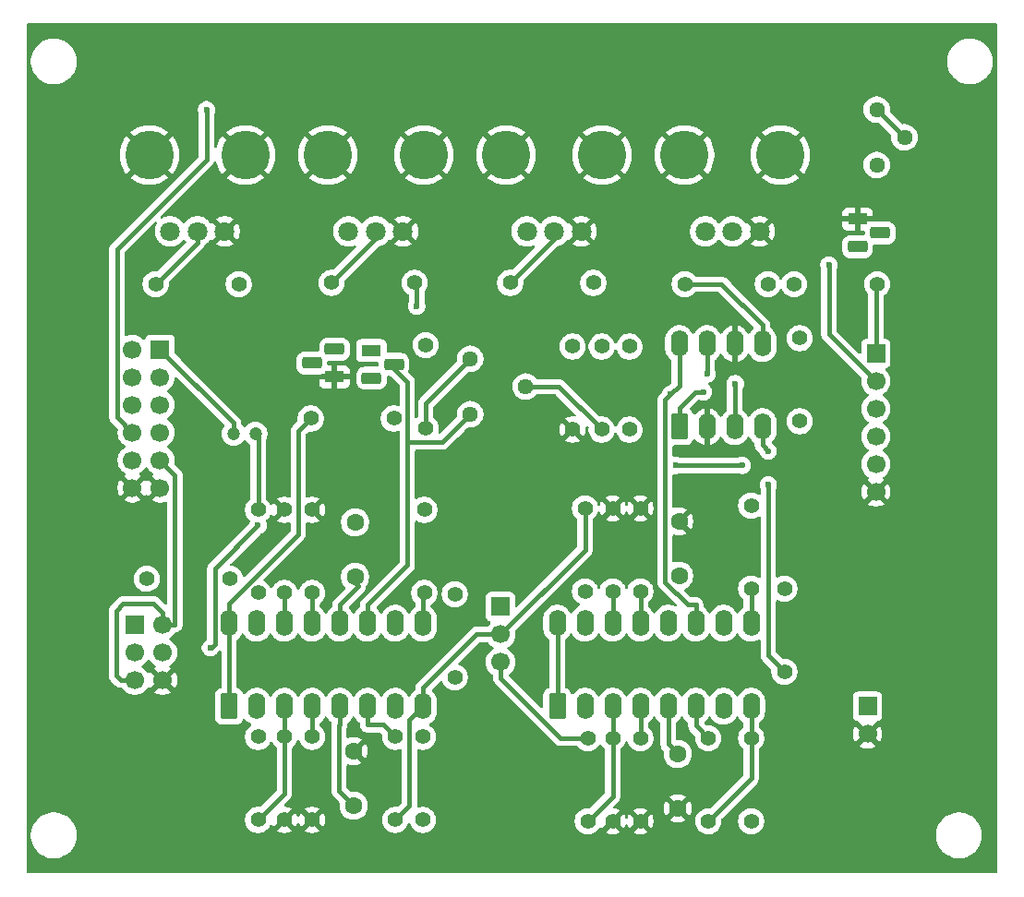
<source format=gbr>
%TF.GenerationSoftware,KiCad,Pcbnew,9.0.3*%
%TF.CreationDate,2025-08-11T18:09:03+09:00*%
%TF.ProjectId,debugVCFSeparate,64656275-6756-4434-9653-657061726174,rev?*%
%TF.SameCoordinates,Original*%
%TF.FileFunction,Copper,L2,Bot*%
%TF.FilePolarity,Positive*%
%FSLAX46Y46*%
G04 Gerber Fmt 4.6, Leading zero omitted, Abs format (unit mm)*
G04 Created by KiCad (PCBNEW 9.0.3) date 2025-08-11 18:09:03*
%MOMM*%
%LPD*%
G01*
G04 APERTURE LIST*
G04 Aperture macros list*
%AMRoundRect*
0 Rectangle with rounded corners*
0 $1 Rounding radius*
0 $2 $3 $4 $5 $6 $7 $8 $9 X,Y pos of 4 corners*
0 Add a 4 corners polygon primitive as box body*
4,1,4,$2,$3,$4,$5,$6,$7,$8,$9,$2,$3,0*
0 Add four circle primitives for the rounded corners*
1,1,$1+$1,$2,$3*
1,1,$1+$1,$4,$5*
1,1,$1+$1,$6,$7*
1,1,$1+$1,$8,$9*
0 Add four rect primitives between the rounded corners*
20,1,$1+$1,$2,$3,$4,$5,0*
20,1,$1+$1,$4,$5,$6,$7,0*
20,1,$1+$1,$6,$7,$8,$9,0*
20,1,$1+$1,$8,$9,$2,$3,0*%
G04 Aperture macros list end*
%TA.AperFunction,ComponentPad*%
%ADD10C,1.400000*%
%TD*%
%TA.AperFunction,ComponentPad*%
%ADD11C,1.200000*%
%TD*%
%TA.AperFunction,ComponentPad*%
%ADD12RoundRect,0.250000X0.550000X-0.950000X0.550000X0.950000X-0.550000X0.950000X-0.550000X-0.950000X0*%
%TD*%
%TA.AperFunction,ComponentPad*%
%ADD13O,1.600000X2.400000*%
%TD*%
%TA.AperFunction,ComponentPad*%
%ADD14C,1.440000*%
%TD*%
%TA.AperFunction,ComponentPad*%
%ADD15R,1.700000X1.700000*%
%TD*%
%TA.AperFunction,ComponentPad*%
%ADD16C,1.700000*%
%TD*%
%TA.AperFunction,ComponentPad*%
%ADD17R,1.800000X1.100000*%
%TD*%
%TA.AperFunction,ComponentPad*%
%ADD18RoundRect,0.275000X0.625000X-0.275000X0.625000X0.275000X-0.625000X0.275000X-0.625000X-0.275000X0*%
%TD*%
%TA.AperFunction,ComponentPad*%
%ADD19RoundRect,0.275000X-0.625000X0.275000X-0.625000X-0.275000X0.625000X-0.275000X0.625000X0.275000X0*%
%TD*%
%TA.AperFunction,ComponentPad*%
%ADD20C,1.600000*%
%TD*%
%TA.AperFunction,ComponentPad*%
%ADD21C,1.800000*%
%TD*%
%TA.AperFunction,ComponentPad*%
%ADD22C,4.455000*%
%TD*%
%TA.AperFunction,ViaPad*%
%ADD23C,0.600000*%
%TD*%
%TA.AperFunction,Conductor*%
%ADD24C,0.400000*%
%TD*%
G04 APERTURE END LIST*
D10*
%TO.P,R31,1*%
%TO.N,1st_In_-*%
X112522000Y-77470000D03*
%TO.P,R31,2*%
%TO.N,Net-(U1A--)*%
X120142000Y-77470000D03*
%TD*%
%TO.P,R20,1*%
%TO.N,-12VA*%
X138097000Y-63641000D03*
%TO.P,R20,2*%
%TO.N,Net-(Q2-B)*%
X138097000Y-56021000D03*
%TD*%
D11*
%TO.P,C8,1*%
%TO.N,VCF_IN*%
X120476000Y-64149000D03*
%TO.P,C8,2*%
%TO.N,Net-(C8-Pad2)*%
X122476000Y-64149000D03*
%TD*%
D12*
%TO.P,U1,1*%
%TO.N,VCFCnt*%
X120063000Y-89168000D03*
D13*
%TO.P,U1,2,DIODE_BIAS*%
%TO.N,unconnected-(U1C-DIODE_BIAS-Pad2)*%
X122603000Y-89168000D03*
%TO.P,U1,3,+*%
%TO.N,Net-(U1C-+)*%
X125143000Y-89168000D03*
%TO.P,U1,4,-*%
%TO.N,Net-(U1C--)*%
X127683000Y-89168000D03*
%TO.P,U1,5*%
%TO.N,Net-(C2-Pad1)*%
X130223000Y-89168000D03*
%TO.P,U1,6,V-*%
%TO.N,-12VA*%
X132763000Y-89168000D03*
%TO.P,U1,7*%
%TO.N,Net-(C2-Pad1)*%
X135303000Y-89168000D03*
%TO.P,U1,8*%
%TO.N,LP12db*%
X137843000Y-89168000D03*
%TO.P,U1,9*%
%TO.N,LP6db*%
X137843000Y-81548000D03*
%TO.P,U1,10*%
%TO.N,Net-(C1-Pad1)*%
X135303000Y-81548000D03*
%TO.P,U1,11,V+*%
%TO.N,+12VA*%
X132763000Y-81548000D03*
%TO.P,U1,12*%
%TO.N,Net-(C1-Pad1)*%
X130223000Y-81548000D03*
%TO.P,U1,13,-*%
%TO.N,Net-(U1A--)*%
X127683000Y-81548000D03*
%TO.P,U1,14,+*%
%TO.N,Net-(U1A-+)*%
X125143000Y-81548000D03*
%TO.P,U1,15,DIODE_BIAS*%
%TO.N,unconnected-(U1A-DIODE_BIAS-Pad15)*%
X122603000Y-81548000D03*
%TO.P,U1,16*%
%TO.N,VCFCnt*%
X120063000Y-81548000D03*
%TD*%
D10*
%TO.P,R28,1*%
%TO.N,Net-(Q1-C)*%
X171879000Y-50433000D03*
%TO.P,R28,2*%
%TO.N,+12VA*%
X179499000Y-50433000D03*
%TD*%
%TO.P,R30,1*%
%TO.N,-12VA*%
X164005000Y-92089000D03*
%TO.P,R30,2*%
%TO.N,VCF_OUT*%
X164005000Y-99709000D03*
%TD*%
D14*
%TO.P,RV1,1,1*%
%TO.N,+12VA*%
X142173000Y-62371000D03*
%TO.P,RV1,2,2*%
%TO.N,Net-(R22-Pad1)*%
X147253000Y-59831000D03*
%TO.P,RV1,3,3*%
%TO.N,-12VA*%
X142173000Y-57291000D03*
%TD*%
D10*
%TO.P,R25,1*%
%TO.N,Net-(VR2-WIPER)*%
X129461000Y-50306000D03*
%TO.P,R25,2*%
%TO.N,Net-(U3B-+)*%
X137081000Y-50306000D03*
%TD*%
D15*
%TO.P,J3,1,Pin_1*%
%TO.N,unconnected-(J3-Pin_1-Pad1)*%
X111427000Y-81675000D03*
D16*
%TO.P,J3,2,Pin_2*%
%TO.N,ResoWav*%
X113967000Y-81675000D03*
%TO.P,J3,3,Pin_3*%
%TO.N,1st_In_-*%
X111427000Y-84215000D03*
%TO.P,J3,4,Pin_4*%
%TO.N,1stCap*%
X113967000Y-84215000D03*
%TO.P,J3,5,Pin_5*%
%TO.N,ResoWav*%
X111427000Y-86755000D03*
%TO.P,J3,6,Pin_6*%
%TO.N,GNDA*%
X113967000Y-86755000D03*
%TD*%
D15*
%TO.P,J1,1,Pin_1*%
%TO.N,+12VA*%
X179372000Y-56783000D03*
D16*
%TO.P,J1,2,Pin_2*%
%TO.N,+5VA*%
X179372000Y-59323000D03*
%TO.P,J1,3,Pin_3*%
%TO.N,-5VA*%
X179372000Y-61863000D03*
%TO.P,J1,4,Pin_4*%
%TO.N,-12VA*%
X179372000Y-64403000D03*
%TO.P,J1,5,Pin_5*%
%TO.N,unconnected-(J1-Pin_5-Pad5)*%
X179372000Y-66943000D03*
%TO.P,J1,6,Pin_6*%
%TO.N,GNDA*%
X179372000Y-69483000D03*
%TD*%
D17*
%TO.P,Q2,1,E*%
%TO.N,GNDA*%
X129734000Y-58942000D03*
D18*
%TO.P,Q2,2,C*%
%TO.N,Net-(Q2-C)*%
X127664000Y-57672000D03*
%TO.P,Q2,3,B*%
%TO.N,Net-(Q2-B)*%
X129734000Y-56402000D03*
%TD*%
D10*
%TO.P,R18,1*%
%TO.N,GNDA*%
X155242000Y-99709000D03*
%TO.P,R18,2*%
%TO.N,Net-(U2C-+)*%
X155242000Y-92089000D03*
%TD*%
%TO.P,R9,1*%
%TO.N,Net-(U1C--)*%
X137843000Y-91962000D03*
%TO.P,R9,2*%
%TO.N,LP12db*%
X137843000Y-99582000D03*
%TD*%
%TO.P,R15,1*%
%TO.N,-12VA*%
X170990000Y-85993000D03*
%TO.P,R15,2*%
%TO.N,LP18db*%
X170990000Y-78373000D03*
%TD*%
D15*
%TO.P,J5,1,Pin_1*%
%TO.N,VCF_OUT*%
X178610000Y-89168000D03*
D16*
%TO.P,J5,2,Pin_2*%
%TO.N,GNDA*%
X178610000Y-91708000D03*
%TD*%
D17*
%TO.P,Q1,1,E*%
%TO.N,GNDA*%
X177702000Y-44464000D03*
D19*
%TO.P,Q1,2,C*%
%TO.N,Net-(Q1-C)*%
X179772000Y-45734000D03*
%TO.P,Q1,3,B*%
%TO.N,Net-(Q1-B)*%
X177702000Y-47004000D03*
%TD*%
D10*
%TO.P,R19,1*%
%TO.N,Net-(R19-Pad1)*%
X156778000Y-63768000D03*
%TO.P,R19,2*%
%TO.N,Net-(Q4-B)*%
X156778000Y-56148000D03*
%TD*%
D20*
%TO.P,C1,1*%
%TO.N,Net-(C1-Pad1)*%
X131620000Y-77277000D03*
%TO.P,C1,2*%
%TO.N,1stCap*%
X131620000Y-72277000D03*
%TD*%
D10*
%TO.P,R16,1*%
%TO.N,LP18db*%
X152956000Y-92089000D03*
%TO.P,R16,2*%
%TO.N,Net-(U2C-+)*%
X152956000Y-99709000D03*
%TD*%
D20*
%TO.P,C2,1*%
%TO.N,Net-(C2-Pad1)*%
X131493000Y-98272000D03*
%TO.P,C2,2*%
%TO.N,GNDA*%
X131493000Y-93272000D03*
%TD*%
D10*
%TO.P,R10,1*%
%TO.N,-12VA*%
X135303000Y-91962000D03*
%TO.P,R10,2*%
%TO.N,LP12db*%
X135303000Y-99582000D03*
%TD*%
D15*
%TO.P,J2,1,Pin_1*%
%TO.N,VCF_IN*%
X113733000Y-56427000D03*
D16*
%TO.P,J2,2,Pin_2*%
X111193000Y-56427000D03*
%TO.P,J2,3,Pin_3*%
%TO.N,FilterEnv*%
X113733000Y-58967000D03*
%TO.P,J2,4,Pin_4*%
X111193000Y-58967000D03*
%TO.P,J2,5,Pin_5*%
%TO.N,LFOSine*%
X113733000Y-61507000D03*
%TO.P,J2,6,Pin_6*%
X111193000Y-61507000D03*
%TO.P,J2,7,Pin_7*%
%TO.N,CV*%
X113733000Y-64047000D03*
%TO.P,J2,8,Pin_8*%
X111193000Y-64047000D03*
%TO.P,J2,9,Pin_9*%
%TO.N,ResoWav*%
X113733000Y-66587000D03*
%TO.P,J2,10,Pin_10*%
X111193000Y-66587000D03*
%TO.P,J2,11,Pin_11*%
%TO.N,GNDA*%
X113733000Y-69127000D03*
%TO.P,J2,12,Pin_12*%
X111193000Y-69127000D03*
%TD*%
D20*
%TO.P,C3,1*%
%TO.N,Net-(C3-Pad1)*%
X161338000Y-77190000D03*
%TO.P,C3,2*%
%TO.N,GNDA*%
X161338000Y-72190000D03*
%TD*%
%TO.P,C4,1*%
%TO.N,Net-(C4-Pad1)*%
X161211000Y-93526000D03*
%TO.P,C4,2*%
%TO.N,GNDA*%
X161211000Y-98526000D03*
%TD*%
D10*
%TO.P,R26,1*%
%TO.N,Net-(VR3-WIPER)*%
X145844000Y-50306000D03*
%TO.P,R26,2*%
%TO.N,Net-(U3B-+)*%
X153464000Y-50306000D03*
%TD*%
D12*
%TO.P,U3,1*%
%TO.N,Net-(U3A-+)*%
X161350000Y-63514000D03*
D13*
%TO.P,U3,2,-*%
%TO.N,GNDA*%
X163890000Y-63514000D03*
%TO.P,U3,3,+*%
%TO.N,Net-(U3A-+)*%
X166430000Y-63514000D03*
%TO.P,U3,4,V-*%
%TO.N,-12VA*%
X168970000Y-63514000D03*
%TO.P,U3,5,+*%
%TO.N,Net-(U3B-+)*%
X168970000Y-55894000D03*
%TO.P,U3,6,-*%
%TO.N,GNDA*%
X166430000Y-55894000D03*
%TO.P,U3,7*%
%TO.N,Net-(R19-Pad1)*%
X163890000Y-55894000D03*
%TO.P,U3,8,V+*%
%TO.N,+12VA*%
X161350000Y-55894000D03*
%TD*%
D12*
%TO.P,U2,1*%
%TO.N,VCFCnt*%
X150162000Y-89168000D03*
D13*
%TO.P,U2,2,DIODE_BIAS*%
%TO.N,unconnected-(U2C-DIODE_BIAS-Pad2)*%
X152702000Y-89168000D03*
%TO.P,U2,3,+*%
%TO.N,Net-(U2C-+)*%
X155242000Y-89168000D03*
%TO.P,U2,4,-*%
%TO.N,Net-(U2C--)*%
X157782000Y-89168000D03*
%TO.P,U2,5*%
%TO.N,Net-(C4-Pad1)*%
X160322000Y-89168000D03*
%TO.P,U2,6,V-*%
%TO.N,-12VA*%
X162862000Y-89168000D03*
%TO.P,U2,7*%
%TO.N,Net-(C4-Pad1)*%
X165402000Y-89168000D03*
%TO.P,U2,8*%
%TO.N,VCF_OUT*%
X167942000Y-89168000D03*
%TO.P,U2,9*%
%TO.N,LP18db*%
X167942000Y-81548000D03*
%TO.P,U2,10*%
%TO.N,Net-(C3-Pad1)*%
X165402000Y-81548000D03*
%TO.P,U2,11,V+*%
%TO.N,+12VA*%
X162862000Y-81548000D03*
%TO.P,U2,12*%
%TO.N,Net-(C3-Pad1)*%
X160322000Y-81548000D03*
%TO.P,U2,13,-*%
%TO.N,Net-(U2A--)*%
X157782000Y-81548000D03*
%TO.P,U2,14,+*%
%TO.N,Net-(U2A-+)*%
X155242000Y-81548000D03*
%TO.P,U2,15,DIODE_BIAS*%
%TO.N,unconnected-(U2A-DIODE_BIAS-Pad15)*%
X152702000Y-81548000D03*
%TO.P,U2,16*%
%TO.N,VCFCnt*%
X150162000Y-81548000D03*
%TD*%
D21*
%TO.P,VR1,1,CCW*%
%TO.N,+5VA*%
X114661000Y-45593000D03*
%TO.P,VR1,2,WIPER*%
%TO.N,Net-(VR1-WIPER)*%
X117161000Y-45593000D03*
%TO.P,VR1,3,CW*%
%TO.N,GNDA*%
X119661000Y-45593000D03*
D22*
%TO.P,VR1,MH1,MH1*%
X112761000Y-38593000D03*
%TO.P,VR1,MH2,MH2*%
X121561000Y-38593000D03*
%TD*%
D10*
%TO.P,R4,1*%
%TO.N,Net-(C8-Pad2)*%
X122730000Y-71134000D03*
%TO.P,R4,2*%
%TO.N,Net-(U1A-+)*%
X122730000Y-78754000D03*
%TD*%
%TO.P,R1,1*%
%TO.N,GNDA*%
X127683000Y-71134000D03*
%TO.P,R1,2*%
%TO.N,Net-(U1A--)*%
X127683000Y-78754000D03*
%TD*%
%TO.P,R29,1*%
%TO.N,Net-(Q1-C)*%
X169466000Y-50433000D03*
%TO.P,R29,2*%
%TO.N,Net-(U3B-+)*%
X161846000Y-50433000D03*
%TD*%
%TO.P,R6,1*%
%TO.N,-12VA*%
X140764000Y-86501000D03*
%TO.P,R6,2*%
%TO.N,LP6db*%
X140764000Y-78881000D03*
%TD*%
D15*
%TO.P,J4,1,Pin_1*%
%TO.N,LP6db*%
X144955000Y-80024000D03*
D16*
%TO.P,J4,2,Pin_2*%
%TO.N,LP12db*%
X144955000Y-82564000D03*
%TO.P,J4,3,Pin_3*%
%TO.N,LP18db*%
X144955000Y-85104000D03*
%TD*%
D10*
%TO.P,R7,1*%
%TO.N,GNDA*%
X127683000Y-99582000D03*
%TO.P,R7,2*%
%TO.N,Net-(U1C--)*%
X127683000Y-91962000D03*
%TD*%
%TO.P,R27,1*%
%TO.N,Net-(VR1-WIPER)*%
X113332000Y-50433000D03*
%TO.P,R27,2*%
%TO.N,Net-(U3B-+)*%
X120952000Y-50433000D03*
%TD*%
%TO.P,R17,1*%
%TO.N,GNDA*%
X157782000Y-99709000D03*
%TO.P,R17,2*%
%TO.N,Net-(U2C--)*%
X157782000Y-92089000D03*
%TD*%
%TO.P,R3,1*%
%TO.N,Net-(U1A--)*%
X137970000Y-71134000D03*
%TO.P,R3,2*%
%TO.N,LP6db*%
X137970000Y-78754000D03*
%TD*%
%TO.P,R24,1*%
%TO.N,Net-(U2C--)*%
X167942000Y-99709000D03*
%TO.P,R24,2*%
%TO.N,VCF_OUT*%
X167942000Y-92089000D03*
%TD*%
D14*
%TO.P,RV2,1,1*%
%TO.N,Net-(VR4-CCW)*%
X179460000Y-39511000D03*
%TO.P,RV2,2,2*%
%TO.N,CV*%
X182000000Y-36971000D03*
%TO.P,RV2,3,3*%
X179460000Y-34431000D03*
%TD*%
D21*
%TO.P,VR4,1,CCW*%
%TO.N,Net-(VR4-CCW)*%
X163729000Y-45593000D03*
%TO.P,VR4,2,WIPER*%
%TO.N,Net-(Q1-B)*%
X166229000Y-45593000D03*
%TO.P,VR4,3,CW*%
%TO.N,GNDA*%
X168729000Y-45593000D03*
D22*
%TO.P,VR4,MH1,MH1*%
X161829000Y-38593000D03*
%TO.P,VR4,MH2,MH2*%
X170629000Y-38593000D03*
%TD*%
D10*
%TO.P,R5,1*%
%TO.N,LP6db*%
X122730000Y-91962000D03*
%TO.P,R5,2*%
%TO.N,Net-(U1C-+)*%
X122730000Y-99582000D03*
%TD*%
%TO.P,R14,1*%
%TO.N,Net-(U2A--)*%
X167942000Y-70753000D03*
%TO.P,R14,2*%
%TO.N,LP18db*%
X167942000Y-78373000D03*
%TD*%
%TO.P,R23,1*%
%TO.N,Net-(Q2-C)*%
X135176000Y-62752000D03*
%TO.P,R23,2*%
%TO.N,VCFCnt*%
X127556000Y-62752000D03*
%TD*%
%TO.P,R39,1*%
%TO.N,Net-(U3B-+)*%
X172399000Y-55386000D03*
%TO.P,R39,2*%
%TO.N,Net-(R19-Pad1)*%
X172399000Y-63006000D03*
%TD*%
%TO.P,R13,1*%
%TO.N,GNDA*%
X155242000Y-71007000D03*
%TO.P,R13,2*%
%TO.N,Net-(U2A-+)*%
X155242000Y-78627000D03*
%TD*%
D21*
%TO.P,VR2,1,CCW*%
%TO.N,FilterEnv*%
X131017000Y-45593000D03*
%TO.P,VR2,2,WIPER*%
%TO.N,Net-(VR2-WIPER)*%
X133517000Y-45593000D03*
%TO.P,VR2,3,CW*%
%TO.N,GNDA*%
X136017000Y-45593000D03*
D22*
%TO.P,VR2,MH1,MH1*%
X129117000Y-38593000D03*
%TO.P,VR2,MH2,MH2*%
X137917000Y-38593000D03*
%TD*%
D21*
%TO.P,VR3,1,CCW*%
%TO.N,LFOSine*%
X147373000Y-45593000D03*
%TO.P,VR3,2,WIPER*%
%TO.N,Net-(VR3-WIPER)*%
X149873000Y-45593000D03*
%TO.P,VR3,3,CW*%
%TO.N,GNDA*%
X152373000Y-45593000D03*
D22*
%TO.P,VR3,MH1,MH1*%
X145473000Y-38593000D03*
%TO.P,VR3,MH2,MH2*%
X154273000Y-38593000D03*
%TD*%
D10*
%TO.P,R21,1*%
%TO.N,GNDA*%
X151571000Y-63768000D03*
%TO.P,R21,2*%
%TO.N,Net-(Q4-B)*%
X151571000Y-56148000D03*
%TD*%
D17*
%TO.P,Q4,1,E*%
%TO.N,Net-(Q2-B)*%
X133125000Y-56529000D03*
D19*
%TO.P,Q4,2,C*%
%TO.N,+12VA*%
X135195000Y-57799000D03*
%TO.P,Q4,3,B*%
%TO.N,Net-(Q4-B)*%
X133125000Y-59069000D03*
%TD*%
D10*
%TO.P,R8,1*%
%TO.N,GNDA*%
X125143000Y-99582000D03*
%TO.P,R8,2*%
%TO.N,Net-(U1C-+)*%
X125143000Y-91962000D03*
%TD*%
%TO.P,R2,1*%
%TO.N,GNDA*%
X125143000Y-71134000D03*
%TO.P,R2,2*%
%TO.N,Net-(U1A-+)*%
X125143000Y-78754000D03*
%TD*%
%TO.P,R12,1*%
%TO.N,GNDA*%
X157782000Y-71007000D03*
%TO.P,R12,2*%
%TO.N,Net-(U2A--)*%
X157782000Y-78627000D03*
%TD*%
%TO.P,R11,1*%
%TO.N,LP12db*%
X152702000Y-71007000D03*
%TO.P,R11,2*%
%TO.N,Net-(U2A-+)*%
X152702000Y-78627000D03*
%TD*%
%TO.P,R22,1*%
%TO.N,Net-(R22-Pad1)*%
X154238000Y-63768000D03*
%TO.P,R22,2*%
%TO.N,Net-(Q4-B)*%
X154238000Y-56148000D03*
%TD*%
D23*
%TO.N,1stCap*%
X122722800Y-72558800D03*
X118364000Y-83800600D03*
%TO.N,+5VA*%
X175070600Y-48671400D03*
%TO.N,+12VA*%
X160548900Y-60544600D03*
%TO.N,-12VA*%
X169509300Y-65755000D03*
X169509300Y-68834000D03*
X161036000Y-67056000D03*
X167129700Y-67056000D03*
%TO.N,CV*%
X118000000Y-34431000D03*
%TO.N,Net-(R19-Pad1)*%
X163890000Y-58674000D03*
%TO.N,Net-(U3A-+)*%
X166497000Y-59563000D03*
X163576000Y-60325000D03*
%TO.N,Net-(U3B-+)*%
X137271300Y-52450300D03*
%TD*%
D24*
%TO.N,Net-(C1-Pad1)*%
X131462800Y-77516900D02*
X131462800Y-77434200D01*
X130223000Y-79846300D02*
X131912200Y-78157100D01*
X131462800Y-77434200D02*
X131620000Y-77277000D01*
X131912200Y-78157100D02*
X131462800Y-77707800D01*
X130223000Y-81548000D02*
X130223000Y-79846300D01*
X131462800Y-77707800D02*
X131462800Y-77516900D01*
%TO.N,1stCap*%
X118412000Y-83800600D02*
X118761300Y-83451300D01*
X118364000Y-83800600D02*
X118412000Y-83800600D01*
X118761300Y-76520300D02*
X122722800Y-72558800D01*
X118761300Y-83451300D02*
X118761300Y-76520300D01*
%TO.N,Net-(C2-Pad1)*%
X130145500Y-96924500D02*
X130145500Y-90947200D01*
X130223000Y-89168000D02*
X130223000Y-90869700D01*
X130145500Y-90947200D02*
X130223000Y-90869700D01*
X131493000Y-98272000D02*
X130145500Y-96924500D01*
%TO.N,Net-(C4-Pad1)*%
X160322000Y-92637000D02*
X161211000Y-93526000D01*
X160322000Y-89168000D02*
X160322000Y-92637000D01*
%TO.N,Net-(C8-Pad2)*%
X122730000Y-64403000D02*
X122476000Y-64149000D01*
X122730000Y-71134000D02*
X122730000Y-64403000D01*
%TO.N,VCF_IN*%
X120476000Y-64149000D02*
X120476000Y-63170000D01*
X120476000Y-63170000D02*
X113733000Y-56427000D01*
%TO.N,+5VA*%
X179372000Y-59323000D02*
X175070600Y-55021600D01*
X175070600Y-55021600D02*
X175070600Y-48671400D01*
%TO.N,+12VA*%
X160032700Y-61060800D02*
X160548900Y-60544600D01*
X162862000Y-81548000D02*
X162862000Y-79846300D01*
X162117500Y-79846300D02*
X160032700Y-77761500D01*
X132763000Y-81548000D02*
X132763000Y-79846300D01*
X136420800Y-59424800D02*
X136420800Y-64911000D01*
X136420800Y-64911000D02*
X136420800Y-76188500D01*
X134795000Y-57799000D02*
X136420800Y-59424800D01*
X162862000Y-79846300D02*
X162117500Y-79846300D01*
X136420800Y-64911000D02*
X139633000Y-64911000D01*
X139633000Y-64911000D02*
X142173000Y-62371000D01*
X161350000Y-55894000D02*
X161350000Y-59743500D01*
X179372000Y-50560000D02*
X179372000Y-56783000D01*
X161350000Y-59743500D02*
X160548900Y-60544600D01*
X136420800Y-76188500D02*
X132763000Y-79846300D01*
X179499000Y-50433000D02*
X179372000Y-50560000D01*
X160032700Y-77761500D02*
X160032700Y-61060800D01*
%TO.N,-12VA*%
X169509300Y-65755000D02*
X168970000Y-65215700D01*
X134210700Y-90869700D02*
X132763000Y-90869700D01*
X135303000Y-91962000D02*
X134210700Y-90869700D01*
X169509300Y-84512300D02*
X170990000Y-85993000D01*
X169509300Y-68834000D02*
X169509300Y-84512300D01*
X168970000Y-63514000D02*
X168970000Y-65215700D01*
X162862000Y-90946000D02*
X162862000Y-89168000D01*
X164005000Y-92089000D02*
X162862000Y-90946000D01*
X138097000Y-61367000D02*
X142173000Y-57291000D01*
X138097000Y-63641000D02*
X138097000Y-61367000D01*
X132763000Y-89168000D02*
X132763000Y-90869700D01*
X167129700Y-67056000D02*
X161036000Y-67056000D01*
%TO.N,ResoWav*%
X110363000Y-79756000D02*
X109728000Y-80391000D01*
X110123000Y-86755000D02*
X111427000Y-86755000D01*
X115098100Y-67952100D02*
X113733000Y-66587000D01*
X109728000Y-86360000D02*
X110123000Y-86755000D01*
X115098100Y-81675000D02*
X115098100Y-67952100D01*
X109728000Y-80391000D02*
X109728000Y-86360000D01*
X113157000Y-79756000D02*
X110363000Y-79756000D01*
X115098100Y-81675000D02*
X113967000Y-81675000D01*
X113967000Y-81675000D02*
X113967000Y-80566000D01*
X113967000Y-80566000D02*
X113157000Y-79756000D01*
%TO.N,CV*%
X109793200Y-47206800D02*
X109793200Y-62647200D01*
X109793200Y-62647200D02*
X111193000Y-64047000D01*
X179460000Y-34431000D02*
X182000000Y-36971000D01*
X118000000Y-39000000D02*
X109793200Y-47206800D01*
X118000000Y-34431000D02*
X118000000Y-39000000D01*
%TO.N,Net-(U1A--)*%
X127683000Y-78754000D02*
X127683000Y-81548000D01*
%TO.N,LP18db*%
X144955000Y-86557300D02*
X150486700Y-92089000D01*
X150486700Y-92089000D02*
X152956000Y-92089000D01*
X144955000Y-85104000D02*
X144955000Y-86557300D01*
X167942000Y-78373000D02*
X167942000Y-81548000D01*
%TO.N,LP12db*%
X137843000Y-89168000D02*
X137843000Y-87466300D01*
X152702000Y-74817000D02*
X144955000Y-82564000D01*
X135303000Y-99582000D02*
X136603200Y-98281800D01*
X137843000Y-87466300D02*
X142745300Y-82564000D01*
X136603200Y-90407800D02*
X137843000Y-89168000D01*
X152702000Y-71007000D02*
X152702000Y-74817000D01*
X136603200Y-98281800D02*
X136603200Y-90407800D01*
X142745300Y-82564000D02*
X144955000Y-82564000D01*
%TO.N,LP6db*%
X137843000Y-78881000D02*
X137843000Y-81548000D01*
X137970000Y-78754000D02*
X137843000Y-78881000D01*
%TO.N,Net-(U1A-+)*%
X125143000Y-78754000D02*
X125143000Y-81548000D01*
%TO.N,Net-(U1C-+)*%
X122730000Y-99582000D02*
X125143000Y-97169000D01*
X125143000Y-97169000D02*
X125143000Y-91962000D01*
X125143000Y-89168000D02*
X125143000Y-91962000D01*
%TO.N,Net-(U1C--)*%
X127683000Y-91962000D02*
X127683000Y-89168000D01*
%TO.N,Net-(U2A-+)*%
X155242000Y-81548000D02*
X155242000Y-78627000D01*
%TO.N,Net-(U2A--)*%
X157782000Y-78627000D02*
X157782000Y-81548000D01*
%TO.N,Net-(U2C-+)*%
X155242000Y-97423000D02*
X155242000Y-92089000D01*
X155242000Y-89168000D02*
X155242000Y-92089000D01*
X152956000Y-99709000D02*
X155242000Y-97423000D01*
%TO.N,Net-(U2C--)*%
X157782000Y-92089000D02*
X157782000Y-89168000D01*
%TO.N,Net-(R19-Pad1)*%
X163890000Y-58674000D02*
X163890000Y-55894000D01*
%TO.N,Net-(R22-Pad1)*%
X147253000Y-59831000D02*
X150301000Y-59831000D01*
X150301000Y-59831000D02*
X154238000Y-63768000D01*
%TO.N,VCFCnt*%
X150162000Y-81548000D02*
X150162000Y-89168000D01*
X126413000Y-73347800D02*
X126413000Y-63895000D01*
X120063000Y-89168000D02*
X120063000Y-81548000D01*
X126413000Y-63895000D02*
X127556000Y-62752000D01*
X120063000Y-81548000D02*
X120063000Y-79697800D01*
X120063000Y-79697800D02*
X126413000Y-73347800D01*
%TO.N,VCF_OUT*%
X164005000Y-99709000D02*
X167942000Y-95772000D01*
X167942000Y-89168000D02*
X167942000Y-92089000D01*
X167942000Y-95772000D02*
X167942000Y-92089000D01*
%TO.N,Net-(VR2-WIPER)*%
X129461000Y-50306000D02*
X133517000Y-46250000D01*
X133517000Y-46250000D02*
X133517000Y-45593000D01*
%TO.N,Net-(U3A-+)*%
X166430000Y-63514000D02*
X166430000Y-59630000D01*
X162814000Y-60325000D02*
X163576000Y-60325000D01*
X161350000Y-63514000D02*
X161350000Y-61789000D01*
X166430000Y-59630000D02*
X166497000Y-59563000D01*
X161350000Y-61789000D02*
X162814000Y-60325000D01*
%TO.N,Net-(VR3-WIPER)*%
X149873000Y-46277000D02*
X149873000Y-45593000D01*
X145844000Y-50306000D02*
X149873000Y-46277000D01*
%TO.N,Net-(VR1-WIPER)*%
X113332000Y-50433000D02*
X117161000Y-46604000D01*
X117161000Y-46604000D02*
X117161000Y-45593000D01*
%TO.N,Net-(U3B-+)*%
X168970000Y-55894000D02*
X168970000Y-54192300D01*
X165210700Y-50433000D02*
X168970000Y-54192300D01*
X161846000Y-50433000D02*
X165210700Y-50433000D01*
X137271300Y-50496300D02*
X137271300Y-52450300D01*
X137081000Y-50306000D02*
X137271300Y-50496300D01*
%TD*%
%TA.AperFunction,Conductor*%
%TO.N,GNDA*%
G36*
X112768444Y-84868999D02*
G01*
X112807486Y-84914056D01*
X112811951Y-84922820D01*
X112936890Y-85094786D01*
X113087213Y-85245109D01*
X113259179Y-85370048D01*
X113259181Y-85370049D01*
X113259184Y-85370051D01*
X113268493Y-85374794D01*
X113319290Y-85422766D01*
X113336087Y-85490587D01*
X113313552Y-85556722D01*
X113268505Y-85595760D01*
X113259446Y-85600376D01*
X113259440Y-85600380D01*
X113205282Y-85639727D01*
X113205282Y-85639728D01*
X113837591Y-86272037D01*
X113774007Y-86289075D01*
X113659993Y-86354901D01*
X113566901Y-86447993D01*
X113501075Y-86562007D01*
X113484037Y-86625591D01*
X112851728Y-85993282D01*
X112851727Y-85993282D01*
X112812380Y-86047440D01*
X112812376Y-86047446D01*
X112807760Y-86056505D01*
X112759781Y-86107297D01*
X112691959Y-86124087D01*
X112625826Y-86101543D01*
X112586794Y-86056493D01*
X112582051Y-86047184D01*
X112582049Y-86047181D01*
X112582048Y-86047179D01*
X112457109Y-85875213D01*
X112306786Y-85724890D01*
X112134820Y-85599951D01*
X112126600Y-85595763D01*
X112126054Y-85595485D01*
X112075259Y-85547512D01*
X112058463Y-85479692D01*
X112080999Y-85413556D01*
X112126054Y-85374515D01*
X112134816Y-85370051D01*
X112189859Y-85330060D01*
X112306786Y-85245109D01*
X112306788Y-85245106D01*
X112306792Y-85245104D01*
X112457104Y-85094792D01*
X112457106Y-85094788D01*
X112457109Y-85094786D01*
X112582048Y-84922820D01*
X112582047Y-84922820D01*
X112582051Y-84922816D01*
X112586514Y-84914054D01*
X112634488Y-84863259D01*
X112702308Y-84846463D01*
X112768444Y-84868999D01*
G37*
%TD.AperFunction*%
%TA.AperFunction,Conductor*%
G36*
X112534444Y-67240999D02*
G01*
X112573486Y-67286056D01*
X112577951Y-67294820D01*
X112702890Y-67466786D01*
X112853213Y-67617109D01*
X113025179Y-67742048D01*
X113025181Y-67742049D01*
X113025184Y-67742051D01*
X113034493Y-67746794D01*
X113085290Y-67794766D01*
X113102087Y-67862587D01*
X113079552Y-67928722D01*
X113034505Y-67967760D01*
X113025446Y-67972376D01*
X113025440Y-67972380D01*
X112971282Y-68011727D01*
X112971282Y-68011728D01*
X113603591Y-68644037D01*
X113540007Y-68661075D01*
X113425993Y-68726901D01*
X113332901Y-68819993D01*
X113267075Y-68934007D01*
X113250037Y-68997591D01*
X112617728Y-68365282D01*
X112617727Y-68365282D01*
X112578380Y-68419440D01*
X112573483Y-68429051D01*
X112525506Y-68479845D01*
X112457684Y-68496638D01*
X112391550Y-68474098D01*
X112352516Y-68429048D01*
X112347626Y-68419452D01*
X112308270Y-68365282D01*
X112308269Y-68365282D01*
X111675962Y-68997590D01*
X111658925Y-68934007D01*
X111593099Y-68819993D01*
X111500007Y-68726901D01*
X111385993Y-68661075D01*
X111322409Y-68644037D01*
X111954716Y-68011728D01*
X111900547Y-67972373D01*
X111900547Y-67972372D01*
X111891500Y-67967763D01*
X111840706Y-67919788D01*
X111823912Y-67851966D01*
X111846451Y-67785832D01*
X111891508Y-67746793D01*
X111900816Y-67742051D01*
X112026386Y-67650820D01*
X112072786Y-67617109D01*
X112072788Y-67617106D01*
X112072792Y-67617104D01*
X112223104Y-67466792D01*
X112223106Y-67466788D01*
X112223109Y-67466786D01*
X112348048Y-67294820D01*
X112348047Y-67294820D01*
X112348051Y-67294816D01*
X112352514Y-67286054D01*
X112400488Y-67235259D01*
X112468308Y-67218463D01*
X112534444Y-67240999D01*
G37*
%TD.AperFunction*%
%TA.AperFunction,Conductor*%
G36*
X190442539Y-26520185D02*
G01*
X190488294Y-26572989D01*
X190499500Y-26624500D01*
X190499500Y-104375500D01*
X190479815Y-104442539D01*
X190427011Y-104488294D01*
X190375500Y-104499500D01*
X101624500Y-104499500D01*
X101557461Y-104479815D01*
X101511706Y-104427011D01*
X101500500Y-104375500D01*
X101500500Y-100862332D01*
X101899500Y-100862332D01*
X101899500Y-101137667D01*
X101899501Y-101137684D01*
X101935438Y-101410655D01*
X101935439Y-101410660D01*
X101935440Y-101410666D01*
X101935441Y-101410668D01*
X102006704Y-101676630D01*
X102112075Y-101931017D01*
X102112080Y-101931028D01*
X102191809Y-102069121D01*
X102249751Y-102169479D01*
X102249753Y-102169482D01*
X102249754Y-102169483D01*
X102417370Y-102387926D01*
X102417376Y-102387933D01*
X102612066Y-102582623D01*
X102612072Y-102582628D01*
X102830521Y-102750249D01*
X102983778Y-102838732D01*
X103068971Y-102887919D01*
X103068976Y-102887921D01*
X103068979Y-102887923D01*
X103323368Y-102993295D01*
X103589334Y-103064560D01*
X103862326Y-103100500D01*
X103862333Y-103100500D01*
X104137667Y-103100500D01*
X104137674Y-103100500D01*
X104410666Y-103064560D01*
X104676632Y-102993295D01*
X104931021Y-102887923D01*
X105169479Y-102750249D01*
X105387928Y-102582628D01*
X105582628Y-102387928D01*
X105750249Y-102169479D01*
X105887923Y-101931021D01*
X105993295Y-101676632D01*
X106064560Y-101410666D01*
X106100500Y-101137674D01*
X106100500Y-100862326D01*
X106064560Y-100589334D01*
X105993295Y-100323368D01*
X105887923Y-100068979D01*
X105887921Y-100068976D01*
X105887919Y-100068971D01*
X105808838Y-99932000D01*
X105750249Y-99830521D01*
X105632051Y-99676481D01*
X105582629Y-99612073D01*
X105582623Y-99612066D01*
X105387933Y-99417376D01*
X105387926Y-99417370D01*
X105169483Y-99249754D01*
X105169482Y-99249753D01*
X105169479Y-99249751D01*
X105074407Y-99194861D01*
X104931028Y-99112080D01*
X104931017Y-99112075D01*
X104676630Y-99006704D01*
X104543649Y-98971072D01*
X104410666Y-98935440D01*
X104410660Y-98935439D01*
X104410655Y-98935438D01*
X104137684Y-98899501D01*
X104137679Y-98899500D01*
X104137674Y-98899500D01*
X103862326Y-98899500D01*
X103862320Y-98899500D01*
X103862315Y-98899501D01*
X103589344Y-98935438D01*
X103589337Y-98935439D01*
X103589334Y-98935440D01*
X103533125Y-98950500D01*
X103323369Y-99006704D01*
X103068982Y-99112075D01*
X103068971Y-99112080D01*
X102846106Y-99240752D01*
X102833272Y-99248163D01*
X102830516Y-99249754D01*
X102612073Y-99417370D01*
X102612066Y-99417376D01*
X102417376Y-99612066D01*
X102417370Y-99612073D01*
X102249754Y-99830516D01*
X102112080Y-100068971D01*
X102112075Y-100068982D01*
X102006704Y-100323369D01*
X101935441Y-100589331D01*
X101935438Y-100589344D01*
X101899501Y-100862315D01*
X101899500Y-100862332D01*
X101500500Y-100862332D01*
X101500500Y-86428996D01*
X109027499Y-86428996D01*
X109054418Y-86564322D01*
X109054421Y-86564332D01*
X109107222Y-86691807D01*
X109183887Y-86806545D01*
X109183888Y-86806546D01*
X109578886Y-87201542D01*
X109632344Y-87255000D01*
X109676459Y-87299115D01*
X109791184Y-87375772D01*
X109791185Y-87375772D01*
X109791189Y-87375775D01*
X109832248Y-87392782D01*
X109918671Y-87428580D01*
X109945591Y-87433934D01*
X110043953Y-87453500D01*
X110054006Y-87455500D01*
X110054007Y-87455500D01*
X110203453Y-87455500D01*
X110270492Y-87475185D01*
X110303769Y-87506614D01*
X110323076Y-87533187D01*
X110396892Y-87634788D01*
X110547213Y-87785109D01*
X110719179Y-87910048D01*
X110719181Y-87910049D01*
X110719184Y-87910051D01*
X110908588Y-88006557D01*
X111110757Y-88072246D01*
X111320713Y-88105500D01*
X111320714Y-88105500D01*
X111533286Y-88105500D01*
X111533287Y-88105500D01*
X111743243Y-88072246D01*
X111945412Y-88006557D01*
X112134816Y-87910051D01*
X112189572Y-87870269D01*
X112306786Y-87785109D01*
X112306788Y-87785106D01*
X112306792Y-87785104D01*
X112457104Y-87634792D01*
X112457106Y-87634788D01*
X112457109Y-87634786D01*
X112542890Y-87516717D01*
X112582051Y-87462816D01*
X112586793Y-87453508D01*
X112634763Y-87402711D01*
X112702583Y-87385911D01*
X112768719Y-87408445D01*
X112807763Y-87453500D01*
X112812373Y-87462547D01*
X112851728Y-87516716D01*
X113484037Y-86884408D01*
X113501075Y-86947993D01*
X113566901Y-87062007D01*
X113659993Y-87155099D01*
X113774007Y-87220925D01*
X113837590Y-87237962D01*
X113205282Y-87870269D01*
X113205282Y-87870270D01*
X113259449Y-87909624D01*
X113448782Y-88006095D01*
X113650870Y-88071757D01*
X113860754Y-88105000D01*
X114073246Y-88105000D01*
X114283127Y-88071757D01*
X114283130Y-88071757D01*
X114485217Y-88006095D01*
X114674554Y-87909622D01*
X114728716Y-87870270D01*
X114728717Y-87870270D01*
X114096408Y-87237962D01*
X114159993Y-87220925D01*
X114274007Y-87155099D01*
X114367099Y-87062007D01*
X114432925Y-86947993D01*
X114449962Y-86884408D01*
X115082270Y-87516717D01*
X115082270Y-87516716D01*
X115121622Y-87462554D01*
X115218095Y-87273217D01*
X115283757Y-87071130D01*
X115283757Y-87071127D01*
X115317000Y-86861246D01*
X115317000Y-86648753D01*
X115283757Y-86438872D01*
X115283757Y-86438869D01*
X115218095Y-86236782D01*
X115121624Y-86047449D01*
X115082270Y-85993282D01*
X115082269Y-85993282D01*
X114449962Y-86625590D01*
X114432925Y-86562007D01*
X114367099Y-86447993D01*
X114274007Y-86354901D01*
X114159993Y-86289075D01*
X114096409Y-86272037D01*
X114728716Y-85639728D01*
X114674547Y-85600373D01*
X114674547Y-85600372D01*
X114665500Y-85595763D01*
X114614706Y-85547788D01*
X114597912Y-85479966D01*
X114620451Y-85413832D01*
X114665508Y-85374793D01*
X114674816Y-85370051D01*
X114754007Y-85312515D01*
X114846786Y-85245109D01*
X114846788Y-85245106D01*
X114846792Y-85245104D01*
X114997104Y-85094792D01*
X114997106Y-85094788D01*
X114997109Y-85094786D01*
X115122048Y-84922820D01*
X115122047Y-84922820D01*
X115122051Y-84922816D01*
X115218557Y-84733412D01*
X115284246Y-84531243D01*
X115317500Y-84321287D01*
X115317500Y-84108713D01*
X115284246Y-83898757D01*
X115218557Y-83696588D01*
X115122051Y-83507184D01*
X115122049Y-83507181D01*
X115122048Y-83507179D01*
X114997109Y-83335213D01*
X114846786Y-83184890D01*
X114674820Y-83059951D01*
X114671138Y-83058075D01*
X114666054Y-83055485D01*
X114615259Y-83007512D01*
X114598463Y-82939692D01*
X114620999Y-82873556D01*
X114666054Y-82834515D01*
X114674816Y-82830051D01*
X114696789Y-82814086D01*
X114846786Y-82705109D01*
X114846788Y-82705106D01*
X114846792Y-82705104D01*
X114997104Y-82554792D01*
X115092128Y-82424000D01*
X115147457Y-82381335D01*
X115168255Y-82375269D01*
X115193618Y-82370223D01*
X115302428Y-82348580D01*
X115429911Y-82295775D01*
X115544642Y-82219114D01*
X115642214Y-82121542D01*
X115718875Y-82006811D01*
X115771680Y-81879328D01*
X115798600Y-81743993D01*
X115798600Y-67883107D01*
X115789738Y-67838557D01*
X115771680Y-67747772D01*
X115771678Y-67747767D01*
X115718877Y-67620292D01*
X115642212Y-67505554D01*
X115642211Y-67505553D01*
X115093507Y-66956850D01*
X115060022Y-66895527D01*
X115058715Y-66849771D01*
X115083500Y-66693286D01*
X115083500Y-66480713D01*
X115076135Y-66434211D01*
X115050246Y-66270757D01*
X114984557Y-66068588D01*
X114888051Y-65879184D01*
X114888049Y-65879181D01*
X114888048Y-65879179D01*
X114763109Y-65707213D01*
X114612786Y-65556890D01*
X114440820Y-65431951D01*
X114440115Y-65431591D01*
X114432054Y-65427485D01*
X114381259Y-65379512D01*
X114364463Y-65311692D01*
X114386999Y-65245556D01*
X114432054Y-65206515D01*
X114440816Y-65202051D01*
X114462789Y-65186086D01*
X114612786Y-65077109D01*
X114612788Y-65077106D01*
X114612792Y-65077104D01*
X114763104Y-64926792D01*
X114763106Y-64926788D01*
X114763109Y-64926786D01*
X114888048Y-64754820D01*
X114888047Y-64754820D01*
X114888051Y-64754816D01*
X114984557Y-64565412D01*
X115050246Y-64363243D01*
X115083500Y-64153287D01*
X115083500Y-63940713D01*
X115050246Y-63730757D01*
X114984557Y-63528588D01*
X114888051Y-63339184D01*
X114888049Y-63339181D01*
X114888048Y-63339179D01*
X114763109Y-63167213D01*
X114612786Y-63016890D01*
X114440820Y-62891951D01*
X114440115Y-62891591D01*
X114432054Y-62887485D01*
X114381259Y-62839512D01*
X114364463Y-62771692D01*
X114386999Y-62705556D01*
X114432054Y-62666515D01*
X114440816Y-62662051D01*
X114505885Y-62614776D01*
X114612786Y-62537109D01*
X114612788Y-62537106D01*
X114612792Y-62537104D01*
X114763104Y-62386792D01*
X114763106Y-62386788D01*
X114763109Y-62386786D01*
X114872086Y-62236789D01*
X114888051Y-62214816D01*
X114984557Y-62025412D01*
X115050246Y-61823243D01*
X115083500Y-61613287D01*
X115083500Y-61400713D01*
X115050246Y-61190757D01*
X114984557Y-60988588D01*
X114888051Y-60799184D01*
X114888049Y-60799181D01*
X114888048Y-60799179D01*
X114763109Y-60627213D01*
X114612786Y-60476890D01*
X114440820Y-60351951D01*
X114437014Y-60350012D01*
X114432054Y-60347485D01*
X114381259Y-60299512D01*
X114364463Y-60231692D01*
X114386999Y-60165556D01*
X114432054Y-60126515D01*
X114440816Y-60122051D01*
X114561581Y-60034311D01*
X114612786Y-59997109D01*
X114612788Y-59997106D01*
X114612792Y-59997104D01*
X114763104Y-59846792D01*
X114763106Y-59846788D01*
X114763109Y-59846786D01*
X114888048Y-59674820D01*
X114888047Y-59674820D01*
X114888051Y-59674816D01*
X114984557Y-59485412D01*
X115050246Y-59283243D01*
X115083500Y-59073287D01*
X115083500Y-59067519D01*
X115103185Y-59000480D01*
X115155989Y-58954725D01*
X115225147Y-58944781D01*
X115288703Y-58973806D01*
X115295181Y-58979838D01*
X119608336Y-63292993D01*
X119641821Y-63354316D01*
X119636837Y-63424008D01*
X119620973Y-63453559D01*
X119534770Y-63572207D01*
X119456128Y-63726552D01*
X119402597Y-63891302D01*
X119375500Y-64062389D01*
X119375500Y-64235610D01*
X119401051Y-64396937D01*
X119402598Y-64406701D01*
X119456127Y-64571445D01*
X119534768Y-64725788D01*
X119636586Y-64865928D01*
X119759072Y-64988414D01*
X119899212Y-65090232D01*
X120053555Y-65168873D01*
X120218299Y-65222402D01*
X120389389Y-65249500D01*
X120389390Y-65249500D01*
X120562610Y-65249500D01*
X120562611Y-65249500D01*
X120733701Y-65222402D01*
X120898445Y-65168873D01*
X121052788Y-65090232D01*
X121192928Y-64988414D01*
X121315414Y-64865928D01*
X121375682Y-64782975D01*
X121431012Y-64740311D01*
X121500626Y-64734332D01*
X121562421Y-64766938D01*
X121576315Y-64782973D01*
X121636586Y-64865928D01*
X121759072Y-64988414D01*
X121811200Y-65026287D01*
X121899207Y-65090229D01*
X121899211Y-65090231D01*
X121899212Y-65090232D01*
X121961795Y-65122119D01*
X122012590Y-65170091D01*
X122029500Y-65232603D01*
X122029500Y-70095862D01*
X122009815Y-70162901D01*
X121978387Y-70196179D01*
X121947927Y-70218309D01*
X121814312Y-70351924D01*
X121814312Y-70351925D01*
X121814310Y-70351927D01*
X121766772Y-70417357D01*
X121703240Y-70504800D01*
X121617454Y-70673163D01*
X121559059Y-70852881D01*
X121529500Y-71039513D01*
X121529500Y-71228486D01*
X121559059Y-71415118D01*
X121617454Y-71594836D01*
X121684642Y-71726698D01*
X121703240Y-71763199D01*
X121814310Y-71916073D01*
X121947927Y-72049690D01*
X121947930Y-72049692D01*
X121960543Y-72058856D01*
X121978500Y-72082143D01*
X121998542Y-72103669D01*
X121999593Y-72109496D01*
X122003209Y-72114185D01*
X122005725Y-72143481D01*
X122010948Y-72172428D01*
X122008900Y-72180450D01*
X122009188Y-72183799D01*
X122002221Y-72206618D01*
X122002219Y-72206626D01*
X121953609Y-72323983D01*
X121926729Y-72364212D01*
X118217187Y-76073754D01*
X118140522Y-76188492D01*
X118087721Y-76315967D01*
X118087718Y-76315979D01*
X118062406Y-76443234D01*
X118062405Y-76443240D01*
X118060800Y-76451306D01*
X118060800Y-82976880D01*
X118041115Y-83043919D01*
X117990084Y-83088137D01*
X117990191Y-83088336D01*
X117989314Y-83088804D01*
X117988311Y-83089674D01*
X117984951Y-83091136D01*
X117984814Y-83091209D01*
X117853711Y-83178810D01*
X117853707Y-83178813D01*
X117742213Y-83290307D01*
X117742210Y-83290311D01*
X117654609Y-83421414D01*
X117654602Y-83421427D01*
X117594264Y-83567098D01*
X117594261Y-83567110D01*
X117563500Y-83721753D01*
X117563500Y-83879446D01*
X117594261Y-84034089D01*
X117594264Y-84034101D01*
X117654602Y-84179772D01*
X117654609Y-84179785D01*
X117742210Y-84310888D01*
X117742213Y-84310892D01*
X117853707Y-84422386D01*
X117853711Y-84422389D01*
X117984814Y-84509990D01*
X117984827Y-84509997D01*
X118130498Y-84570335D01*
X118130503Y-84570337D01*
X118285153Y-84601099D01*
X118285156Y-84601100D01*
X118285158Y-84601100D01*
X118442844Y-84601100D01*
X118442845Y-84601099D01*
X118597497Y-84570337D01*
X118743179Y-84509994D01*
X118874289Y-84422389D01*
X118985789Y-84310889D01*
X119073394Y-84179779D01*
X119099251Y-84117351D01*
X119103883Y-84110419D01*
X119104981Y-84105376D01*
X119126129Y-84077126D01*
X119150821Y-84052434D01*
X119212144Y-84018951D01*
X119281836Y-84023937D01*
X119337769Y-84065810D01*
X119362184Y-84131274D01*
X119362500Y-84140118D01*
X119362500Y-87387699D01*
X119342815Y-87454738D01*
X119290011Y-87500493D01*
X119277507Y-87505403D01*
X119273849Y-87506616D01*
X119193668Y-87533185D01*
X119193663Y-87533187D01*
X119044342Y-87625289D01*
X118920289Y-87749342D01*
X118828187Y-87898663D01*
X118828185Y-87898668D01*
X118824555Y-87909624D01*
X118773001Y-88065203D01*
X118773001Y-88065204D01*
X118773000Y-88065204D01*
X118762500Y-88167983D01*
X118762500Y-90168001D01*
X118762501Y-90168018D01*
X118773000Y-90270796D01*
X118773001Y-90270799D01*
X118789818Y-90321548D01*
X118828186Y-90437334D01*
X118920288Y-90586656D01*
X119044344Y-90710712D01*
X119193666Y-90802814D01*
X119360203Y-90857999D01*
X119462991Y-90868500D01*
X120663008Y-90868499D01*
X120765797Y-90857999D01*
X120932334Y-90802814D01*
X121081656Y-90710712D01*
X121205712Y-90586656D01*
X121297814Y-90437334D01*
X121324955Y-90355427D01*
X121364726Y-90297984D01*
X121429242Y-90271161D01*
X121498018Y-90283476D01*
X121542977Y-90321547D01*
X121582209Y-90375544D01*
X121611034Y-90415219D01*
X121755786Y-90559971D01*
X121921385Y-90680284D01*
X121921387Y-90680285D01*
X121921390Y-90680287D01*
X122052812Y-90747249D01*
X122103607Y-90795223D01*
X122120402Y-90863044D01*
X122097865Y-90929179D01*
X122069402Y-90958051D01*
X121947933Y-91046305D01*
X121947924Y-91046312D01*
X121814312Y-91179924D01*
X121814312Y-91179925D01*
X121814310Y-91179927D01*
X121798624Y-91201517D01*
X121703240Y-91332800D01*
X121617454Y-91501163D01*
X121559059Y-91680881D01*
X121529500Y-91867513D01*
X121529500Y-92056486D01*
X121559059Y-92243118D01*
X121617454Y-92422836D01*
X121702960Y-92590650D01*
X121703240Y-92591199D01*
X121814310Y-92744073D01*
X121947927Y-92877690D01*
X122100801Y-92988760D01*
X122137663Y-93007542D01*
X122269163Y-93074545D01*
X122269165Y-93074545D01*
X122269168Y-93074547D01*
X122296855Y-93083543D01*
X122448881Y-93132940D01*
X122635514Y-93162500D01*
X122635519Y-93162500D01*
X122824486Y-93162500D01*
X123011118Y-93132940D01*
X123011124Y-93132938D01*
X123190832Y-93074547D01*
X123359199Y-92988760D01*
X123512073Y-92877690D01*
X123645690Y-92744073D01*
X123756760Y-92591199D01*
X123826015Y-92455278D01*
X123873990Y-92404482D01*
X123941810Y-92387687D01*
X124007945Y-92410224D01*
X124046985Y-92455278D01*
X124116240Y-92591199D01*
X124227310Y-92744073D01*
X124360927Y-92877690D01*
X124360928Y-92877691D01*
X124360927Y-92877691D01*
X124381442Y-92892595D01*
X124391383Y-92899818D01*
X124434050Y-92955147D01*
X124442500Y-93000137D01*
X124442500Y-96827481D01*
X124422815Y-96894520D01*
X124406181Y-96915162D01*
X122968745Y-98352597D01*
X122907422Y-98386082D01*
X122861665Y-98387389D01*
X122824485Y-98381500D01*
X122824481Y-98381500D01*
X122635519Y-98381500D01*
X122635514Y-98381500D01*
X122448881Y-98411059D01*
X122269163Y-98469454D01*
X122100800Y-98555240D01*
X122044076Y-98596453D01*
X121947927Y-98666310D01*
X121947925Y-98666312D01*
X121947924Y-98666312D01*
X121814312Y-98799924D01*
X121814312Y-98799925D01*
X121814310Y-98799927D01*
X121792158Y-98830417D01*
X121703240Y-98952800D01*
X121617454Y-99121163D01*
X121559059Y-99300881D01*
X121529500Y-99487513D01*
X121529500Y-99676486D01*
X121559059Y-99863118D01*
X121617454Y-100042836D01*
X121703104Y-100210933D01*
X121703240Y-100211199D01*
X121814310Y-100364073D01*
X121947927Y-100497690D01*
X122100801Y-100608760D01*
X122180347Y-100649290D01*
X122269163Y-100694545D01*
X122269165Y-100694545D01*
X122269168Y-100694547D01*
X122337908Y-100716882D01*
X122448881Y-100752940D01*
X122635514Y-100782500D01*
X122635519Y-100782500D01*
X122824486Y-100782500D01*
X123011118Y-100752940D01*
X123012623Y-100752451D01*
X123190832Y-100694547D01*
X123359199Y-100608760D01*
X123385182Y-100589882D01*
X124488669Y-100589882D01*
X124488670Y-100589883D01*
X124514059Y-100608329D01*
X124682362Y-100694085D01*
X124861997Y-100752451D01*
X125048553Y-100782000D01*
X125237447Y-100782000D01*
X125424002Y-100752451D01*
X125603637Y-100694085D01*
X125771937Y-100608331D01*
X125797328Y-100589883D01*
X125797328Y-100589882D01*
X127028669Y-100589882D01*
X127028670Y-100589883D01*
X127054059Y-100608329D01*
X127222362Y-100694085D01*
X127401997Y-100752451D01*
X127588553Y-100782000D01*
X127777447Y-100782000D01*
X127964002Y-100752451D01*
X128143637Y-100694085D01*
X128311937Y-100608331D01*
X128337328Y-100589883D01*
X128337328Y-100589882D01*
X127683001Y-99935554D01*
X127683000Y-99935554D01*
X127028669Y-100589882D01*
X125797328Y-100589882D01*
X125143001Y-99935554D01*
X125143000Y-99935554D01*
X124488669Y-100589882D01*
X123385182Y-100589882D01*
X123512073Y-100497690D01*
X123645690Y-100364073D01*
X123756760Y-100211199D01*
X123826295Y-100074727D01*
X123874269Y-100023931D01*
X123942090Y-100007136D01*
X124008225Y-100029673D01*
X124047265Y-100074727D01*
X124116666Y-100210933D01*
X124135116Y-100236328D01*
X124793000Y-99578445D01*
X124793000Y-99628078D01*
X124816852Y-99717095D01*
X124862930Y-99796905D01*
X124928095Y-99862070D01*
X125007905Y-99908148D01*
X125096922Y-99932000D01*
X125189078Y-99932000D01*
X125278095Y-99908148D01*
X125357905Y-99862070D01*
X125423070Y-99796905D01*
X125469148Y-99717095D01*
X125493000Y-99628078D01*
X125493000Y-99581999D01*
X125496554Y-99581999D01*
X125496554Y-99582000D01*
X126150882Y-100236328D01*
X126150883Y-100236328D01*
X126169331Y-100210937D01*
X126255085Y-100042637D01*
X126295069Y-99919579D01*
X126334506Y-99861904D01*
X126398865Y-99834705D01*
X126467711Y-99846619D01*
X126519187Y-99893863D01*
X126530931Y-99919579D01*
X126570914Y-100042637D01*
X126656666Y-100210933D01*
X126675116Y-100236328D01*
X127329446Y-99582000D01*
X127329446Y-99581999D01*
X127283369Y-99535922D01*
X127333000Y-99535922D01*
X127333000Y-99628078D01*
X127356852Y-99717095D01*
X127402930Y-99796905D01*
X127468095Y-99862070D01*
X127547905Y-99908148D01*
X127636922Y-99932000D01*
X127729078Y-99932000D01*
X127818095Y-99908148D01*
X127897905Y-99862070D01*
X127963070Y-99796905D01*
X128009148Y-99717095D01*
X128033000Y-99628078D01*
X128033000Y-99581999D01*
X128036554Y-99581999D01*
X128036554Y-99582000D01*
X128690882Y-100236328D01*
X128690883Y-100236328D01*
X128709331Y-100210937D01*
X128795085Y-100042637D01*
X128853451Y-99863002D01*
X128883000Y-99676447D01*
X128883000Y-99487552D01*
X128853451Y-99300997D01*
X128795085Y-99121362D01*
X128709329Y-98953059D01*
X128690883Y-98927670D01*
X128690882Y-98927669D01*
X128036554Y-99581999D01*
X128033000Y-99581999D01*
X128033000Y-99535922D01*
X128009148Y-99446905D01*
X127963070Y-99367095D01*
X127897905Y-99301930D01*
X127818095Y-99255852D01*
X127729078Y-99232000D01*
X127636922Y-99232000D01*
X127547905Y-99255852D01*
X127468095Y-99301930D01*
X127402930Y-99367095D01*
X127356852Y-99446905D01*
X127333000Y-99535922D01*
X127283369Y-99535922D01*
X126675116Y-98927669D01*
X126675116Y-98927670D01*
X126656669Y-98953060D01*
X126570914Y-99121362D01*
X126530931Y-99244420D01*
X126491494Y-99302095D01*
X126427135Y-99329294D01*
X126358289Y-99317380D01*
X126306813Y-99270136D01*
X126295069Y-99244420D01*
X126255085Y-99121362D01*
X126169329Y-98953059D01*
X126150883Y-98927670D01*
X126150882Y-98927669D01*
X125496554Y-99581999D01*
X125493000Y-99581999D01*
X125493000Y-99535922D01*
X125469148Y-99446905D01*
X125423070Y-99367095D01*
X125357905Y-99301930D01*
X125278095Y-99255852D01*
X125189078Y-99232000D01*
X125139446Y-99232000D01*
X125797328Y-98574116D01*
X127028669Y-98574116D01*
X127683000Y-99228446D01*
X127683001Y-99228446D01*
X128337328Y-98574116D01*
X128311933Y-98555666D01*
X128143637Y-98469914D01*
X127964002Y-98411548D01*
X127777447Y-98382000D01*
X127588553Y-98382000D01*
X127401997Y-98411548D01*
X127222362Y-98469914D01*
X127054060Y-98555669D01*
X127028670Y-98574116D01*
X127028669Y-98574116D01*
X125797328Y-98574116D01*
X125771933Y-98555666D01*
X125603637Y-98469914D01*
X125424002Y-98411548D01*
X125237447Y-98382000D01*
X125220017Y-98382000D01*
X125152978Y-98362315D01*
X125107223Y-98309511D01*
X125097279Y-98240353D01*
X125126304Y-98176797D01*
X125132326Y-98170328D01*
X125687113Y-97615543D01*
X125698782Y-97598080D01*
X125763775Y-97500811D01*
X125816580Y-97373328D01*
X125826940Y-97321244D01*
X125843500Y-97237995D01*
X125843500Y-93000137D01*
X125863185Y-92933098D01*
X125894615Y-92899818D01*
X125925073Y-92877690D01*
X126058690Y-92744073D01*
X126169760Y-92591199D01*
X126255547Y-92422832D01*
X126295069Y-92301195D01*
X126334507Y-92243521D01*
X126398866Y-92216323D01*
X126467712Y-92228238D01*
X126519188Y-92275482D01*
X126530930Y-92301194D01*
X126544619Y-92343323D01*
X126570454Y-92422836D01*
X126655960Y-92590650D01*
X126656240Y-92591199D01*
X126767310Y-92744073D01*
X126900927Y-92877690D01*
X127053801Y-92988760D01*
X127090663Y-93007542D01*
X127222163Y-93074545D01*
X127222165Y-93074545D01*
X127222168Y-93074547D01*
X127249855Y-93083543D01*
X127401881Y-93132940D01*
X127588514Y-93162500D01*
X127588519Y-93162500D01*
X127777486Y-93162500D01*
X127964118Y-93132940D01*
X127964124Y-93132938D01*
X128143832Y-93074547D01*
X128312199Y-92988760D01*
X128465073Y-92877690D01*
X128598690Y-92744073D01*
X128709760Y-92591199D01*
X128795547Y-92422832D01*
X128853940Y-92243118D01*
X128861953Y-92192524D01*
X128883500Y-92056486D01*
X128883500Y-91867513D01*
X128853940Y-91680881D01*
X128806966Y-91536312D01*
X128795547Y-91501168D01*
X128795545Y-91501165D01*
X128795545Y-91501163D01*
X128744505Y-91400993D01*
X128709760Y-91332801D01*
X128598690Y-91179927D01*
X128465073Y-91046310D01*
X128459106Y-91041975D01*
X128434613Y-91024179D01*
X128431273Y-91019847D01*
X128426297Y-91017575D01*
X128410165Y-90992474D01*
X128391948Y-90968848D01*
X128390695Y-90962177D01*
X128388523Y-90958797D01*
X128383500Y-90923862D01*
X128383500Y-90729744D01*
X128403185Y-90662705D01*
X128434615Y-90629426D01*
X128530215Y-90559969D01*
X128530215Y-90559968D01*
X128530219Y-90559966D01*
X128674966Y-90415219D01*
X128674968Y-90415215D01*
X128674971Y-90415213D01*
X128795284Y-90249614D01*
X128795285Y-90249613D01*
X128795287Y-90249610D01*
X128842516Y-90156917D01*
X128890489Y-90106123D01*
X128958310Y-90089328D01*
X129024445Y-90111865D01*
X129063483Y-90156917D01*
X129069140Y-90168018D01*
X129110715Y-90249614D01*
X129231028Y-90415213D01*
X129375784Y-90559969D01*
X129428830Y-90598508D01*
X129471497Y-90653837D01*
X129477477Y-90723451D01*
X129477263Y-90724481D01*
X129474890Y-90735700D01*
X129471920Y-90742872D01*
X129449020Y-90857999D01*
X129445000Y-90878207D01*
X129445000Y-96855506D01*
X129445000Y-96993494D01*
X129445000Y-96993496D01*
X129444999Y-96993496D01*
X129471918Y-97128822D01*
X129471921Y-97128832D01*
X129524722Y-97256307D01*
X129601387Y-97371045D01*
X129601388Y-97371046D01*
X130176194Y-97945851D01*
X130209679Y-98007174D01*
X130210986Y-98052929D01*
X130192500Y-98169647D01*
X130192500Y-98374351D01*
X130224522Y-98576534D01*
X130287781Y-98771223D01*
X130342979Y-98879553D01*
X130380432Y-98953059D01*
X130380715Y-98953613D01*
X130501028Y-99119213D01*
X130645786Y-99263971D01*
X130771693Y-99355446D01*
X130811390Y-99384287D01*
X130896948Y-99427881D01*
X130993776Y-99477218D01*
X130993778Y-99477218D01*
X130993781Y-99477220D01*
X131025580Y-99487552D01*
X131188465Y-99540477D01*
X131289557Y-99556488D01*
X131390648Y-99572500D01*
X131390649Y-99572500D01*
X131595351Y-99572500D01*
X131595352Y-99572500D01*
X131797534Y-99540477D01*
X131992219Y-99477220D01*
X132174610Y-99384287D01*
X132289408Y-99300882D01*
X132340213Y-99263971D01*
X132340215Y-99263968D01*
X132340219Y-99263966D01*
X132484966Y-99119219D01*
X132484968Y-99119215D01*
X132484971Y-99119213D01*
X132553397Y-99025031D01*
X132605287Y-98953610D01*
X132698220Y-98771219D01*
X132761477Y-98576534D01*
X132793500Y-98374352D01*
X132793500Y-98169648D01*
X132761477Y-97967466D01*
X132698220Y-97772781D01*
X132698218Y-97772778D01*
X132698218Y-97772776D01*
X132624104Y-97627321D01*
X132605287Y-97590390D01*
X132573719Y-97546940D01*
X132484971Y-97424786D01*
X132340213Y-97280028D01*
X132174613Y-97159715D01*
X132174612Y-97159714D01*
X132174610Y-97159713D01*
X132113983Y-97128822D01*
X131992223Y-97066781D01*
X131797534Y-97003522D01*
X131622995Y-96975878D01*
X131595352Y-96971500D01*
X131390648Y-96971500D01*
X131273929Y-96989986D01*
X131204636Y-96981031D01*
X131166851Y-96955194D01*
X130882319Y-96670662D01*
X130848834Y-96609339D01*
X130846000Y-96582981D01*
X130846000Y-94599348D01*
X130865685Y-94532309D01*
X130918489Y-94486554D01*
X130987647Y-94476610D01*
X131008319Y-94481417D01*
X131188582Y-94539990D01*
X131390683Y-94572000D01*
X131595317Y-94572000D01*
X131797417Y-94539990D01*
X131992031Y-94476755D01*
X132174349Y-94383859D01*
X132218921Y-94351474D01*
X131539447Y-93672000D01*
X131545661Y-93672000D01*
X131647394Y-93644741D01*
X131738606Y-93592080D01*
X131813080Y-93517606D01*
X131865741Y-93426394D01*
X131893000Y-93324661D01*
X131893000Y-93318448D01*
X132572474Y-93997922D01*
X132572474Y-93997921D01*
X132604859Y-93953349D01*
X132697755Y-93771031D01*
X132760990Y-93576417D01*
X132793000Y-93374317D01*
X132793000Y-93169682D01*
X132760990Y-92967582D01*
X132697755Y-92772968D01*
X132604859Y-92590650D01*
X132572474Y-92546077D01*
X132572474Y-92546076D01*
X131893000Y-93225551D01*
X131893000Y-93219339D01*
X131865741Y-93117606D01*
X131813080Y-93026394D01*
X131738606Y-92951920D01*
X131647394Y-92899259D01*
X131545661Y-92872000D01*
X131539446Y-92872000D01*
X132218922Y-92192524D01*
X132218921Y-92192523D01*
X132174359Y-92160147D01*
X132174350Y-92160141D01*
X131992031Y-92067244D01*
X131797417Y-92004009D01*
X131595317Y-91972000D01*
X131390683Y-91972000D01*
X131188582Y-92004009D01*
X131008319Y-92062582D01*
X130938478Y-92064577D01*
X130878645Y-92028497D01*
X130847816Y-91965796D01*
X130846000Y-91944651D01*
X130846000Y-91220804D01*
X130855439Y-91173351D01*
X130864974Y-91150332D01*
X130896580Y-91074028D01*
X130918829Y-90962177D01*
X130923500Y-90938696D01*
X130923500Y-90729744D01*
X130943185Y-90662705D01*
X130974615Y-90629426D01*
X131070215Y-90559969D01*
X131070215Y-90559968D01*
X131070219Y-90559966D01*
X131214966Y-90415219D01*
X131214968Y-90415215D01*
X131214971Y-90415213D01*
X131335284Y-90249614D01*
X131335285Y-90249613D01*
X131335287Y-90249610D01*
X131382516Y-90156917D01*
X131430489Y-90106123D01*
X131498310Y-90089328D01*
X131564445Y-90111865D01*
X131603483Y-90156917D01*
X131609140Y-90168018D01*
X131650715Y-90249614D01*
X131771028Y-90415213D01*
X131915784Y-90559969D01*
X132011385Y-90629426D01*
X132054051Y-90684755D01*
X132062500Y-90729744D01*
X132062500Y-90938693D01*
X132062500Y-90938695D01*
X132062499Y-90938695D01*
X132089418Y-91074022D01*
X132089421Y-91074032D01*
X132142221Y-91201504D01*
X132142228Y-91201517D01*
X132218885Y-91316241D01*
X132218888Y-91316245D01*
X132316454Y-91413811D01*
X132316458Y-91413814D01*
X132431182Y-91490471D01*
X132431195Y-91490478D01*
X132547583Y-91538687D01*
X132558672Y-91543280D01*
X132558676Y-91543280D01*
X132558677Y-91543281D01*
X132694004Y-91570200D01*
X132694007Y-91570200D01*
X132831993Y-91570200D01*
X133869181Y-91570200D01*
X133898624Y-91578845D01*
X133928607Y-91585368D01*
X133933622Y-91589122D01*
X133936220Y-91589885D01*
X133956857Y-91606514D01*
X134073598Y-91723254D01*
X134107082Y-91784575D01*
X134108389Y-91830331D01*
X134102500Y-91867513D01*
X134102500Y-92056486D01*
X134132059Y-92243118D01*
X134190454Y-92422836D01*
X134275960Y-92590650D01*
X134276240Y-92591199D01*
X134387310Y-92744073D01*
X134520927Y-92877690D01*
X134673801Y-92988760D01*
X134710663Y-93007542D01*
X134842163Y-93074545D01*
X134842165Y-93074545D01*
X134842168Y-93074547D01*
X134869855Y-93083543D01*
X135021881Y-93132940D01*
X135208514Y-93162500D01*
X135208519Y-93162500D01*
X135397486Y-93162500D01*
X135584118Y-93132940D01*
X135584124Y-93132938D01*
X135740383Y-93082165D01*
X135810222Y-93080171D01*
X135870055Y-93116251D01*
X135900884Y-93178951D01*
X135902700Y-93200097D01*
X135902700Y-97940281D01*
X135883015Y-98007320D01*
X135866381Y-98027962D01*
X135541745Y-98352597D01*
X135480422Y-98386082D01*
X135434665Y-98387389D01*
X135397485Y-98381500D01*
X135397481Y-98381500D01*
X135208519Y-98381500D01*
X135208514Y-98381500D01*
X135021881Y-98411059D01*
X134842163Y-98469454D01*
X134673800Y-98555240D01*
X134617076Y-98596453D01*
X134520927Y-98666310D01*
X134520925Y-98666312D01*
X134520924Y-98666312D01*
X134387312Y-98799924D01*
X134387312Y-98799925D01*
X134387310Y-98799927D01*
X134365158Y-98830417D01*
X134276240Y-98952800D01*
X134190454Y-99121163D01*
X134132059Y-99300881D01*
X134102500Y-99487513D01*
X134102500Y-99676486D01*
X134132059Y-99863118D01*
X134190454Y-100042836D01*
X134276104Y-100210933D01*
X134276240Y-100211199D01*
X134387310Y-100364073D01*
X134520927Y-100497690D01*
X134673801Y-100608760D01*
X134753347Y-100649290D01*
X134842163Y-100694545D01*
X134842165Y-100694545D01*
X134842168Y-100694547D01*
X134910908Y-100716882D01*
X135021881Y-100752940D01*
X135208514Y-100782500D01*
X135208519Y-100782500D01*
X135397486Y-100782500D01*
X135584118Y-100752940D01*
X135585623Y-100752451D01*
X135763832Y-100694547D01*
X135932199Y-100608760D01*
X136085073Y-100497690D01*
X136218690Y-100364073D01*
X136329760Y-100211199D01*
X136415547Y-100042832D01*
X136455069Y-99921195D01*
X136494507Y-99863521D01*
X136558866Y-99836323D01*
X136627712Y-99848238D01*
X136679188Y-99895482D01*
X136690931Y-99921196D01*
X136730454Y-100042836D01*
X136816104Y-100210933D01*
X136816240Y-100211199D01*
X136927310Y-100364073D01*
X137060927Y-100497690D01*
X137213801Y-100608760D01*
X137293347Y-100649290D01*
X137382163Y-100694545D01*
X137382165Y-100694545D01*
X137382168Y-100694547D01*
X137450908Y-100716882D01*
X137561881Y-100752940D01*
X137748514Y-100782500D01*
X137748519Y-100782500D01*
X137937486Y-100782500D01*
X138124118Y-100752940D01*
X138125623Y-100752451D01*
X138303832Y-100694547D01*
X138472199Y-100608760D01*
X138625073Y-100497690D01*
X138758690Y-100364073D01*
X138869760Y-100211199D01*
X138955547Y-100042832D01*
X139013940Y-99863118D01*
X139023385Y-99803486D01*
X139043500Y-99676486D01*
X139043500Y-99487513D01*
X139013940Y-99300881D01*
X138955545Y-99121163D01*
X138897225Y-99006704D01*
X138869760Y-98952801D01*
X138758690Y-98799927D01*
X138625073Y-98666310D01*
X138472199Y-98555240D01*
X138439439Y-98538548D01*
X138303836Y-98469454D01*
X138124118Y-98411059D01*
X137937486Y-98381500D01*
X137937481Y-98381500D01*
X137748519Y-98381500D01*
X137748514Y-98381500D01*
X137561881Y-98411059D01*
X137466019Y-98442208D01*
X137396178Y-98444203D01*
X137336345Y-98408123D01*
X137305516Y-98345422D01*
X137303700Y-98324277D01*
X137303700Y-93219722D01*
X137323385Y-93152683D01*
X137376189Y-93106928D01*
X137445347Y-93096984D01*
X137466016Y-93101791D01*
X137481826Y-93106928D01*
X137561874Y-93132938D01*
X137561877Y-93132938D01*
X137561882Y-93132940D01*
X137648322Y-93146630D01*
X137748514Y-93162500D01*
X137748519Y-93162500D01*
X137937486Y-93162500D01*
X138124118Y-93132940D01*
X138124124Y-93132938D01*
X138303832Y-93074547D01*
X138472199Y-92988760D01*
X138625073Y-92877690D01*
X138758690Y-92744073D01*
X138869760Y-92591199D01*
X138955547Y-92422832D01*
X139013940Y-92243118D01*
X139021953Y-92192524D01*
X139043500Y-92056486D01*
X139043500Y-91867513D01*
X139013940Y-91680881D01*
X138966966Y-91536312D01*
X138955547Y-91501168D01*
X138955545Y-91501165D01*
X138955545Y-91501163D01*
X138904505Y-91400993D01*
X138869760Y-91332801D01*
X138758690Y-91179927D01*
X138625073Y-91046310D01*
X138472199Y-90935240D01*
X138472197Y-90935239D01*
X138472193Y-90935236D01*
X138465052Y-90931597D01*
X138414258Y-90883621D01*
X138397465Y-90815799D01*
X138420005Y-90749665D01*
X138465054Y-90710632D01*
X138524610Y-90680287D01*
X138594615Y-90629426D01*
X138690213Y-90559971D01*
X138690215Y-90559968D01*
X138690219Y-90559966D01*
X138834966Y-90415219D01*
X138834968Y-90415215D01*
X138834971Y-90415213D01*
X138903021Y-90321548D01*
X138955287Y-90249610D01*
X139048220Y-90067219D01*
X139111477Y-89872534D01*
X139143500Y-89670352D01*
X139143500Y-88665648D01*
X139111477Y-88463466D01*
X139048220Y-88268781D01*
X139048218Y-88268778D01*
X139048218Y-88268776D01*
X138996865Y-88167991D01*
X138955287Y-88086390D01*
X138903021Y-88014451D01*
X138834971Y-87920786D01*
X138694751Y-87780566D01*
X138661266Y-87719243D01*
X138666250Y-87649551D01*
X138694749Y-87605206D01*
X139431532Y-86868423D01*
X139492853Y-86834940D01*
X139562545Y-86839924D01*
X139618478Y-86881796D01*
X139637142Y-86917787D01*
X139651454Y-86961836D01*
X139722573Y-87101413D01*
X139737240Y-87130199D01*
X139848310Y-87283073D01*
X139981927Y-87416690D01*
X140134801Y-87527760D01*
X140203532Y-87562780D01*
X140303163Y-87613545D01*
X140303165Y-87613545D01*
X140303168Y-87613547D01*
X140368541Y-87634788D01*
X140482881Y-87671940D01*
X140669514Y-87701500D01*
X140669519Y-87701500D01*
X140858486Y-87701500D01*
X141045118Y-87671940D01*
X141052821Y-87669437D01*
X141224832Y-87613547D01*
X141393199Y-87527760D01*
X141546073Y-87416690D01*
X141679690Y-87283073D01*
X141790760Y-87130199D01*
X141876547Y-86961832D01*
X141934940Y-86782118D01*
X141964500Y-86595486D01*
X141964500Y-86406513D01*
X141934940Y-86219881D01*
X141896489Y-86101543D01*
X141876547Y-86040168D01*
X141876545Y-86040165D01*
X141876545Y-86040163D01*
X141792498Y-85875213D01*
X141790760Y-85871801D01*
X141679690Y-85718927D01*
X141546073Y-85585310D01*
X141393199Y-85474240D01*
X141378120Y-85466557D01*
X141224836Y-85388454D01*
X141181932Y-85374514D01*
X141180786Y-85374141D01*
X141123112Y-85334704D01*
X141095914Y-85270345D01*
X141107829Y-85201498D01*
X141131422Y-85168533D01*
X142999138Y-83300819D01*
X143060461Y-83267334D01*
X143086819Y-83264500D01*
X143731453Y-83264500D01*
X143798492Y-83284185D01*
X143831769Y-83315614D01*
X143866842Y-83363887D01*
X143924892Y-83443788D01*
X144075213Y-83594109D01*
X144247182Y-83719050D01*
X144255946Y-83723516D01*
X144306742Y-83771491D01*
X144323536Y-83839312D01*
X144300998Y-83905447D01*
X144255946Y-83944484D01*
X144247182Y-83948949D01*
X144075213Y-84073890D01*
X143924890Y-84224213D01*
X143799951Y-84396179D01*
X143703444Y-84585585D01*
X143637753Y-84787760D01*
X143616362Y-84922820D01*
X143604500Y-84997713D01*
X143604500Y-85210287D01*
X143610015Y-85245104D01*
X143636738Y-85413832D01*
X143637754Y-85420243D01*
X143696284Y-85600380D01*
X143703444Y-85622414D01*
X143799951Y-85811820D01*
X143924890Y-85983786D01*
X144075211Y-86134107D01*
X144138647Y-86180195D01*
X144203385Y-86227229D01*
X144246051Y-86282558D01*
X144254500Y-86327547D01*
X144254500Y-86488306D01*
X144254500Y-86626294D01*
X144254500Y-86626296D01*
X144254499Y-86626296D01*
X144281418Y-86761622D01*
X144281421Y-86761632D01*
X144334222Y-86889107D01*
X144410887Y-87003845D01*
X150040154Y-92633112D01*
X150154890Y-92709776D01*
X150237691Y-92744073D01*
X150282371Y-92762580D01*
X150282372Y-92762580D01*
X150282377Y-92762582D01*
X150309245Y-92767925D01*
X150309251Y-92767926D01*
X150309291Y-92767934D01*
X150399637Y-92785905D01*
X150417706Y-92789500D01*
X150417707Y-92789500D01*
X151917862Y-92789500D01*
X151984901Y-92809185D01*
X152018179Y-92840613D01*
X152020920Y-92844386D01*
X152040310Y-92871073D01*
X152173927Y-93004690D01*
X152326801Y-93115760D01*
X152349130Y-93127137D01*
X152495163Y-93201545D01*
X152495165Y-93201545D01*
X152495168Y-93201547D01*
X152549926Y-93219339D01*
X152674881Y-93259940D01*
X152861514Y-93289500D01*
X152861519Y-93289500D01*
X153050486Y-93289500D01*
X153237118Y-93259940D01*
X153416832Y-93201547D01*
X153585199Y-93115760D01*
X153738073Y-93004690D01*
X153871690Y-92871073D01*
X153982760Y-92718199D01*
X153988514Y-92706905D01*
X154036487Y-92656109D01*
X154104308Y-92639312D01*
X154170443Y-92661848D01*
X154209485Y-92706905D01*
X154215240Y-92718199D01*
X154326310Y-92871073D01*
X154459927Y-93004690D01*
X154459928Y-93004691D01*
X154459927Y-93004691D01*
X154480442Y-93019595D01*
X154490383Y-93026818D01*
X154533050Y-93082147D01*
X154541500Y-93127137D01*
X154541500Y-97081480D01*
X154521815Y-97148519D01*
X154505181Y-97169161D01*
X153194745Y-98479596D01*
X153133422Y-98513081D01*
X153087668Y-98514389D01*
X153050483Y-98508500D01*
X153050481Y-98508500D01*
X152861519Y-98508500D01*
X152861514Y-98508500D01*
X152674881Y-98538059D01*
X152495163Y-98596454D01*
X152326800Y-98682240D01*
X152239579Y-98745610D01*
X152173927Y-98793310D01*
X152173925Y-98793312D01*
X152173924Y-98793312D01*
X152040312Y-98926924D01*
X152040312Y-98926925D01*
X152040310Y-98926927D01*
X151992610Y-98992579D01*
X151929240Y-99079800D01*
X151843454Y-99248163D01*
X151785059Y-99427881D01*
X151755500Y-99614513D01*
X151755500Y-99803486D01*
X151785059Y-99990118D01*
X151843454Y-100169836D01*
X151921683Y-100323368D01*
X151929240Y-100338199D01*
X152040310Y-100491073D01*
X152173927Y-100624690D01*
X152326801Y-100735760D01*
X152360519Y-100752940D01*
X152495163Y-100821545D01*
X152495165Y-100821545D01*
X152495168Y-100821547D01*
X152591497Y-100852846D01*
X152674881Y-100879940D01*
X152861514Y-100909500D01*
X152861519Y-100909500D01*
X153050486Y-100909500D01*
X153237118Y-100879940D01*
X153291309Y-100862332D01*
X153416832Y-100821547D01*
X153585199Y-100735760D01*
X153611182Y-100716882D01*
X154587669Y-100716882D01*
X154587670Y-100716883D01*
X154613059Y-100735329D01*
X154781362Y-100821085D01*
X154960997Y-100879451D01*
X155147553Y-100909000D01*
X155336447Y-100909000D01*
X155523002Y-100879451D01*
X155702637Y-100821085D01*
X155870937Y-100735331D01*
X155896328Y-100716883D01*
X155896328Y-100716882D01*
X157127669Y-100716882D01*
X157127670Y-100716883D01*
X157153059Y-100735329D01*
X157321362Y-100821085D01*
X157500997Y-100879451D01*
X157687553Y-100909000D01*
X157876447Y-100909000D01*
X158063002Y-100879451D01*
X158242637Y-100821085D01*
X158410937Y-100735331D01*
X158436328Y-100716883D01*
X158436328Y-100716882D01*
X157782001Y-100062554D01*
X157782000Y-100062554D01*
X157127669Y-100716882D01*
X155896328Y-100716882D01*
X155242001Y-100062554D01*
X155242000Y-100062554D01*
X154587669Y-100716882D01*
X153611182Y-100716882D01*
X153738073Y-100624690D01*
X153871690Y-100491073D01*
X153982760Y-100338199D01*
X153988793Y-100326357D01*
X154036763Y-100275560D01*
X154104583Y-100258760D01*
X154170719Y-100281294D01*
X154209764Y-100326351D01*
X154215664Y-100337930D01*
X154234116Y-100363328D01*
X154892000Y-99705445D01*
X154892000Y-99755078D01*
X154915852Y-99844095D01*
X154961930Y-99923905D01*
X155027095Y-99989070D01*
X155106905Y-100035148D01*
X155195922Y-100059000D01*
X155288078Y-100059000D01*
X155377095Y-100035148D01*
X155456905Y-99989070D01*
X155522070Y-99923905D01*
X155568148Y-99844095D01*
X155592000Y-99755078D01*
X155592000Y-99708999D01*
X155595554Y-99708999D01*
X155595554Y-99709000D01*
X156249882Y-100363328D01*
X156249883Y-100363328D01*
X156268331Y-100337937D01*
X156354085Y-100169637D01*
X156394069Y-100046579D01*
X156433506Y-99988904D01*
X156497865Y-99961705D01*
X156566711Y-99973619D01*
X156618187Y-100020863D01*
X156629931Y-100046579D01*
X156669914Y-100169637D01*
X156755666Y-100337933D01*
X156774116Y-100363328D01*
X157428446Y-99709000D01*
X157428446Y-99708999D01*
X157382369Y-99662922D01*
X157432000Y-99662922D01*
X157432000Y-99755078D01*
X157455852Y-99844095D01*
X157501930Y-99923905D01*
X157567095Y-99989070D01*
X157646905Y-100035148D01*
X157735922Y-100059000D01*
X157828078Y-100059000D01*
X157917095Y-100035148D01*
X157996905Y-99989070D01*
X158062070Y-99923905D01*
X158108148Y-99844095D01*
X158132000Y-99755078D01*
X158132000Y-99708999D01*
X158135554Y-99708999D01*
X158135554Y-99709000D01*
X158789882Y-100363328D01*
X158789883Y-100363328D01*
X158808331Y-100337937D01*
X158894085Y-100169637D01*
X158952451Y-99990002D01*
X158982000Y-99803447D01*
X158982000Y-99614553D01*
X158976149Y-99577614D01*
X158976149Y-99577613D01*
X158952451Y-99427997D01*
X158894085Y-99248362D01*
X158808329Y-99080059D01*
X158789883Y-99054670D01*
X158789882Y-99054669D01*
X158135554Y-99708999D01*
X158132000Y-99708999D01*
X158132000Y-99662922D01*
X158108148Y-99573905D01*
X158062070Y-99494095D01*
X157996905Y-99428930D01*
X157917095Y-99382852D01*
X157828078Y-99359000D01*
X157735922Y-99359000D01*
X157646905Y-99382852D01*
X157567095Y-99428930D01*
X157501930Y-99494095D01*
X157455852Y-99573905D01*
X157432000Y-99662922D01*
X157382369Y-99662922D01*
X156774116Y-99054669D01*
X156774116Y-99054670D01*
X156755669Y-99080060D01*
X156669914Y-99248362D01*
X156629931Y-99371420D01*
X156590494Y-99429095D01*
X156526135Y-99456294D01*
X156457289Y-99444380D01*
X156405813Y-99397136D01*
X156394069Y-99371420D01*
X156354085Y-99248362D01*
X156268329Y-99080059D01*
X156249883Y-99054670D01*
X156249882Y-99054669D01*
X155595554Y-99708999D01*
X155592000Y-99708999D01*
X155592000Y-99662922D01*
X155568148Y-99573905D01*
X155522070Y-99494095D01*
X155456905Y-99428930D01*
X155377095Y-99382852D01*
X155288078Y-99359000D01*
X155238446Y-99359000D01*
X155896328Y-98701116D01*
X157127669Y-98701116D01*
X157782000Y-99355446D01*
X157782001Y-99355446D01*
X158436328Y-98701116D01*
X158410933Y-98682666D01*
X158242637Y-98596914D01*
X158063002Y-98538548D01*
X157876447Y-98509000D01*
X157687553Y-98509000D01*
X157500997Y-98538548D01*
X157321362Y-98596914D01*
X157153060Y-98682669D01*
X157127670Y-98701116D01*
X157127669Y-98701116D01*
X155896328Y-98701116D01*
X155870933Y-98682666D01*
X155702637Y-98596914D01*
X155523002Y-98538548D01*
X155412971Y-98521120D01*
X155349837Y-98491190D01*
X155312906Y-98431878D01*
X155313023Y-98423682D01*
X159911000Y-98423682D01*
X159911000Y-98628317D01*
X159943009Y-98830417D01*
X160006244Y-99025031D01*
X160099141Y-99207350D01*
X160099147Y-99207359D01*
X160131523Y-99251921D01*
X160131524Y-99251922D01*
X160811000Y-98572446D01*
X160811000Y-98578661D01*
X160838259Y-98680394D01*
X160890920Y-98771606D01*
X160965394Y-98846080D01*
X161056606Y-98898741D01*
X161158339Y-98926000D01*
X161164553Y-98926000D01*
X160485076Y-99605474D01*
X160529650Y-99637859D01*
X160711968Y-99730755D01*
X160906582Y-99793990D01*
X161108683Y-99826000D01*
X161313317Y-99826000D01*
X161515417Y-99793990D01*
X161710031Y-99730755D01*
X161892349Y-99637859D01*
X161936921Y-99605474D01*
X161257447Y-98926000D01*
X161263661Y-98926000D01*
X161365394Y-98898741D01*
X161456606Y-98846080D01*
X161531080Y-98771606D01*
X161583741Y-98680394D01*
X161611000Y-98578661D01*
X161611000Y-98572447D01*
X162290474Y-99251921D01*
X162322859Y-99207349D01*
X162415755Y-99025031D01*
X162478990Y-98830417D01*
X162511000Y-98628317D01*
X162511000Y-98423682D01*
X162478990Y-98221582D01*
X162415755Y-98026968D01*
X162322859Y-97844650D01*
X162290474Y-97800077D01*
X162290474Y-97800076D01*
X161611000Y-98479551D01*
X161611000Y-98473339D01*
X161583741Y-98371606D01*
X161531080Y-98280394D01*
X161456606Y-98205920D01*
X161365394Y-98153259D01*
X161263661Y-98126000D01*
X161257446Y-98126000D01*
X161936922Y-97446524D01*
X161936921Y-97446523D01*
X161892359Y-97414147D01*
X161892350Y-97414141D01*
X161710031Y-97321244D01*
X161515417Y-97258009D01*
X161313317Y-97226000D01*
X161108683Y-97226000D01*
X160906582Y-97258009D01*
X160711968Y-97321244D01*
X160529644Y-97414143D01*
X160485077Y-97446523D01*
X160485077Y-97446524D01*
X161164554Y-98126000D01*
X161158339Y-98126000D01*
X161056606Y-98153259D01*
X160965394Y-98205920D01*
X160890920Y-98280394D01*
X160838259Y-98371606D01*
X160811000Y-98473339D01*
X160811000Y-98479553D01*
X160131524Y-97800077D01*
X160131523Y-97800077D01*
X160099143Y-97844644D01*
X160006244Y-98026968D01*
X159943009Y-98221582D01*
X159911000Y-98423682D01*
X155313023Y-98423682D01*
X155313904Y-98362016D01*
X155344684Y-98310971D01*
X155786114Y-97869543D01*
X155862775Y-97754811D01*
X155915580Y-97627329D01*
X155931901Y-97545275D01*
X155942500Y-97491993D01*
X155942500Y-93127137D01*
X155962185Y-93060098D01*
X155993615Y-93026818D01*
X156024073Y-93004690D01*
X156157690Y-92871073D01*
X156268760Y-92718199D01*
X156354547Y-92549832D01*
X156394069Y-92428195D01*
X156433507Y-92370521D01*
X156497866Y-92343323D01*
X156566712Y-92355238D01*
X156618188Y-92402482D01*
X156629931Y-92428196D01*
X156669454Y-92549836D01*
X156735158Y-92678786D01*
X156755240Y-92718199D01*
X156866310Y-92871073D01*
X156999927Y-93004690D01*
X157152801Y-93115760D01*
X157175130Y-93127137D01*
X157321163Y-93201545D01*
X157321165Y-93201545D01*
X157321168Y-93201547D01*
X157375926Y-93219339D01*
X157500881Y-93259940D01*
X157687514Y-93289500D01*
X157687519Y-93289500D01*
X157876486Y-93289500D01*
X158063118Y-93259940D01*
X158242832Y-93201547D01*
X158411199Y-93115760D01*
X158564073Y-93004690D01*
X158697690Y-92871073D01*
X158808760Y-92718199D01*
X158894547Y-92549832D01*
X158952940Y-92370118D01*
X158967929Y-92275482D01*
X158982500Y-92183486D01*
X158982500Y-91994513D01*
X158952940Y-91807881D01*
X158911675Y-91680882D01*
X158894547Y-91628168D01*
X158894545Y-91628165D01*
X158894545Y-91628163D01*
X158836889Y-91515007D01*
X158808760Y-91459801D01*
X158697690Y-91306927D01*
X158564073Y-91173310D01*
X158533613Y-91151179D01*
X158490948Y-91095848D01*
X158482500Y-91050862D01*
X158482500Y-90729744D01*
X158502185Y-90662705D01*
X158533615Y-90629426D01*
X158629215Y-90559969D01*
X158629215Y-90559968D01*
X158629219Y-90559966D01*
X158773966Y-90415219D01*
X158773968Y-90415215D01*
X158773971Y-90415213D01*
X158894284Y-90249614D01*
X158894285Y-90249613D01*
X158894287Y-90249610D01*
X158941516Y-90156917D01*
X158989489Y-90106123D01*
X159057310Y-90089328D01*
X159123445Y-90111865D01*
X159162483Y-90156917D01*
X159168140Y-90168018D01*
X159209715Y-90249614D01*
X159330028Y-90415213D01*
X159474784Y-90559969D01*
X159570385Y-90629426D01*
X159613051Y-90684755D01*
X159621500Y-90729744D01*
X159621500Y-92568006D01*
X159621500Y-92705994D01*
X159621500Y-92705996D01*
X159621499Y-92705996D01*
X159648418Y-92841322D01*
X159648421Y-92841332D01*
X159701222Y-92968807D01*
X159714554Y-92988760D01*
X159777886Y-93083543D01*
X159894195Y-93199852D01*
X159927679Y-93261173D01*
X159928986Y-93306929D01*
X159910500Y-93423647D01*
X159910500Y-93628351D01*
X159942522Y-93830534D01*
X160005781Y-94025223D01*
X160098715Y-94207613D01*
X160219028Y-94373213D01*
X160363786Y-94517971D01*
X160518749Y-94630556D01*
X160529390Y-94638287D01*
X160645607Y-94697503D01*
X160711776Y-94731218D01*
X160711778Y-94731218D01*
X160711781Y-94731220D01*
X160816137Y-94765127D01*
X160906465Y-94794477D01*
X161007557Y-94810488D01*
X161108648Y-94826500D01*
X161108649Y-94826500D01*
X161313351Y-94826500D01*
X161313352Y-94826500D01*
X161515534Y-94794477D01*
X161710219Y-94731220D01*
X161892610Y-94638287D01*
X161985590Y-94570732D01*
X162058213Y-94517971D01*
X162058215Y-94517968D01*
X162058219Y-94517966D01*
X162202966Y-94373219D01*
X162202968Y-94373215D01*
X162202971Y-94373213D01*
X162255732Y-94300590D01*
X162323287Y-94207610D01*
X162416220Y-94025219D01*
X162479477Y-93830534D01*
X162511500Y-93628352D01*
X162511500Y-93423648D01*
X162479477Y-93221466D01*
X162478910Y-93219722D01*
X162442261Y-93106928D01*
X162416220Y-93026781D01*
X162416218Y-93026778D01*
X162416218Y-93026776D01*
X162368486Y-92933098D01*
X162323287Y-92844390D01*
X162297709Y-92809185D01*
X162202971Y-92678786D01*
X162058213Y-92534028D01*
X161892613Y-92413715D01*
X161892612Y-92413714D01*
X161892610Y-92413713D01*
X161835653Y-92384691D01*
X161710223Y-92320781D01*
X161515534Y-92257522D01*
X161340995Y-92229878D01*
X161313352Y-92225500D01*
X161146500Y-92225500D01*
X161079461Y-92205815D01*
X161033706Y-92153011D01*
X161022500Y-92101500D01*
X161022500Y-90729744D01*
X161042185Y-90662705D01*
X161073615Y-90629426D01*
X161169215Y-90559969D01*
X161169215Y-90559968D01*
X161169219Y-90559966D01*
X161313966Y-90415219D01*
X161313968Y-90415215D01*
X161313971Y-90415213D01*
X161434284Y-90249614D01*
X161434285Y-90249613D01*
X161434287Y-90249610D01*
X161481516Y-90156917D01*
X161529489Y-90106123D01*
X161597310Y-90089328D01*
X161663445Y-90111865D01*
X161702483Y-90156917D01*
X161708140Y-90168018D01*
X161749715Y-90249614D01*
X161870028Y-90415213D01*
X162014784Y-90559969D01*
X162110385Y-90629426D01*
X162153051Y-90684755D01*
X162161500Y-90729744D01*
X162161500Y-90877006D01*
X162161500Y-91014994D01*
X162161500Y-91014996D01*
X162161499Y-91014996D01*
X162188418Y-91150322D01*
X162188421Y-91150332D01*
X162241222Y-91277807D01*
X162317887Y-91392545D01*
X162317888Y-91392546D01*
X162775597Y-91850254D01*
X162809082Y-91911577D01*
X162810389Y-91957333D01*
X162804500Y-91994513D01*
X162804500Y-92183486D01*
X162834059Y-92370118D01*
X162892454Y-92549836D01*
X162958158Y-92678786D01*
X162978240Y-92718199D01*
X163089310Y-92871073D01*
X163222927Y-93004690D01*
X163375801Y-93115760D01*
X163398130Y-93127137D01*
X163544163Y-93201545D01*
X163544165Y-93201545D01*
X163544168Y-93201547D01*
X163598926Y-93219339D01*
X163723881Y-93259940D01*
X163910514Y-93289500D01*
X163910519Y-93289500D01*
X164099486Y-93289500D01*
X164286118Y-93259940D01*
X164465832Y-93201547D01*
X164634199Y-93115760D01*
X164787073Y-93004690D01*
X164920690Y-92871073D01*
X165031760Y-92718199D01*
X165117547Y-92549832D01*
X165175940Y-92370118D01*
X165190929Y-92275482D01*
X165205500Y-92183486D01*
X165205500Y-91994513D01*
X165175940Y-91807881D01*
X165134675Y-91680882D01*
X165117547Y-91628168D01*
X165117545Y-91628165D01*
X165117545Y-91628163D01*
X165059889Y-91515007D01*
X165031760Y-91459801D01*
X164920690Y-91306927D01*
X164787073Y-91173310D01*
X164634199Y-91062240D01*
X164634195Y-91062238D01*
X164465836Y-90976454D01*
X164286118Y-90918059D01*
X164099486Y-90888500D01*
X164099481Y-90888500D01*
X163910519Y-90888500D01*
X163910514Y-90888500D01*
X163873333Y-90894389D01*
X163867907Y-90893687D01*
X163862781Y-90895600D01*
X163833630Y-90889258D01*
X163804040Y-90885435D01*
X163798434Y-90881602D01*
X163794508Y-90880748D01*
X163766254Y-90859597D01*
X163671370Y-90764713D01*
X163637885Y-90703390D01*
X163642869Y-90633698D01*
X163684741Y-90577765D01*
X163686128Y-90576741D01*
X163709219Y-90559966D01*
X163853966Y-90415219D01*
X163853968Y-90415215D01*
X163853971Y-90415213D01*
X163974284Y-90249614D01*
X163974285Y-90249613D01*
X163974287Y-90249610D01*
X164021516Y-90156917D01*
X164069489Y-90106123D01*
X164137310Y-90089328D01*
X164203445Y-90111865D01*
X164242483Y-90156917D01*
X164248140Y-90168018D01*
X164289715Y-90249614D01*
X164410028Y-90415213D01*
X164554786Y-90559971D01*
X164650385Y-90629426D01*
X164720390Y-90680287D01*
X164817455Y-90729744D01*
X164902776Y-90773218D01*
X164902778Y-90773218D01*
X164902781Y-90773220D01*
X164975784Y-90796940D01*
X165097465Y-90836477D01*
X165140228Y-90843250D01*
X165299648Y-90868500D01*
X165299649Y-90868500D01*
X165504351Y-90868500D01*
X165504352Y-90868500D01*
X165706534Y-90836477D01*
X165901219Y-90773220D01*
X166083610Y-90680287D01*
X166212482Y-90586657D01*
X166249213Y-90559971D01*
X166249215Y-90559968D01*
X166249219Y-90559966D01*
X166393966Y-90415219D01*
X166393968Y-90415215D01*
X166393971Y-90415213D01*
X166514284Y-90249614D01*
X166514285Y-90249613D01*
X166514287Y-90249610D01*
X166561516Y-90156917D01*
X166609489Y-90106123D01*
X166677310Y-90089328D01*
X166743445Y-90111865D01*
X166782483Y-90156917D01*
X166788140Y-90168018D01*
X166829715Y-90249614D01*
X166950028Y-90415213D01*
X167094784Y-90559969D01*
X167190385Y-90629426D01*
X167233051Y-90684755D01*
X167241500Y-90729744D01*
X167241500Y-91050862D01*
X167221815Y-91117901D01*
X167190387Y-91151179D01*
X167159927Y-91173309D01*
X167026312Y-91306924D01*
X167026312Y-91306925D01*
X167026310Y-91306927D01*
X166993431Y-91352181D01*
X166915240Y-91459800D01*
X166829454Y-91628163D01*
X166771059Y-91807881D01*
X166741500Y-91994513D01*
X166741500Y-92183486D01*
X166771059Y-92370118D01*
X166829454Y-92549836D01*
X166895158Y-92678786D01*
X166915240Y-92718199D01*
X167026310Y-92871073D01*
X167159927Y-93004690D01*
X167159928Y-93004691D01*
X167159927Y-93004691D01*
X167180442Y-93019595D01*
X167190383Y-93026818D01*
X167233050Y-93082147D01*
X167241500Y-93127137D01*
X167241500Y-95430480D01*
X167221815Y-95497519D01*
X167205181Y-95518161D01*
X164243745Y-98479596D01*
X164182422Y-98513081D01*
X164136668Y-98514389D01*
X164099483Y-98508500D01*
X164099481Y-98508500D01*
X163910519Y-98508500D01*
X163910514Y-98508500D01*
X163723881Y-98538059D01*
X163544163Y-98596454D01*
X163375800Y-98682240D01*
X163288579Y-98745610D01*
X163222927Y-98793310D01*
X163222925Y-98793312D01*
X163222924Y-98793312D01*
X163089312Y-98926924D01*
X163089312Y-98926925D01*
X163089310Y-98926927D01*
X163041610Y-98992579D01*
X162978240Y-99079800D01*
X162892454Y-99248163D01*
X162834059Y-99427881D01*
X162804500Y-99614513D01*
X162804500Y-99803486D01*
X162834059Y-99990118D01*
X162892454Y-100169836D01*
X162970683Y-100323368D01*
X162978240Y-100338199D01*
X163089310Y-100491073D01*
X163222927Y-100624690D01*
X163375801Y-100735760D01*
X163409519Y-100752940D01*
X163544163Y-100821545D01*
X163544165Y-100821545D01*
X163544168Y-100821547D01*
X163640497Y-100852846D01*
X163723881Y-100879940D01*
X163910514Y-100909500D01*
X163910519Y-100909500D01*
X164099486Y-100909500D01*
X164286118Y-100879940D01*
X164340309Y-100862332D01*
X164465832Y-100821547D01*
X164634199Y-100735760D01*
X164787073Y-100624690D01*
X164920690Y-100491073D01*
X165031760Y-100338199D01*
X165117547Y-100169832D01*
X165175940Y-99990118D01*
X165185145Y-99932000D01*
X165205500Y-99803486D01*
X165205500Y-99618494D01*
X165205500Y-99614519D01*
X165205499Y-99614513D01*
X166741500Y-99614513D01*
X166741500Y-99803486D01*
X166771059Y-99990118D01*
X166829454Y-100169836D01*
X166907683Y-100323368D01*
X166915240Y-100338199D01*
X167026310Y-100491073D01*
X167159927Y-100624690D01*
X167312801Y-100735760D01*
X167346519Y-100752940D01*
X167481163Y-100821545D01*
X167481165Y-100821545D01*
X167481168Y-100821547D01*
X167577497Y-100852846D01*
X167660881Y-100879940D01*
X167847514Y-100909500D01*
X167847519Y-100909500D01*
X168036486Y-100909500D01*
X168223118Y-100879940D01*
X168277309Y-100862332D01*
X184899500Y-100862332D01*
X184899500Y-101137667D01*
X184899501Y-101137684D01*
X184935438Y-101410655D01*
X184935439Y-101410660D01*
X184935440Y-101410666D01*
X184935441Y-101410668D01*
X185006704Y-101676630D01*
X185112075Y-101931017D01*
X185112080Y-101931028D01*
X185191809Y-102069121D01*
X185249751Y-102169479D01*
X185249753Y-102169482D01*
X185249754Y-102169483D01*
X185417370Y-102387926D01*
X185417376Y-102387933D01*
X185612066Y-102582623D01*
X185612072Y-102582628D01*
X185830521Y-102750249D01*
X185983778Y-102838732D01*
X186068971Y-102887919D01*
X186068976Y-102887921D01*
X186068979Y-102887923D01*
X186323368Y-102993295D01*
X186589334Y-103064560D01*
X186862326Y-103100500D01*
X186862333Y-103100500D01*
X187137667Y-103100500D01*
X187137674Y-103100500D01*
X187410666Y-103064560D01*
X187676632Y-102993295D01*
X187931021Y-102887923D01*
X188169479Y-102750249D01*
X188387928Y-102582628D01*
X188582628Y-102387928D01*
X188750249Y-102169479D01*
X188887923Y-101931021D01*
X188993295Y-101676632D01*
X189064560Y-101410666D01*
X189100500Y-101137674D01*
X189100500Y-100862326D01*
X189064560Y-100589334D01*
X188993295Y-100323368D01*
X188887923Y-100068979D01*
X188887921Y-100068976D01*
X188887919Y-100068971D01*
X188808838Y-99932000D01*
X188750249Y-99830521D01*
X188632051Y-99676481D01*
X188582629Y-99612073D01*
X188582623Y-99612066D01*
X188387933Y-99417376D01*
X188387926Y-99417370D01*
X188169483Y-99249754D01*
X188169482Y-99249753D01*
X188169479Y-99249751D01*
X188074407Y-99194861D01*
X187931028Y-99112080D01*
X187931017Y-99112075D01*
X187676630Y-99006704D01*
X187543649Y-98971072D01*
X187410666Y-98935440D01*
X187410660Y-98935439D01*
X187410655Y-98935438D01*
X187137684Y-98899501D01*
X187137679Y-98899500D01*
X187137674Y-98899500D01*
X186862326Y-98899500D01*
X186862320Y-98899500D01*
X186862315Y-98899501D01*
X186589344Y-98935438D01*
X186589337Y-98935439D01*
X186589334Y-98935440D01*
X186533125Y-98950500D01*
X186323369Y-99006704D01*
X186068982Y-99112075D01*
X186068971Y-99112080D01*
X185846106Y-99240752D01*
X185833272Y-99248163D01*
X185830516Y-99249754D01*
X185612073Y-99417370D01*
X185612066Y-99417376D01*
X185417376Y-99612066D01*
X185417370Y-99612073D01*
X185249754Y-99830516D01*
X185112080Y-100068971D01*
X185112075Y-100068982D01*
X185006704Y-100323369D01*
X184935441Y-100589331D01*
X184935438Y-100589344D01*
X184899501Y-100862315D01*
X184899500Y-100862332D01*
X168277309Y-100862332D01*
X168402832Y-100821547D01*
X168571199Y-100735760D01*
X168724073Y-100624690D01*
X168857690Y-100491073D01*
X168968760Y-100338199D01*
X169054547Y-100169832D01*
X169112940Y-99990118D01*
X169122145Y-99932000D01*
X169142500Y-99803486D01*
X169142500Y-99614513D01*
X169112940Y-99427881D01*
X169071675Y-99300882D01*
X169054547Y-99248168D01*
X169054545Y-99248165D01*
X169054545Y-99248163D01*
X168985204Y-99112075D01*
X168968760Y-99079801D01*
X168857690Y-98926927D01*
X168724073Y-98793310D01*
X168571199Y-98682240D01*
X168567576Y-98680394D01*
X168402836Y-98596454D01*
X168223118Y-98538059D01*
X168036486Y-98508500D01*
X168036481Y-98508500D01*
X167847519Y-98508500D01*
X167847514Y-98508500D01*
X167660881Y-98538059D01*
X167481163Y-98596454D01*
X167312800Y-98682240D01*
X167225579Y-98745610D01*
X167159927Y-98793310D01*
X167159925Y-98793312D01*
X167159924Y-98793312D01*
X167026312Y-98926924D01*
X167026312Y-98926925D01*
X167026310Y-98926927D01*
X166978610Y-98992579D01*
X166915240Y-99079800D01*
X166829454Y-99248163D01*
X166771059Y-99427881D01*
X166741500Y-99614513D01*
X165205499Y-99614513D01*
X165199464Y-99576413D01*
X165199339Y-99575539D01*
X165204203Y-99541785D01*
X165208565Y-99508038D01*
X165209201Y-99507106D01*
X165209306Y-99506384D01*
X165211150Y-99504256D01*
X165234399Y-99470256D01*
X168486114Y-96218543D01*
X168562775Y-96103811D01*
X168615580Y-95976328D01*
X168642500Y-95840994D01*
X168642500Y-95703006D01*
X168642500Y-93127137D01*
X168662185Y-93060098D01*
X168693615Y-93026818D01*
X168724073Y-93004690D01*
X168857690Y-92871073D01*
X168968760Y-92718199D01*
X169054547Y-92549832D01*
X169112940Y-92370118D01*
X169127929Y-92275482D01*
X169142500Y-92183486D01*
X169142500Y-91994513D01*
X169112940Y-91807881D01*
X169080486Y-91708000D01*
X169054547Y-91628168D01*
X168968760Y-91459801D01*
X168857690Y-91306927D01*
X168724073Y-91173310D01*
X168693613Y-91151179D01*
X168650948Y-91095848D01*
X168642500Y-91050862D01*
X168642500Y-90729744D01*
X168662185Y-90662705D01*
X168693615Y-90629426D01*
X168789215Y-90559969D01*
X168789215Y-90559968D01*
X168789219Y-90559966D01*
X168933966Y-90415219D01*
X168933968Y-90415215D01*
X168933971Y-90415213D01*
X169002021Y-90321548D01*
X169054287Y-90249610D01*
X169147220Y-90067219D01*
X169210477Y-89872534D01*
X169242500Y-89670352D01*
X169242500Y-88665648D01*
X169210477Y-88463466D01*
X169147660Y-88270135D01*
X177259500Y-88270135D01*
X177259500Y-90065870D01*
X177259501Y-90065876D01*
X177265908Y-90125483D01*
X177316202Y-90260328D01*
X177316206Y-90260335D01*
X177402452Y-90375544D01*
X177402455Y-90375547D01*
X177517664Y-90461793D01*
X177517671Y-90461797D01*
X177562618Y-90478561D01*
X177652517Y-90512091D01*
X177712127Y-90518500D01*
X177722685Y-90518499D01*
X177789723Y-90538179D01*
X177810372Y-90554818D01*
X178480591Y-91225037D01*
X178417007Y-91242075D01*
X178302993Y-91307901D01*
X178209901Y-91400993D01*
X178144075Y-91515007D01*
X178127037Y-91578591D01*
X177494728Y-90946282D01*
X177494727Y-90946282D01*
X177455380Y-91000439D01*
X177358904Y-91189782D01*
X177293242Y-91391869D01*
X177293242Y-91391872D01*
X177260000Y-91601753D01*
X177260000Y-91814246D01*
X177293242Y-92024127D01*
X177293242Y-92024130D01*
X177358904Y-92226217D01*
X177455375Y-92415550D01*
X177494728Y-92469716D01*
X178127037Y-91837408D01*
X178144075Y-91900993D01*
X178209901Y-92015007D01*
X178302993Y-92108099D01*
X178417007Y-92173925D01*
X178480590Y-92190962D01*
X177848282Y-92823269D01*
X177848282Y-92823270D01*
X177902449Y-92862624D01*
X178091782Y-92959095D01*
X178293870Y-93024757D01*
X178503754Y-93058000D01*
X178716246Y-93058000D01*
X178926127Y-93024757D01*
X178926130Y-93024757D01*
X179128217Y-92959095D01*
X179317554Y-92862622D01*
X179371716Y-92823270D01*
X179371717Y-92823270D01*
X178739408Y-92190962D01*
X178802993Y-92173925D01*
X178917007Y-92108099D01*
X179010099Y-92015007D01*
X179075925Y-91900993D01*
X179092962Y-91837408D01*
X179725270Y-92469717D01*
X179725270Y-92469716D01*
X179764622Y-92415554D01*
X179861095Y-92226217D01*
X179926757Y-92024130D01*
X179926757Y-92024127D01*
X179960000Y-91814246D01*
X179960000Y-91601753D01*
X179926757Y-91391872D01*
X179926757Y-91391869D01*
X179861095Y-91189782D01*
X179764624Y-91000449D01*
X179725270Y-90946282D01*
X179725269Y-90946282D01*
X179092962Y-91578590D01*
X179075925Y-91515007D01*
X179010099Y-91400993D01*
X178917007Y-91307901D01*
X178802993Y-91242075D01*
X178739409Y-91225037D01*
X179409627Y-90554818D01*
X179470950Y-90521333D01*
X179497307Y-90518499D01*
X179507872Y-90518499D01*
X179567483Y-90512091D01*
X179702331Y-90461796D01*
X179817546Y-90375546D01*
X179903796Y-90260331D01*
X179954091Y-90125483D01*
X179960500Y-90065873D01*
X179960499Y-88270128D01*
X179954091Y-88210517D01*
X179938230Y-88167992D01*
X179903797Y-88075671D01*
X179903793Y-88075664D01*
X179817547Y-87960455D01*
X179817544Y-87960452D01*
X179702335Y-87874206D01*
X179702328Y-87874202D01*
X179567482Y-87823908D01*
X179567483Y-87823908D01*
X179507883Y-87817501D01*
X179507881Y-87817500D01*
X179507873Y-87817500D01*
X179507864Y-87817500D01*
X177712129Y-87817500D01*
X177712123Y-87817501D01*
X177652516Y-87823908D01*
X177517671Y-87874202D01*
X177517664Y-87874206D01*
X177402455Y-87960452D01*
X177402452Y-87960455D01*
X177316206Y-88075664D01*
X177316202Y-88075671D01*
X177265908Y-88210517D01*
X177259645Y-88268776D01*
X177259501Y-88270123D01*
X177259500Y-88270135D01*
X169147660Y-88270135D01*
X169147220Y-88268781D01*
X169054287Y-88086390D01*
X169002021Y-88014451D01*
X168933971Y-87920786D01*
X168789213Y-87776028D01*
X168623613Y-87655715D01*
X168623612Y-87655714D01*
X168623610Y-87655713D01*
X168540851Y-87613545D01*
X168441223Y-87562781D01*
X168246534Y-87499522D01*
X168071995Y-87471878D01*
X168044352Y-87467500D01*
X167839648Y-87467500D01*
X167815329Y-87471351D01*
X167637465Y-87499522D01*
X167442776Y-87562781D01*
X167260386Y-87655715D01*
X167094786Y-87776028D01*
X166950028Y-87920786D01*
X166829715Y-88086386D01*
X166782485Y-88179080D01*
X166734510Y-88229876D01*
X166666689Y-88246671D01*
X166600554Y-88224134D01*
X166561515Y-88179080D01*
X166555861Y-88167983D01*
X166514287Y-88086390D01*
X166462021Y-88014451D01*
X166393971Y-87920786D01*
X166249213Y-87776028D01*
X166083613Y-87655715D01*
X166083612Y-87655714D01*
X166083610Y-87655713D01*
X166000851Y-87613545D01*
X165901223Y-87562781D01*
X165706534Y-87499522D01*
X165531995Y-87471878D01*
X165504352Y-87467500D01*
X165299648Y-87467500D01*
X165275329Y-87471351D01*
X165097465Y-87499522D01*
X164902776Y-87562781D01*
X164720386Y-87655715D01*
X164554786Y-87776028D01*
X164410028Y-87920786D01*
X164289715Y-88086386D01*
X164242485Y-88179080D01*
X164194510Y-88229876D01*
X164126689Y-88246671D01*
X164060554Y-88224134D01*
X164021515Y-88179080D01*
X164015861Y-88167983D01*
X163974287Y-88086390D01*
X163922021Y-88014451D01*
X163853971Y-87920786D01*
X163709213Y-87776028D01*
X163543613Y-87655715D01*
X163543612Y-87655714D01*
X163543610Y-87655713D01*
X163460851Y-87613545D01*
X163361223Y-87562781D01*
X163166534Y-87499522D01*
X162991995Y-87471878D01*
X162964352Y-87467500D01*
X162759648Y-87467500D01*
X162735329Y-87471351D01*
X162557465Y-87499522D01*
X162362776Y-87562781D01*
X162180386Y-87655715D01*
X162014786Y-87776028D01*
X161870028Y-87920786D01*
X161749715Y-88086386D01*
X161702485Y-88179080D01*
X161654510Y-88229876D01*
X161586689Y-88246671D01*
X161520554Y-88224134D01*
X161481515Y-88179080D01*
X161475861Y-88167983D01*
X161434287Y-88086390D01*
X161382021Y-88014451D01*
X161313971Y-87920786D01*
X161169213Y-87776028D01*
X161003613Y-87655715D01*
X161003612Y-87655714D01*
X161003610Y-87655713D01*
X160920851Y-87613545D01*
X160821223Y-87562781D01*
X160626534Y-87499522D01*
X160451995Y-87471878D01*
X160424352Y-87467500D01*
X160219648Y-87467500D01*
X160195329Y-87471351D01*
X160017465Y-87499522D01*
X159822776Y-87562781D01*
X159640386Y-87655715D01*
X159474786Y-87776028D01*
X159330028Y-87920786D01*
X159209715Y-88086386D01*
X159162485Y-88179080D01*
X159114510Y-88229876D01*
X159046689Y-88246671D01*
X158980554Y-88224134D01*
X158941515Y-88179080D01*
X158935861Y-88167983D01*
X158894287Y-88086390D01*
X158842021Y-88014451D01*
X158773971Y-87920786D01*
X158629213Y-87776028D01*
X158463613Y-87655715D01*
X158463612Y-87655714D01*
X158463610Y-87655713D01*
X158380851Y-87613545D01*
X158281223Y-87562781D01*
X158086534Y-87499522D01*
X157911995Y-87471878D01*
X157884352Y-87467500D01*
X157679648Y-87467500D01*
X157655329Y-87471351D01*
X157477465Y-87499522D01*
X157282776Y-87562781D01*
X157100386Y-87655715D01*
X156934786Y-87776028D01*
X156790028Y-87920786D01*
X156669715Y-88086386D01*
X156622485Y-88179080D01*
X156574510Y-88229876D01*
X156506689Y-88246671D01*
X156440554Y-88224134D01*
X156401515Y-88179080D01*
X156395861Y-88167983D01*
X156354287Y-88086390D01*
X156302021Y-88014451D01*
X156233971Y-87920786D01*
X156089213Y-87776028D01*
X155923613Y-87655715D01*
X155923612Y-87655714D01*
X155923610Y-87655713D01*
X155840851Y-87613545D01*
X155741223Y-87562781D01*
X155546534Y-87499522D01*
X155371995Y-87471878D01*
X155344352Y-87467500D01*
X155139648Y-87467500D01*
X155115329Y-87471351D01*
X154937465Y-87499522D01*
X154742776Y-87562781D01*
X154560386Y-87655715D01*
X154394786Y-87776028D01*
X154250028Y-87920786D01*
X154129715Y-88086386D01*
X154082485Y-88179080D01*
X154034510Y-88229876D01*
X153966689Y-88246671D01*
X153900554Y-88224134D01*
X153861515Y-88179080D01*
X153855861Y-88167983D01*
X153814287Y-88086390D01*
X153762021Y-88014451D01*
X153693971Y-87920786D01*
X153549213Y-87776028D01*
X153383613Y-87655715D01*
X153383612Y-87655714D01*
X153383610Y-87655713D01*
X153300851Y-87613545D01*
X153201223Y-87562781D01*
X153006534Y-87499522D01*
X152831995Y-87471878D01*
X152804352Y-87467500D01*
X152599648Y-87467500D01*
X152575329Y-87471351D01*
X152397465Y-87499522D01*
X152202776Y-87562781D01*
X152020386Y-87655715D01*
X151854786Y-87776028D01*
X151710032Y-87920782D01*
X151710028Y-87920787D01*
X151641978Y-88014451D01*
X151586648Y-88057117D01*
X151517035Y-88063096D01*
X151455240Y-88030490D01*
X151423954Y-87980570D01*
X151396814Y-87898666D01*
X151304712Y-87749344D01*
X151180656Y-87625288D01*
X151031334Y-87533186D01*
X150947495Y-87505404D01*
X150890051Y-87465632D01*
X150863228Y-87401116D01*
X150862500Y-87387699D01*
X150862500Y-83109744D01*
X150882185Y-83042705D01*
X150913615Y-83009426D01*
X151009215Y-82939969D01*
X151009215Y-82939968D01*
X151009219Y-82939966D01*
X151153966Y-82795219D01*
X151153968Y-82795215D01*
X151153971Y-82795213D01*
X151274284Y-82629614D01*
X151274285Y-82629613D01*
X151274287Y-82629610D01*
X151321516Y-82536917D01*
X151369489Y-82486123D01*
X151437310Y-82469328D01*
X151503445Y-82491865D01*
X151542483Y-82536917D01*
X151551986Y-82555566D01*
X151589715Y-82629614D01*
X151710028Y-82795213D01*
X151854786Y-82939971D01*
X151996190Y-83042705D01*
X152020390Y-83060287D01*
X152117455Y-83109744D01*
X152202776Y-83153218D01*
X152202778Y-83153218D01*
X152202781Y-83153220D01*
X152281539Y-83178810D01*
X152397465Y-83216477D01*
X152498557Y-83232488D01*
X152599648Y-83248500D01*
X152599649Y-83248500D01*
X152804351Y-83248500D01*
X152804352Y-83248500D01*
X153006534Y-83216477D01*
X153201219Y-83153220D01*
X153383610Y-83060287D01*
X153498411Y-82976880D01*
X153549213Y-82939971D01*
X153549215Y-82939968D01*
X153549219Y-82939966D01*
X153693966Y-82795219D01*
X153693968Y-82795215D01*
X153693971Y-82795213D01*
X153814284Y-82629614D01*
X153814285Y-82629613D01*
X153814287Y-82629610D01*
X153861516Y-82536917D01*
X153909489Y-82486123D01*
X153977310Y-82469328D01*
X154043445Y-82491865D01*
X154082483Y-82536917D01*
X154091986Y-82555566D01*
X154129715Y-82629614D01*
X154250028Y-82795213D01*
X154394786Y-82939971D01*
X154536190Y-83042705D01*
X154560390Y-83060287D01*
X154657455Y-83109744D01*
X154742776Y-83153218D01*
X154742778Y-83153218D01*
X154742781Y-83153220D01*
X154821539Y-83178810D01*
X154937465Y-83216477D01*
X155038557Y-83232488D01*
X155139648Y-83248500D01*
X155139649Y-83248500D01*
X155344351Y-83248500D01*
X155344352Y-83248500D01*
X155546534Y-83216477D01*
X155741219Y-83153220D01*
X155923610Y-83060287D01*
X156038411Y-82976880D01*
X156089213Y-82939971D01*
X156089215Y-82939968D01*
X156089219Y-82939966D01*
X156233966Y-82795219D01*
X156233968Y-82795215D01*
X156233971Y-82795213D01*
X156354284Y-82629614D01*
X156354285Y-82629613D01*
X156354287Y-82629610D01*
X156401516Y-82536917D01*
X156449489Y-82486123D01*
X156517310Y-82469328D01*
X156583445Y-82491865D01*
X156622483Y-82536917D01*
X156631986Y-82555566D01*
X156669715Y-82629614D01*
X156790028Y-82795213D01*
X156934786Y-82939971D01*
X157076190Y-83042705D01*
X157100390Y-83060287D01*
X157197455Y-83109744D01*
X157282776Y-83153218D01*
X157282778Y-83153218D01*
X157282781Y-83153220D01*
X157361539Y-83178810D01*
X157477465Y-83216477D01*
X157578557Y-83232488D01*
X157679648Y-83248500D01*
X157679649Y-83248500D01*
X157884351Y-83248500D01*
X157884352Y-83248500D01*
X158086534Y-83216477D01*
X158281219Y-83153220D01*
X158463610Y-83060287D01*
X158578411Y-82976880D01*
X158629213Y-82939971D01*
X158629215Y-82939968D01*
X158629219Y-82939966D01*
X158773966Y-82795219D01*
X158773968Y-82795215D01*
X158773971Y-82795213D01*
X158894284Y-82629614D01*
X158894285Y-82629613D01*
X158894287Y-82629610D01*
X158941516Y-82536917D01*
X158989489Y-82486123D01*
X159057310Y-82469328D01*
X159123445Y-82491865D01*
X159162483Y-82536917D01*
X159171986Y-82555566D01*
X159209715Y-82629614D01*
X159330028Y-82795213D01*
X159474786Y-82939971D01*
X159616190Y-83042705D01*
X159640390Y-83060287D01*
X159737455Y-83109744D01*
X159822776Y-83153218D01*
X159822778Y-83153218D01*
X159822781Y-83153220D01*
X159901539Y-83178810D01*
X160017465Y-83216477D01*
X160118557Y-83232488D01*
X160219648Y-83248500D01*
X160219649Y-83248500D01*
X160424351Y-83248500D01*
X160424352Y-83248500D01*
X160626534Y-83216477D01*
X160821219Y-83153220D01*
X161003610Y-83060287D01*
X161118411Y-82976880D01*
X161169213Y-82939971D01*
X161169215Y-82939968D01*
X161169219Y-82939966D01*
X161313966Y-82795219D01*
X161313968Y-82795215D01*
X161313971Y-82795213D01*
X161434284Y-82629614D01*
X161434285Y-82629613D01*
X161434287Y-82629610D01*
X161481516Y-82536917D01*
X161529489Y-82486123D01*
X161597310Y-82469328D01*
X161663445Y-82491865D01*
X161702483Y-82536917D01*
X161711986Y-82555566D01*
X161749715Y-82629614D01*
X161870028Y-82795213D01*
X162014786Y-82939971D01*
X162156190Y-83042705D01*
X162180390Y-83060287D01*
X162277455Y-83109744D01*
X162362776Y-83153218D01*
X162362778Y-83153218D01*
X162362781Y-83153220D01*
X162441539Y-83178810D01*
X162557465Y-83216477D01*
X162658557Y-83232488D01*
X162759648Y-83248500D01*
X162759649Y-83248500D01*
X162964351Y-83248500D01*
X162964352Y-83248500D01*
X163166534Y-83216477D01*
X163361219Y-83153220D01*
X163543610Y-83060287D01*
X163658411Y-82976880D01*
X163709213Y-82939971D01*
X163709215Y-82939968D01*
X163709219Y-82939966D01*
X163853966Y-82795219D01*
X163853968Y-82795215D01*
X163853971Y-82795213D01*
X163974284Y-82629614D01*
X163974285Y-82629613D01*
X163974287Y-82629610D01*
X164021516Y-82536917D01*
X164069489Y-82486123D01*
X164137310Y-82469328D01*
X164203445Y-82491865D01*
X164242483Y-82536917D01*
X164251986Y-82555566D01*
X164289715Y-82629614D01*
X164410028Y-82795213D01*
X164554786Y-82939971D01*
X164696190Y-83042705D01*
X164720390Y-83060287D01*
X164817455Y-83109744D01*
X164902776Y-83153218D01*
X164902778Y-83153218D01*
X164902781Y-83153220D01*
X164981539Y-83178810D01*
X165097465Y-83216477D01*
X165198557Y-83232488D01*
X165299648Y-83248500D01*
X165299649Y-83248500D01*
X165504351Y-83248500D01*
X165504352Y-83248500D01*
X165706534Y-83216477D01*
X165901219Y-83153220D01*
X166083610Y-83060287D01*
X166198411Y-82976880D01*
X166249213Y-82939971D01*
X166249215Y-82939968D01*
X166249219Y-82939966D01*
X166393966Y-82795219D01*
X166393968Y-82795215D01*
X166393971Y-82795213D01*
X166514284Y-82629614D01*
X166514285Y-82629613D01*
X166514287Y-82629610D01*
X166561516Y-82536917D01*
X166609489Y-82486123D01*
X166677310Y-82469328D01*
X166743445Y-82491865D01*
X166782483Y-82536917D01*
X166791986Y-82555566D01*
X166829715Y-82629614D01*
X166950028Y-82795213D01*
X167094786Y-82939971D01*
X167236190Y-83042705D01*
X167260390Y-83060287D01*
X167357455Y-83109744D01*
X167442776Y-83153218D01*
X167442778Y-83153218D01*
X167442781Y-83153220D01*
X167521539Y-83178810D01*
X167637465Y-83216477D01*
X167738557Y-83232488D01*
X167839648Y-83248500D01*
X167839649Y-83248500D01*
X168044351Y-83248500D01*
X168044352Y-83248500D01*
X168246534Y-83216477D01*
X168441219Y-83153220D01*
X168623610Y-83060287D01*
X168623610Y-83060286D01*
X168627951Y-83058075D01*
X168628975Y-83060085D01*
X168687373Y-83044247D01*
X168753990Y-83065318D01*
X168798639Y-83119060D01*
X168808800Y-83168220D01*
X168808800Y-84443306D01*
X168808800Y-84581294D01*
X168808800Y-84581296D01*
X168808799Y-84581296D01*
X168835718Y-84716622D01*
X168835721Y-84716632D01*
X168888522Y-84844107D01*
X168965187Y-84958845D01*
X168965188Y-84958846D01*
X169760597Y-85754254D01*
X169794082Y-85815577D01*
X169795389Y-85861333D01*
X169789500Y-85898513D01*
X169789500Y-86087486D01*
X169819059Y-86274118D01*
X169877454Y-86453836D01*
X169949629Y-86595486D01*
X169963240Y-86622199D01*
X170074310Y-86775073D01*
X170207927Y-86908690D01*
X170360801Y-87019760D01*
X170440347Y-87060290D01*
X170529163Y-87105545D01*
X170529165Y-87105545D01*
X170529168Y-87105547D01*
X170605039Y-87130199D01*
X170708881Y-87163940D01*
X170895514Y-87193500D01*
X170895519Y-87193500D01*
X171084486Y-87193500D01*
X171271118Y-87163940D01*
X171450832Y-87105547D01*
X171619199Y-87019760D01*
X171772073Y-86908690D01*
X171905690Y-86775073D01*
X172016760Y-86622199D01*
X172102547Y-86453832D01*
X172160940Y-86274118D01*
X172166790Y-86237181D01*
X172190500Y-86087486D01*
X172190500Y-85898513D01*
X172160940Y-85711881D01*
X172131869Y-85622412D01*
X172102547Y-85532168D01*
X172102545Y-85532165D01*
X172102545Y-85532163D01*
X172046804Y-85422766D01*
X172016760Y-85363801D01*
X171905690Y-85210927D01*
X171772073Y-85077310D01*
X171619199Y-84966240D01*
X171450836Y-84880454D01*
X171271118Y-84822059D01*
X171084486Y-84792500D01*
X171084481Y-84792500D01*
X170895519Y-84792500D01*
X170895514Y-84792500D01*
X170858333Y-84798389D01*
X170789040Y-84789435D01*
X170751254Y-84763597D01*
X170246119Y-84258462D01*
X170212634Y-84197139D01*
X170209800Y-84170781D01*
X170209800Y-79525170D01*
X170229485Y-79458131D01*
X170282289Y-79412376D01*
X170351447Y-79402432D01*
X170390089Y-79414683D01*
X170529168Y-79485547D01*
X170651114Y-79525170D01*
X170708881Y-79543940D01*
X170895514Y-79573500D01*
X170895519Y-79573500D01*
X171084486Y-79573500D01*
X171271118Y-79543940D01*
X171295330Y-79536073D01*
X171450832Y-79485547D01*
X171619199Y-79399760D01*
X171772073Y-79288690D01*
X171905690Y-79155073D01*
X172016760Y-79002199D01*
X172102547Y-78833832D01*
X172160940Y-78654118D01*
X172162789Y-78642446D01*
X172190500Y-78467486D01*
X172190500Y-78278513D01*
X172160940Y-78091881D01*
X172121963Y-77971924D01*
X172102547Y-77912168D01*
X172102545Y-77912165D01*
X172102545Y-77912163D01*
X172057290Y-77823347D01*
X172016760Y-77743801D01*
X171905690Y-77590927D01*
X171772073Y-77457310D01*
X171619199Y-77346240D01*
X171589905Y-77331314D01*
X171450836Y-77260454D01*
X171271118Y-77202059D01*
X171084486Y-77172500D01*
X171084481Y-77172500D01*
X170895519Y-77172500D01*
X170895514Y-77172500D01*
X170708881Y-77202059D01*
X170529163Y-77260454D01*
X170390095Y-77331314D01*
X170321426Y-77344210D01*
X170256685Y-77317934D01*
X170216428Y-77260827D01*
X170209800Y-77220829D01*
X170209800Y-69259316D01*
X170219239Y-69211864D01*
X170254391Y-69126999D01*
X170279037Y-69067497D01*
X170309800Y-68912842D01*
X170309800Y-68755158D01*
X170309800Y-68755155D01*
X170309799Y-68755153D01*
X170303062Y-68721282D01*
X170279037Y-68600503D01*
X170236015Y-68496638D01*
X170218697Y-68454827D01*
X170218690Y-68454814D01*
X170131089Y-68323711D01*
X170131086Y-68323707D01*
X170019592Y-68212213D01*
X170019588Y-68212210D01*
X169888485Y-68124609D01*
X169888472Y-68124602D01*
X169742801Y-68064264D01*
X169742789Y-68064261D01*
X169588145Y-68033500D01*
X169588142Y-68033500D01*
X169430458Y-68033500D01*
X169430455Y-68033500D01*
X169275810Y-68064261D01*
X169275798Y-68064264D01*
X169130127Y-68124602D01*
X169130114Y-68124609D01*
X168999011Y-68212210D01*
X168999007Y-68212213D01*
X168887513Y-68323707D01*
X168887510Y-68323711D01*
X168799909Y-68454814D01*
X168799902Y-68454827D01*
X168739564Y-68600498D01*
X168739561Y-68600510D01*
X168708800Y-68755153D01*
X168708800Y-68912846D01*
X168739561Y-69067489D01*
X168739564Y-69067501D01*
X168799361Y-69211864D01*
X168808800Y-69259316D01*
X168808800Y-69655503D01*
X168789115Y-69722542D01*
X168736311Y-69768297D01*
X168667153Y-69778241D01*
X168611915Y-69755821D01*
X168571202Y-69726242D01*
X168571201Y-69726241D01*
X168571199Y-69726240D01*
X168518620Y-69699450D01*
X168402836Y-69640454D01*
X168223118Y-69582059D01*
X168036486Y-69552500D01*
X168036481Y-69552500D01*
X167847519Y-69552500D01*
X167847514Y-69552500D01*
X167660881Y-69582059D01*
X167481163Y-69640454D01*
X167312800Y-69726240D01*
X167159924Y-69837312D01*
X167026312Y-69970924D01*
X167026312Y-69970925D01*
X167026310Y-69970927D01*
X166989601Y-70021453D01*
X166915240Y-70123800D01*
X166829454Y-70292163D01*
X166771059Y-70471881D01*
X166741500Y-70658513D01*
X166741500Y-70847486D01*
X166771059Y-71034118D01*
X166829454Y-71213836D01*
X166904211Y-71360554D01*
X166915240Y-71382199D01*
X167026310Y-71535073D01*
X167159927Y-71668690D01*
X167312801Y-71779760D01*
X167386397Y-71817259D01*
X167481163Y-71865545D01*
X167481165Y-71865545D01*
X167481168Y-71865547D01*
X167516903Y-71877158D01*
X167660881Y-71923940D01*
X167847514Y-71953500D01*
X167847519Y-71953500D01*
X168036486Y-71953500D01*
X168223118Y-71923940D01*
X168247330Y-71916073D01*
X168402832Y-71865547D01*
X168571199Y-71779760D01*
X168611914Y-71750178D01*
X168677720Y-71726698D01*
X168745774Y-71742523D01*
X168794469Y-71792628D01*
X168808800Y-71850496D01*
X168808800Y-77275503D01*
X168789115Y-77342542D01*
X168736311Y-77388297D01*
X168667153Y-77398241D01*
X168611915Y-77375821D01*
X168571202Y-77346242D01*
X168571201Y-77346241D01*
X168571199Y-77346240D01*
X168465436Y-77292351D01*
X168402836Y-77260454D01*
X168223118Y-77202059D01*
X168036486Y-77172500D01*
X168036481Y-77172500D01*
X167847519Y-77172500D01*
X167847514Y-77172500D01*
X167660881Y-77202059D01*
X167481163Y-77260454D01*
X167312800Y-77346240D01*
X167241228Y-77398241D01*
X167159927Y-77457310D01*
X167159925Y-77457312D01*
X167159924Y-77457312D01*
X167026312Y-77590924D01*
X167026312Y-77590925D01*
X167026310Y-77590927D01*
X167019544Y-77600240D01*
X166915240Y-77743800D01*
X166829454Y-77912163D01*
X166771059Y-78091881D01*
X166741500Y-78278513D01*
X166741500Y-78467486D01*
X166771059Y-78654118D01*
X166829454Y-78833836D01*
X166901629Y-78975486D01*
X166915240Y-79002199D01*
X167026310Y-79155073D01*
X167159927Y-79288690D01*
X167159928Y-79288691D01*
X167159927Y-79288691D01*
X167178501Y-79302185D01*
X167190383Y-79310818D01*
X167233050Y-79366147D01*
X167241500Y-79411137D01*
X167241500Y-79986255D01*
X167221815Y-80053294D01*
X167190385Y-80086573D01*
X167094787Y-80156028D01*
X167094782Y-80156032D01*
X166950028Y-80300786D01*
X166829715Y-80466386D01*
X166782485Y-80559080D01*
X166734510Y-80609876D01*
X166666689Y-80626671D01*
X166600554Y-80604134D01*
X166561515Y-80559080D01*
X166560883Y-80557840D01*
X166514287Y-80466390D01*
X166459088Y-80390414D01*
X166393971Y-80300786D01*
X166249213Y-80156028D01*
X166083613Y-80035715D01*
X166083612Y-80035714D01*
X166083610Y-80035713D01*
X166009184Y-79997791D01*
X165901223Y-79942781D01*
X165706534Y-79879522D01*
X165531995Y-79851878D01*
X165504352Y-79847500D01*
X165299648Y-79847500D01*
X165275329Y-79851351D01*
X165097465Y-79879522D01*
X164902776Y-79942781D01*
X164720386Y-80035715D01*
X164554786Y-80156028D01*
X164410028Y-80300786D01*
X164289715Y-80466386D01*
X164242485Y-80559080D01*
X164194510Y-80609876D01*
X164126689Y-80626671D01*
X164060554Y-80604134D01*
X164021515Y-80559080D01*
X164020883Y-80557840D01*
X163974287Y-80466390D01*
X163919088Y-80390414D01*
X163853971Y-80300786D01*
X163709217Y-80156032D01*
X163709212Y-80156028D01*
X163613615Y-80086573D01*
X163570949Y-80031243D01*
X163562500Y-79986255D01*
X163562500Y-79777304D01*
X163535581Y-79641977D01*
X163535580Y-79641976D01*
X163535580Y-79641972D01*
X163507218Y-79573500D01*
X163482778Y-79514495D01*
X163482771Y-79514482D01*
X163406114Y-79399758D01*
X163406111Y-79399754D01*
X163308545Y-79302188D01*
X163308541Y-79302185D01*
X163193817Y-79225528D01*
X163193804Y-79225521D01*
X163066332Y-79172721D01*
X163066322Y-79172718D01*
X162930995Y-79145800D01*
X162930993Y-79145800D01*
X162459018Y-79145800D01*
X162391979Y-79126115D01*
X162371337Y-79109481D01*
X161838565Y-78576708D01*
X161805080Y-78515385D01*
X161810064Y-78445693D01*
X161851936Y-78389760D01*
X161869951Y-78378542D01*
X161903539Y-78361428D01*
X162019610Y-78302287D01*
X162065473Y-78268966D01*
X162185213Y-78181971D01*
X162185215Y-78181968D01*
X162185219Y-78181966D01*
X162329966Y-78037219D01*
X162329968Y-78037215D01*
X162329971Y-78037213D01*
X162420820Y-77912168D01*
X162450287Y-77871610D01*
X162543220Y-77689219D01*
X162606477Y-77494534D01*
X162638500Y-77292352D01*
X162638500Y-77087648D01*
X162606477Y-76885466D01*
X162591964Y-76840801D01*
X162543218Y-76690776D01*
X162473684Y-76554310D01*
X162450287Y-76508390D01*
X162442556Y-76497749D01*
X162329971Y-76342786D01*
X162185213Y-76198028D01*
X162019613Y-76077715D01*
X162019612Y-76077714D01*
X162019610Y-76077713D01*
X161962653Y-76048691D01*
X161837223Y-75984781D01*
X161642534Y-75921522D01*
X161467995Y-75893878D01*
X161440352Y-75889500D01*
X161235648Y-75889500D01*
X161211329Y-75893351D01*
X161033465Y-75921522D01*
X160920732Y-75958152D01*
X160895518Y-75966345D01*
X160825677Y-75968340D01*
X160765844Y-75932260D01*
X160735016Y-75869559D01*
X160733200Y-75848414D01*
X160733200Y-73531060D01*
X160752885Y-73464021D01*
X160805689Y-73418266D01*
X160874847Y-73408322D01*
X160895519Y-73413129D01*
X161033582Y-73457990D01*
X161235683Y-73490000D01*
X161440317Y-73490000D01*
X161642417Y-73457990D01*
X161837031Y-73394755D01*
X162019349Y-73301859D01*
X162063921Y-73269474D01*
X161384447Y-72590000D01*
X161390661Y-72590000D01*
X161492394Y-72562741D01*
X161583606Y-72510080D01*
X161658080Y-72435606D01*
X161710741Y-72344394D01*
X161738000Y-72242661D01*
X161738000Y-72236448D01*
X162417474Y-72915922D01*
X162417474Y-72915921D01*
X162449859Y-72871349D01*
X162542755Y-72689031D01*
X162605990Y-72494417D01*
X162638000Y-72292317D01*
X162638000Y-72087682D01*
X162605990Y-71885582D01*
X162542755Y-71690968D01*
X162449859Y-71508650D01*
X162417474Y-71464077D01*
X162417474Y-71464076D01*
X161738000Y-72143551D01*
X161738000Y-72137339D01*
X161710741Y-72035606D01*
X161658080Y-71944394D01*
X161583606Y-71869920D01*
X161492394Y-71817259D01*
X161390661Y-71790000D01*
X161384446Y-71790000D01*
X162063922Y-71110524D01*
X162063921Y-71110523D01*
X162019359Y-71078147D01*
X162019350Y-71078141D01*
X161837031Y-70985244D01*
X161642417Y-70922009D01*
X161440317Y-70890000D01*
X161235683Y-70890000D01*
X161033581Y-70922010D01*
X161033578Y-70922010D01*
X160895518Y-70966869D01*
X160825677Y-70968864D01*
X160765844Y-70932783D01*
X160735016Y-70870082D01*
X160733200Y-70848938D01*
X160733200Y-67963046D01*
X160752885Y-67896007D01*
X160805689Y-67850252D01*
X160874847Y-67840308D01*
X160881388Y-67841428D01*
X160892614Y-67843661D01*
X160957155Y-67856500D01*
X160957158Y-67856500D01*
X161114844Y-67856500D01*
X161114845Y-67856499D01*
X161269497Y-67825737D01*
X161365837Y-67785832D01*
X161413864Y-67765939D01*
X161461316Y-67756500D01*
X166704384Y-67756500D01*
X166751836Y-67765939D01*
X166889093Y-67822792D01*
X166896203Y-67825737D01*
X167050853Y-67856499D01*
X167050856Y-67856500D01*
X167050858Y-67856500D01*
X167208544Y-67856500D01*
X167208545Y-67856499D01*
X167363197Y-67825737D01*
X167508879Y-67765394D01*
X167639989Y-67677789D01*
X167751489Y-67566289D01*
X167839094Y-67435179D01*
X167899437Y-67289497D01*
X167930200Y-67134842D01*
X167930200Y-66977158D01*
X167930200Y-66977155D01*
X167930199Y-66977153D01*
X167904861Y-66849771D01*
X167899437Y-66822503D01*
X167899435Y-66822498D01*
X167839097Y-66676827D01*
X167839090Y-66676814D01*
X167751489Y-66545711D01*
X167751486Y-66545707D01*
X167639992Y-66434213D01*
X167639988Y-66434210D01*
X167508885Y-66346609D01*
X167508872Y-66346602D01*
X167363201Y-66286264D01*
X167363189Y-66286261D01*
X167208545Y-66255500D01*
X167208542Y-66255500D01*
X167050858Y-66255500D01*
X167050855Y-66255500D01*
X166896210Y-66286261D01*
X166896198Y-66286264D01*
X166751836Y-66346061D01*
X166704384Y-66355500D01*
X161461316Y-66355500D01*
X161413864Y-66346061D01*
X161269501Y-66286264D01*
X161269489Y-66286261D01*
X161114845Y-66255500D01*
X161114842Y-66255500D01*
X160957158Y-66255500D01*
X160957153Y-66255500D01*
X160881391Y-66270570D01*
X160811799Y-66264343D01*
X160756622Y-66221479D01*
X160733378Y-66155590D01*
X160733200Y-66148953D01*
X160733200Y-65338499D01*
X160752885Y-65271460D01*
X160805689Y-65225705D01*
X160857195Y-65214499D01*
X161950008Y-65214499D01*
X162052797Y-65203999D01*
X162219334Y-65148814D01*
X162368656Y-65056712D01*
X162492712Y-64932656D01*
X162584814Y-64783334D01*
X162612148Y-64700843D01*
X162651919Y-64643401D01*
X162716435Y-64616577D01*
X162785210Y-64628892D01*
X162830171Y-64666963D01*
X162898417Y-64760894D01*
X162898417Y-64760895D01*
X163043104Y-64905582D01*
X163208650Y-65025859D01*
X163390968Y-65118754D01*
X163585578Y-65181988D01*
X163640000Y-65190607D01*
X163640000Y-63829686D01*
X163644394Y-63834080D01*
X163735606Y-63886741D01*
X163837339Y-63914000D01*
X163942661Y-63914000D01*
X164044394Y-63886741D01*
X164135606Y-63834080D01*
X164140000Y-63829686D01*
X164140000Y-65190606D01*
X164194421Y-65181988D01*
X164389031Y-65118754D01*
X164571349Y-65025859D01*
X164736894Y-64905582D01*
X164736895Y-64905582D01*
X164881582Y-64760895D01*
X164881582Y-64760894D01*
X165001861Y-64595347D01*
X165049234Y-64502371D01*
X165097208Y-64451575D01*
X165165028Y-64434779D01*
X165231164Y-64457316D01*
X165270203Y-64502369D01*
X165317713Y-64595611D01*
X165438028Y-64761213D01*
X165582786Y-64905971D01*
X165700457Y-64991462D01*
X165748390Y-65026287D01*
X165845455Y-65075744D01*
X165930776Y-65119218D01*
X165930778Y-65119218D01*
X165930781Y-65119220D01*
X166015374Y-65146706D01*
X166125465Y-65182477D01*
X166226557Y-65198488D01*
X166327648Y-65214500D01*
X166327649Y-65214500D01*
X166532351Y-65214500D01*
X166532352Y-65214500D01*
X166734534Y-65182477D01*
X166929219Y-65119220D01*
X167111610Y-65026287D01*
X167240482Y-64932657D01*
X167277213Y-64905971D01*
X167277215Y-64905968D01*
X167277219Y-64905966D01*
X167421966Y-64761219D01*
X167421968Y-64761215D01*
X167421971Y-64761213D01*
X167542284Y-64595614D01*
X167542286Y-64595611D01*
X167542287Y-64595610D01*
X167589516Y-64502917D01*
X167637489Y-64452123D01*
X167705310Y-64435328D01*
X167771445Y-64457865D01*
X167810483Y-64502917D01*
X167834511Y-64550073D01*
X167857715Y-64595614D01*
X167978028Y-64761213D01*
X168122784Y-64905969D01*
X168218385Y-64975426D01*
X168261051Y-65030755D01*
X168269500Y-65075744D01*
X168269500Y-65146706D01*
X168269500Y-65284694D01*
X168269500Y-65284696D01*
X168269499Y-65284696D01*
X168296418Y-65420022D01*
X168296421Y-65420032D01*
X168349222Y-65547507D01*
X168425887Y-65662245D01*
X168425888Y-65662246D01*
X168713227Y-65949584D01*
X168740107Y-65989812D01*
X168799904Y-66134176D01*
X168799909Y-66134185D01*
X168887510Y-66265288D01*
X168887513Y-66265292D01*
X168999007Y-66376786D01*
X168999011Y-66376789D01*
X169130114Y-66464390D01*
X169130127Y-66464397D01*
X169275798Y-66524735D01*
X169275803Y-66524737D01*
X169381226Y-66545707D01*
X169430453Y-66555499D01*
X169430456Y-66555500D01*
X169430458Y-66555500D01*
X169588144Y-66555500D01*
X169588145Y-66555499D01*
X169742797Y-66524737D01*
X169888479Y-66464394D01*
X170019589Y-66376789D01*
X170131089Y-66265289D01*
X170218694Y-66134179D01*
X170222352Y-66125349D01*
X170279035Y-65988501D01*
X170279037Y-65988497D01*
X170309800Y-65833842D01*
X170309800Y-65676158D01*
X170309800Y-65676155D01*
X170309799Y-65676153D01*
X170307033Y-65662246D01*
X170279037Y-65521503D01*
X170251537Y-65455112D01*
X170218697Y-65375827D01*
X170218690Y-65375814D01*
X170131089Y-65244711D01*
X170131086Y-65244707D01*
X170019592Y-65133213D01*
X170019588Y-65133210D01*
X169887683Y-65045074D01*
X169842878Y-64991462D01*
X169834171Y-64922137D01*
X169864325Y-64859110D01*
X169868856Y-64854328D01*
X169961966Y-64761219D01*
X169962202Y-64760895D01*
X170005829Y-64700846D01*
X170082287Y-64595610D01*
X170175220Y-64413219D01*
X170238477Y-64218534D01*
X170270500Y-64016352D01*
X170270500Y-63011648D01*
X170263218Y-62965671D01*
X170256942Y-62926044D01*
X170254640Y-62911513D01*
X171198500Y-62911513D01*
X171198500Y-63100486D01*
X171228059Y-63287118D01*
X171286454Y-63466836D01*
X171371071Y-63632905D01*
X171372240Y-63635199D01*
X171483310Y-63788073D01*
X171616927Y-63921690D01*
X171769801Y-64032760D01*
X171849347Y-64073290D01*
X171938163Y-64118545D01*
X171938165Y-64118545D01*
X171938168Y-64118547D01*
X171968862Y-64128520D01*
X172117881Y-64176940D01*
X172304514Y-64206500D01*
X172304519Y-64206500D01*
X172493486Y-64206500D01*
X172680118Y-64176940D01*
X172703080Y-64169479D01*
X172859832Y-64118547D01*
X173028199Y-64032760D01*
X173181073Y-63921690D01*
X173314690Y-63788073D01*
X173425760Y-63635199D01*
X173511547Y-63466832D01*
X173569940Y-63287118D01*
X173572944Y-63268153D01*
X173599500Y-63100486D01*
X173599500Y-62911513D01*
X173569940Y-62724881D01*
X173533741Y-62613473D01*
X173511547Y-62545168D01*
X173511545Y-62545165D01*
X173511545Y-62545163D01*
X173453548Y-62431338D01*
X173425760Y-62376801D01*
X173314690Y-62223927D01*
X173181073Y-62090310D01*
X173028199Y-61979240D01*
X172975238Y-61952255D01*
X172859836Y-61893454D01*
X172680118Y-61835059D01*
X172493486Y-61805500D01*
X172493481Y-61805500D01*
X172304519Y-61805500D01*
X172304514Y-61805500D01*
X172117881Y-61835059D01*
X171938163Y-61893454D01*
X171769800Y-61979240D01*
X171706251Y-62025412D01*
X171616927Y-62090310D01*
X171616925Y-62090312D01*
X171616924Y-62090312D01*
X171483312Y-62223924D01*
X171483312Y-62223925D01*
X171483310Y-62223927D01*
X171468241Y-62244668D01*
X171372240Y-62376800D01*
X171286454Y-62545163D01*
X171228059Y-62724881D01*
X171198500Y-62911513D01*
X170254640Y-62911513D01*
X170238477Y-62809465D01*
X170194733Y-62674835D01*
X170175220Y-62614781D01*
X170175218Y-62614778D01*
X170175218Y-62614776D01*
X170135644Y-62537109D01*
X170082287Y-62432390D01*
X170065787Y-62409679D01*
X169961971Y-62266786D01*
X169817213Y-62122028D01*
X169651613Y-62001715D01*
X169651612Y-62001714D01*
X169651610Y-62001713D01*
X169589221Y-61969924D01*
X169469223Y-61908781D01*
X169274534Y-61845522D01*
X169099995Y-61817878D01*
X169072352Y-61813500D01*
X168867648Y-61813500D01*
X168843329Y-61817351D01*
X168665465Y-61845522D01*
X168470776Y-61908781D01*
X168288386Y-62001715D01*
X168122786Y-62122028D01*
X167978028Y-62266786D01*
X167857715Y-62432386D01*
X167810485Y-62525080D01*
X167762510Y-62575876D01*
X167694689Y-62592671D01*
X167628554Y-62570134D01*
X167589515Y-62525080D01*
X167577261Y-62501030D01*
X167542287Y-62432390D01*
X167525787Y-62409679D01*
X167421971Y-62266786D01*
X167277217Y-62122032D01*
X167277212Y-62122028D01*
X167181615Y-62052573D01*
X167138949Y-61997243D01*
X167130500Y-61952255D01*
X167130500Y-60093377D01*
X167150185Y-60026338D01*
X167151398Y-60024486D01*
X167169694Y-59997104D01*
X167206394Y-59942179D01*
X167266737Y-59796497D01*
X167297500Y-59641842D01*
X167297500Y-59484158D01*
X167297500Y-59484155D01*
X167297499Y-59484153D01*
X167290817Y-59450560D01*
X167266737Y-59329503D01*
X167250973Y-59291444D01*
X167206397Y-59183827D01*
X167206390Y-59183814D01*
X167118789Y-59052711D01*
X167118786Y-59052707D01*
X167007292Y-58941213D01*
X167007288Y-58941210D01*
X166876185Y-58853609D01*
X166876172Y-58853602D01*
X166730501Y-58793264D01*
X166730489Y-58793261D01*
X166575845Y-58762500D01*
X166575842Y-58762500D01*
X166418158Y-58762500D01*
X166418155Y-58762500D01*
X166263510Y-58793261D01*
X166263498Y-58793264D01*
X166117827Y-58853602D01*
X166117814Y-58853609D01*
X165986711Y-58941210D01*
X165986707Y-58941213D01*
X165875213Y-59052707D01*
X165875210Y-59052711D01*
X165787609Y-59183814D01*
X165787602Y-59183827D01*
X165727264Y-59329498D01*
X165727261Y-59329510D01*
X165696500Y-59484153D01*
X165696500Y-59641846D01*
X165727117Y-59795766D01*
X165729500Y-59819957D01*
X165729500Y-61952255D01*
X165709815Y-62019294D01*
X165678385Y-62052573D01*
X165582787Y-62122028D01*
X165582782Y-62122032D01*
X165438028Y-62266786D01*
X165317713Y-62432388D01*
X165270203Y-62525630D01*
X165222228Y-62576426D01*
X165154407Y-62593220D01*
X165088272Y-62570682D01*
X165049234Y-62525628D01*
X165001861Y-62432652D01*
X164881582Y-62267105D01*
X164881582Y-62267104D01*
X164736895Y-62122417D01*
X164571349Y-62002140D01*
X164389029Y-61909244D01*
X164194413Y-61846009D01*
X164140000Y-61837390D01*
X164140000Y-63198314D01*
X164135606Y-63193920D01*
X164044394Y-63141259D01*
X163942661Y-63114000D01*
X163837339Y-63114000D01*
X163735606Y-63141259D01*
X163644394Y-63193920D01*
X163640000Y-63198314D01*
X163640000Y-61837390D01*
X163585586Y-61846009D01*
X163390970Y-61909244D01*
X163208650Y-62002140D01*
X163043105Y-62122417D01*
X163043104Y-62122417D01*
X162898414Y-62267107D01*
X162830170Y-62361036D01*
X162774840Y-62403701D01*
X162705226Y-62409679D01*
X162643432Y-62377072D01*
X162612148Y-62327154D01*
X162584814Y-62244666D01*
X162492712Y-62095344D01*
X162368656Y-61971288D01*
X162362989Y-61966807D01*
X162364463Y-61964942D01*
X162325337Y-61921431D01*
X162314122Y-61852468D01*
X162341973Y-61788388D01*
X162349470Y-61780185D01*
X163066423Y-61063233D01*
X163127744Y-61029750D01*
X163197436Y-61034734D01*
X163201554Y-61036355D01*
X163342498Y-61094735D01*
X163342503Y-61094737D01*
X163497153Y-61125499D01*
X163497156Y-61125500D01*
X163497158Y-61125500D01*
X163654844Y-61125500D01*
X163654845Y-61125499D01*
X163809497Y-61094737D01*
X163950445Y-61036355D01*
X163955172Y-61034397D01*
X163955172Y-61034396D01*
X163955179Y-61034394D01*
X164086289Y-60946789D01*
X164197789Y-60835289D01*
X164285394Y-60704179D01*
X164345737Y-60558497D01*
X164376500Y-60403842D01*
X164376500Y-60246158D01*
X164376500Y-60246155D01*
X164376499Y-60246153D01*
X164374678Y-60237000D01*
X164345737Y-60091503D01*
X164327354Y-60047122D01*
X164285397Y-59945827D01*
X164285390Y-59945814D01*
X164197789Y-59814711D01*
X164197786Y-59814707D01*
X164086292Y-59703213D01*
X164086286Y-59703208D01*
X164044488Y-59675279D01*
X163999684Y-59621667D01*
X163990977Y-59552342D01*
X164021132Y-59489314D01*
X164080576Y-59452596D01*
X164089166Y-59450565D01*
X164123497Y-59443737D01*
X164269179Y-59383394D01*
X164400289Y-59295789D01*
X164511789Y-59184289D01*
X164599394Y-59053179D01*
X164606550Y-59035904D01*
X164624996Y-58991370D01*
X164659737Y-58907497D01*
X164690500Y-58752842D01*
X164690500Y-58595158D01*
X164690500Y-58595155D01*
X164690499Y-58595153D01*
X164670994Y-58497096D01*
X164659737Y-58440503D01*
X164613830Y-58329673D01*
X164599939Y-58296136D01*
X164590500Y-58248684D01*
X164590500Y-57455744D01*
X164610185Y-57388705D01*
X164641615Y-57355426D01*
X164737215Y-57285969D01*
X164737215Y-57285968D01*
X164737219Y-57285966D01*
X164881966Y-57141219D01*
X164881968Y-57141215D01*
X164881971Y-57141213D01*
X165002284Y-56975614D01*
X165002286Y-56975611D01*
X165002287Y-56975610D01*
X165049795Y-56882369D01*
X165097770Y-56831574D01*
X165165591Y-56814779D01*
X165231725Y-56837316D01*
X165270765Y-56882370D01*
X165318140Y-56975349D01*
X165438417Y-57140894D01*
X165438417Y-57140895D01*
X165583104Y-57285582D01*
X165748650Y-57405859D01*
X165930968Y-57498754D01*
X166125578Y-57561988D01*
X166180000Y-57570607D01*
X166180000Y-56209686D01*
X166184394Y-56214080D01*
X166275606Y-56266741D01*
X166377339Y-56294000D01*
X166482661Y-56294000D01*
X166584394Y-56266741D01*
X166675606Y-56214080D01*
X166680000Y-56209686D01*
X166680000Y-57570606D01*
X166734421Y-57561988D01*
X166929031Y-57498754D01*
X167111349Y-57405859D01*
X167276894Y-57285582D01*
X167276895Y-57285582D01*
X167421582Y-57140895D01*
X167421582Y-57140894D01*
X167541861Y-56975347D01*
X167589234Y-56882371D01*
X167637208Y-56831575D01*
X167705028Y-56814779D01*
X167771164Y-56837316D01*
X167810203Y-56882369D01*
X167857713Y-56975611D01*
X167978028Y-57141213D01*
X168122786Y-57285971D01*
X168264190Y-57388705D01*
X168288390Y-57406287D01*
X168378878Y-57452393D01*
X168470776Y-57499218D01*
X168470778Y-57499218D01*
X168470781Y-57499220D01*
X168543344Y-57522797D01*
X168665465Y-57562477D01*
X168732479Y-57573091D01*
X168867648Y-57594500D01*
X168867649Y-57594500D01*
X169072351Y-57594500D01*
X169072352Y-57594500D01*
X169274534Y-57562477D01*
X169469219Y-57499220D01*
X169651610Y-57406287D01*
X169763669Y-57324872D01*
X169817213Y-57285971D01*
X169817215Y-57285968D01*
X169817219Y-57285966D01*
X169961966Y-57141219D01*
X169961968Y-57141215D01*
X169961971Y-57141213D01*
X170037377Y-57037424D01*
X170082287Y-56975610D01*
X170175220Y-56793219D01*
X170238477Y-56598534D01*
X170270500Y-56396352D01*
X170270500Y-55391648D01*
X170261476Y-55334671D01*
X170256942Y-55306044D01*
X170254640Y-55291513D01*
X171198500Y-55291513D01*
X171198500Y-55480486D01*
X171228059Y-55667118D01*
X171286454Y-55846836D01*
X171340723Y-55953343D01*
X171372240Y-56015199D01*
X171483310Y-56168073D01*
X171616927Y-56301690D01*
X171769801Y-56412760D01*
X171849347Y-56453290D01*
X171938163Y-56498545D01*
X171938165Y-56498545D01*
X171938168Y-56498547D01*
X172034497Y-56529846D01*
X172117881Y-56556940D01*
X172304514Y-56586500D01*
X172304519Y-56586500D01*
X172493486Y-56586500D01*
X172680118Y-56556940D01*
X172859832Y-56498547D01*
X173028199Y-56412760D01*
X173181073Y-56301690D01*
X173314690Y-56168073D01*
X173425760Y-56015199D01*
X173511547Y-55846832D01*
X173569940Y-55667118D01*
X173577172Y-55621455D01*
X173599500Y-55480486D01*
X173599500Y-55291513D01*
X173569940Y-55104881D01*
X173528408Y-54977060D01*
X173511547Y-54925168D01*
X173511545Y-54925165D01*
X173511545Y-54925163D01*
X173454082Y-54812386D01*
X173425760Y-54756801D01*
X173314690Y-54603927D01*
X173181073Y-54470310D01*
X173028199Y-54359240D01*
X172975238Y-54332255D01*
X172859836Y-54273454D01*
X172680118Y-54215059D01*
X172493486Y-54185500D01*
X172493481Y-54185500D01*
X172304519Y-54185500D01*
X172304514Y-54185500D01*
X172117881Y-54215059D01*
X171938163Y-54273454D01*
X171769800Y-54359240D01*
X171723984Y-54392528D01*
X171616927Y-54470310D01*
X171616925Y-54470312D01*
X171616924Y-54470312D01*
X171483312Y-54603924D01*
X171483312Y-54603925D01*
X171483310Y-54603927D01*
X171452175Y-54646781D01*
X171372240Y-54756800D01*
X171286454Y-54925163D01*
X171228059Y-55104881D01*
X171198500Y-55291513D01*
X170254640Y-55291513D01*
X170238477Y-55189465D01*
X170206352Y-55090594D01*
X170175220Y-54994781D01*
X170175218Y-54994778D01*
X170175218Y-54994776D01*
X170131234Y-54908454D01*
X170082287Y-54812390D01*
X170041899Y-54756800D01*
X169961971Y-54646786D01*
X169817217Y-54502032D01*
X169817212Y-54502028D01*
X169721615Y-54432573D01*
X169678949Y-54377243D01*
X169670500Y-54332255D01*
X169670500Y-54123304D01*
X169643581Y-53987977D01*
X169643580Y-53987976D01*
X169643580Y-53987972D01*
X169643578Y-53987967D01*
X169590777Y-53860492D01*
X169514112Y-53745754D01*
X166106871Y-50338513D01*
X168265500Y-50338513D01*
X168265500Y-50527486D01*
X168295059Y-50714118D01*
X168353454Y-50893836D01*
X168374530Y-50935199D01*
X168439240Y-51062199D01*
X168550310Y-51215073D01*
X168683927Y-51348690D01*
X168836801Y-51459760D01*
X168870519Y-51476940D01*
X169005163Y-51545545D01*
X169005165Y-51545545D01*
X169005168Y-51545547D01*
X169059917Y-51563336D01*
X169184881Y-51603940D01*
X169371514Y-51633500D01*
X169371519Y-51633500D01*
X169560486Y-51633500D01*
X169747118Y-51603940D01*
X169926832Y-51545547D01*
X170095199Y-51459760D01*
X170248073Y-51348690D01*
X170381690Y-51215073D01*
X170492760Y-51062199D01*
X170562015Y-50926278D01*
X170609990Y-50875482D01*
X170677810Y-50858687D01*
X170743945Y-50881224D01*
X170782985Y-50926278D01*
X170852240Y-51062199D01*
X170963310Y-51215073D01*
X171096927Y-51348690D01*
X171249801Y-51459760D01*
X171283519Y-51476940D01*
X171418163Y-51545545D01*
X171418165Y-51545545D01*
X171418168Y-51545547D01*
X171472917Y-51563336D01*
X171597881Y-51603940D01*
X171784514Y-51633500D01*
X171784519Y-51633500D01*
X171973486Y-51633500D01*
X172160118Y-51603940D01*
X172339832Y-51545547D01*
X172508199Y-51459760D01*
X172661073Y-51348690D01*
X172794690Y-51215073D01*
X172905760Y-51062199D01*
X172991547Y-50893832D01*
X173049940Y-50714118D01*
X173070055Y-50587118D01*
X173079500Y-50527486D01*
X173079500Y-50338513D01*
X173049940Y-50151881D01*
X173008675Y-50024882D01*
X172991547Y-49972168D01*
X172991545Y-49972165D01*
X172991545Y-49972163D01*
X172910052Y-49812225D01*
X172905760Y-49803801D01*
X172794690Y-49650927D01*
X172661073Y-49517310D01*
X172508199Y-49406240D01*
X172339836Y-49320454D01*
X172160118Y-49262059D01*
X171973486Y-49232500D01*
X171973481Y-49232500D01*
X171784519Y-49232500D01*
X171784514Y-49232500D01*
X171597881Y-49262059D01*
X171418163Y-49320454D01*
X171249800Y-49406240D01*
X171162579Y-49469610D01*
X171096927Y-49517310D01*
X171096925Y-49517312D01*
X171096924Y-49517312D01*
X170963312Y-49650924D01*
X170963312Y-49650925D01*
X170963310Y-49650927D01*
X170918346Y-49712815D01*
X170852240Y-49803800D01*
X170782985Y-49939721D01*
X170735010Y-49990517D01*
X170667189Y-50007312D01*
X170601054Y-49984774D01*
X170562015Y-49939721D01*
X170497052Y-49812225D01*
X170492760Y-49803801D01*
X170381690Y-49650927D01*
X170248073Y-49517310D01*
X170095199Y-49406240D01*
X169926836Y-49320454D01*
X169747118Y-49262059D01*
X169560486Y-49232500D01*
X169560481Y-49232500D01*
X169371519Y-49232500D01*
X169371514Y-49232500D01*
X169184881Y-49262059D01*
X169005163Y-49320454D01*
X168836800Y-49406240D01*
X168749579Y-49469610D01*
X168683927Y-49517310D01*
X168683925Y-49517312D01*
X168683924Y-49517312D01*
X168550312Y-49650924D01*
X168550312Y-49650925D01*
X168550310Y-49650927D01*
X168505346Y-49712815D01*
X168439240Y-49803800D01*
X168353454Y-49972163D01*
X168295059Y-50151881D01*
X168265500Y-50338513D01*
X166106871Y-50338513D01*
X165657245Y-49888887D01*
X165542507Y-49812222D01*
X165415032Y-49759421D01*
X165415022Y-49759418D01*
X165279696Y-49732500D01*
X165279694Y-49732500D01*
X165279693Y-49732500D01*
X162884138Y-49732500D01*
X162817099Y-49712815D01*
X162783821Y-49681387D01*
X162761690Y-49650927D01*
X162628075Y-49517312D01*
X162628073Y-49517310D01*
X162475199Y-49406240D01*
X162306836Y-49320454D01*
X162127118Y-49262059D01*
X161940486Y-49232500D01*
X161940481Y-49232500D01*
X161751519Y-49232500D01*
X161751514Y-49232500D01*
X161564881Y-49262059D01*
X161385163Y-49320454D01*
X161216800Y-49406240D01*
X161129579Y-49469610D01*
X161063927Y-49517310D01*
X161063925Y-49517312D01*
X161063924Y-49517312D01*
X160930312Y-49650924D01*
X160930312Y-49650925D01*
X160930310Y-49650927D01*
X160885346Y-49712815D01*
X160819240Y-49803800D01*
X160733454Y-49972163D01*
X160675059Y-50151881D01*
X160645500Y-50338513D01*
X160645500Y-50527486D01*
X160675059Y-50714118D01*
X160733454Y-50893836D01*
X160754530Y-50935199D01*
X160819240Y-51062199D01*
X160930310Y-51215073D01*
X161063927Y-51348690D01*
X161216801Y-51459760D01*
X161250519Y-51476940D01*
X161385163Y-51545545D01*
X161385165Y-51545545D01*
X161385168Y-51545547D01*
X161439917Y-51563336D01*
X161564881Y-51603940D01*
X161751514Y-51633500D01*
X161751519Y-51633500D01*
X161940486Y-51633500D01*
X162127118Y-51603940D01*
X162306832Y-51545547D01*
X162475199Y-51459760D01*
X162628073Y-51348690D01*
X162761690Y-51215073D01*
X162783821Y-51184613D01*
X162839152Y-51141948D01*
X162884138Y-51133500D01*
X164869181Y-51133500D01*
X164936220Y-51153185D01*
X164956862Y-51169819D01*
X168118248Y-54331205D01*
X168151733Y-54392528D01*
X168146749Y-54462220D01*
X168118248Y-54506567D01*
X167978032Y-54646782D01*
X167978028Y-54646786D01*
X167857713Y-54812388D01*
X167810203Y-54905630D01*
X167762228Y-54956426D01*
X167694407Y-54973220D01*
X167628272Y-54950682D01*
X167589234Y-54905628D01*
X167541861Y-54812652D01*
X167421582Y-54647105D01*
X167421582Y-54647104D01*
X167276895Y-54502417D01*
X167111349Y-54382140D01*
X166929029Y-54289244D01*
X166734413Y-54226009D01*
X166680000Y-54217390D01*
X166680000Y-55578314D01*
X166675606Y-55573920D01*
X166584394Y-55521259D01*
X166482661Y-55494000D01*
X166377339Y-55494000D01*
X166275606Y-55521259D01*
X166184394Y-55573920D01*
X166180000Y-55578314D01*
X166180000Y-54217390D01*
X166125586Y-54226009D01*
X165930970Y-54289244D01*
X165748650Y-54382140D01*
X165583105Y-54502417D01*
X165583104Y-54502417D01*
X165438417Y-54647104D01*
X165438417Y-54647105D01*
X165318140Y-54812650D01*
X165270765Y-54905629D01*
X165222790Y-54956425D01*
X165154969Y-54973220D01*
X165088834Y-54950682D01*
X165049795Y-54905629D01*
X165038990Y-54884424D01*
X165002287Y-54812390D01*
X164961899Y-54756800D01*
X164881971Y-54646786D01*
X164737213Y-54502028D01*
X164571613Y-54381715D01*
X164571612Y-54381714D01*
X164571610Y-54381713D01*
X164514653Y-54352691D01*
X164389223Y-54288781D01*
X164194534Y-54225522D01*
X164019995Y-54197878D01*
X163992352Y-54193500D01*
X163787648Y-54193500D01*
X163763329Y-54197351D01*
X163585465Y-54225522D01*
X163390776Y-54288781D01*
X163208386Y-54381715D01*
X163042786Y-54502028D01*
X162898028Y-54646786D01*
X162777715Y-54812386D01*
X162730485Y-54905080D01*
X162682510Y-54955876D01*
X162614689Y-54972671D01*
X162548554Y-54950134D01*
X162509515Y-54905080D01*
X162508883Y-54903840D01*
X162462287Y-54812390D01*
X162421899Y-54756800D01*
X162341971Y-54646786D01*
X162197213Y-54502028D01*
X162031613Y-54381715D01*
X162031612Y-54381714D01*
X162031610Y-54381713D01*
X161974653Y-54352691D01*
X161849223Y-54288781D01*
X161654534Y-54225522D01*
X161479995Y-54197878D01*
X161452352Y-54193500D01*
X161247648Y-54193500D01*
X161223329Y-54197351D01*
X161045465Y-54225522D01*
X160850776Y-54288781D01*
X160668386Y-54381715D01*
X160502786Y-54502028D01*
X160358028Y-54646786D01*
X160237715Y-54812386D01*
X160144781Y-54994776D01*
X160081522Y-55189465D01*
X160049500Y-55391648D01*
X160049500Y-56396351D01*
X160081522Y-56598534D01*
X160144781Y-56793223D01*
X160237715Y-56975613D01*
X160358028Y-57141213D01*
X160502784Y-57285969D01*
X160598385Y-57355426D01*
X160641051Y-57410755D01*
X160649500Y-57455744D01*
X160649500Y-59401980D01*
X160629815Y-59469019D01*
X160613181Y-59489661D01*
X160354313Y-59748528D01*
X160314085Y-59775408D01*
X160169724Y-59835204D01*
X160169714Y-59835209D01*
X160038611Y-59922810D01*
X160038607Y-59922813D01*
X159927113Y-60034307D01*
X159927110Y-60034311D01*
X159839509Y-60165414D01*
X159839504Y-60165423D01*
X159779709Y-60309784D01*
X159752829Y-60350012D01*
X159488587Y-60614254D01*
X159411923Y-60728992D01*
X159359121Y-60856468D01*
X159359118Y-60856480D01*
X159346392Y-60920458D01*
X159346392Y-60920459D01*
X159332200Y-60991804D01*
X159332200Y-60991807D01*
X159332200Y-77692506D01*
X159332200Y-77830494D01*
X159332200Y-77830496D01*
X159332199Y-77830496D01*
X159359118Y-77965822D01*
X159359121Y-77965832D01*
X159411922Y-78093307D01*
X159488587Y-78208045D01*
X159488588Y-78208046D01*
X161087449Y-79806905D01*
X161120934Y-79868228D01*
X161115950Y-79937919D01*
X161074078Y-79993853D01*
X161008614Y-80018270D01*
X160943473Y-80005071D01*
X160821223Y-79942782D01*
X160821222Y-79942781D01*
X160821219Y-79942780D01*
X160713439Y-79907760D01*
X160626534Y-79879522D01*
X160451995Y-79851878D01*
X160424352Y-79847500D01*
X160219648Y-79847500D01*
X160195329Y-79851351D01*
X160017465Y-79879522D01*
X159822776Y-79942781D01*
X159640386Y-80035715D01*
X159474786Y-80156028D01*
X159330028Y-80300786D01*
X159209715Y-80466386D01*
X159162485Y-80559080D01*
X159114510Y-80609876D01*
X159046689Y-80626671D01*
X158980554Y-80604134D01*
X158941515Y-80559080D01*
X158940883Y-80557840D01*
X158894287Y-80466390D01*
X158839088Y-80390414D01*
X158773971Y-80300786D01*
X158629217Y-80156032D01*
X158629212Y-80156028D01*
X158533615Y-80086573D01*
X158490949Y-80031243D01*
X158482500Y-79986255D01*
X158482500Y-79665137D01*
X158502185Y-79598098D01*
X158533615Y-79564818D01*
X158564073Y-79542690D01*
X158697690Y-79409073D01*
X158808760Y-79256199D01*
X158894547Y-79087832D01*
X158952940Y-78908118D01*
X158962385Y-78848486D01*
X158982500Y-78721486D01*
X158982500Y-78532513D01*
X158952940Y-78345881D01*
X158908153Y-78208043D01*
X158894547Y-78166168D01*
X158894545Y-78166165D01*
X158894545Y-78166163D01*
X158808759Y-77997800D01*
X158789961Y-77971927D01*
X158697690Y-77844927D01*
X158564073Y-77711310D01*
X158411199Y-77600240D01*
X158392915Y-77590924D01*
X158242836Y-77514454D01*
X158063118Y-77456059D01*
X157876486Y-77426500D01*
X157876481Y-77426500D01*
X157687519Y-77426500D01*
X157687514Y-77426500D01*
X157500881Y-77456059D01*
X157321163Y-77514454D01*
X157152800Y-77600240D01*
X157065579Y-77663610D01*
X156999927Y-77711310D01*
X156999925Y-77711312D01*
X156999924Y-77711312D01*
X156866312Y-77844924D01*
X156866312Y-77844925D01*
X156866310Y-77844927D01*
X156818610Y-77910579D01*
X156755240Y-77997800D01*
X156669454Y-78166163D01*
X156629931Y-78287803D01*
X156590493Y-78345478D01*
X156526134Y-78372676D01*
X156457288Y-78360761D01*
X156405812Y-78313516D01*
X156394069Y-78287803D01*
X156368153Y-78208043D01*
X156354547Y-78166168D01*
X156354545Y-78166165D01*
X156354545Y-78166163D01*
X156268759Y-77997800D01*
X156249961Y-77971927D01*
X156157690Y-77844927D01*
X156024073Y-77711310D01*
X155871199Y-77600240D01*
X155852915Y-77590924D01*
X155702836Y-77514454D01*
X155523118Y-77456059D01*
X155336486Y-77426500D01*
X155336481Y-77426500D01*
X155147519Y-77426500D01*
X155147514Y-77426500D01*
X154960881Y-77456059D01*
X154781163Y-77514454D01*
X154612800Y-77600240D01*
X154525579Y-77663610D01*
X154459927Y-77711310D01*
X154459925Y-77711312D01*
X154459924Y-77711312D01*
X154326312Y-77844924D01*
X154326312Y-77844925D01*
X154326310Y-77844927D01*
X154278610Y-77910579D01*
X154215240Y-77997800D01*
X154129454Y-78166163D01*
X154089931Y-78287803D01*
X154050493Y-78345478D01*
X153986134Y-78372676D01*
X153917288Y-78360761D01*
X153865812Y-78313516D01*
X153854069Y-78287803D01*
X153828153Y-78208043D01*
X153814547Y-78166168D01*
X153814545Y-78166165D01*
X153814545Y-78166163D01*
X153728759Y-77997800D01*
X153709961Y-77971927D01*
X153617690Y-77844927D01*
X153484073Y-77711310D01*
X153331199Y-77600240D01*
X153312915Y-77590924D01*
X153162836Y-77514454D01*
X152983118Y-77456059D01*
X152796486Y-77426500D01*
X152796481Y-77426500D01*
X152607519Y-77426500D01*
X152607514Y-77426500D01*
X152420881Y-77456059D01*
X152241163Y-77514454D01*
X152072800Y-77600240D01*
X151985579Y-77663610D01*
X151919927Y-77711310D01*
X151919925Y-77711312D01*
X151919924Y-77711312D01*
X151786312Y-77844924D01*
X151786312Y-77844925D01*
X151786310Y-77844927D01*
X151738610Y-77910579D01*
X151675240Y-77997800D01*
X151589454Y-78166163D01*
X151531059Y-78345881D01*
X151501500Y-78532513D01*
X151501500Y-78721486D01*
X151531059Y-78908118D01*
X151589454Y-79087836D01*
X151671717Y-79249285D01*
X151675240Y-79256199D01*
X151786310Y-79409073D01*
X151919927Y-79542690D01*
X152072801Y-79653760D01*
X152204568Y-79720898D01*
X152255364Y-79768872D01*
X152272159Y-79836693D01*
X152249622Y-79902828D01*
X152204569Y-79941867D01*
X152020388Y-80035713D01*
X151854786Y-80156028D01*
X151710028Y-80300786D01*
X151589715Y-80466386D01*
X151542485Y-80559080D01*
X151494510Y-80609876D01*
X151426689Y-80626671D01*
X151360554Y-80604134D01*
X151321515Y-80559080D01*
X151320883Y-80557840D01*
X151274287Y-80466390D01*
X151219088Y-80390414D01*
X151153971Y-80300786D01*
X151009213Y-80156028D01*
X150843613Y-80035715D01*
X150843612Y-80035714D01*
X150843610Y-80035713D01*
X150769184Y-79997791D01*
X150661223Y-79942781D01*
X150466534Y-79879522D01*
X150291995Y-79851878D01*
X150264352Y-79847500D01*
X150059648Y-79847500D01*
X150035329Y-79851351D01*
X149857465Y-79879522D01*
X149662776Y-79942781D01*
X149480386Y-80035715D01*
X149314786Y-80156028D01*
X149170028Y-80300786D01*
X149049715Y-80466386D01*
X148956781Y-80648776D01*
X148893522Y-80843465D01*
X148861500Y-81045648D01*
X148861500Y-82050351D01*
X148893522Y-82252534D01*
X148956781Y-82447223D01*
X149049715Y-82629613D01*
X149170028Y-82795213D01*
X149314784Y-82939969D01*
X149410385Y-83009426D01*
X149453051Y-83064755D01*
X149461500Y-83109744D01*
X149461500Y-87387699D01*
X149441815Y-87454738D01*
X149389011Y-87500493D01*
X149376507Y-87505403D01*
X149372849Y-87506616D01*
X149292668Y-87533185D01*
X149292663Y-87533187D01*
X149143342Y-87625289D01*
X149019289Y-87749342D01*
X148927187Y-87898663D01*
X148927185Y-87898668D01*
X148923555Y-87909624D01*
X148872001Y-88065203D01*
X148872001Y-88065204D01*
X148872000Y-88065204D01*
X148861500Y-88167983D01*
X148861500Y-89173781D01*
X148841815Y-89240820D01*
X148789011Y-89286575D01*
X148719853Y-89296519D01*
X148656297Y-89267494D01*
X148649819Y-89261462D01*
X145756553Y-86368196D01*
X145723068Y-86306873D01*
X145728052Y-86237181D01*
X145769924Y-86181248D01*
X145771240Y-86180276D01*
X145834792Y-86134104D01*
X145985104Y-85983792D01*
X145985106Y-85983788D01*
X145985109Y-85983786D01*
X146110048Y-85811820D01*
X146110047Y-85811820D01*
X146110051Y-85811816D01*
X146206557Y-85622412D01*
X146272246Y-85420243D01*
X146305500Y-85210287D01*
X146305500Y-84997713D01*
X146272246Y-84787757D01*
X146206557Y-84585588D01*
X146110051Y-84396184D01*
X146110049Y-84396181D01*
X146110048Y-84396179D01*
X145985109Y-84224213D01*
X145834786Y-84073890D01*
X145662820Y-83948951D01*
X145662115Y-83948591D01*
X145654054Y-83944485D01*
X145603259Y-83896512D01*
X145586463Y-83828692D01*
X145608999Y-83762556D01*
X145654054Y-83723515D01*
X145662816Y-83719051D01*
X145693738Y-83696585D01*
X145834786Y-83594109D01*
X145834788Y-83594106D01*
X145834792Y-83594104D01*
X145985104Y-83443792D01*
X145985106Y-83443788D01*
X145985109Y-83443786D01*
X146110048Y-83271820D01*
X146110047Y-83271820D01*
X146110051Y-83271816D01*
X146206557Y-83082412D01*
X146272246Y-82880243D01*
X146305500Y-82670287D01*
X146305500Y-82457713D01*
X146280715Y-82301227D01*
X146289670Y-82231933D01*
X146315504Y-82194151D01*
X153246113Y-75263543D01*
X153322774Y-75148812D01*
X153322775Y-75148811D01*
X153375580Y-75021328D01*
X153402500Y-74885993D01*
X153402500Y-72045137D01*
X153411384Y-72014882D01*
X154587669Y-72014882D01*
X154587670Y-72014883D01*
X154613059Y-72033329D01*
X154781362Y-72119085D01*
X154960997Y-72177451D01*
X155147553Y-72207000D01*
X155336447Y-72207000D01*
X155523002Y-72177451D01*
X155702637Y-72119085D01*
X155870937Y-72033331D01*
X155896328Y-72014883D01*
X155896328Y-72014882D01*
X157127669Y-72014882D01*
X157127670Y-72014883D01*
X157153059Y-72033329D01*
X157321362Y-72119085D01*
X157500997Y-72177451D01*
X157687553Y-72207000D01*
X157876447Y-72207000D01*
X158063002Y-72177451D01*
X158242637Y-72119085D01*
X158410937Y-72033331D01*
X158436328Y-72014883D01*
X158436328Y-72014882D01*
X157782001Y-71360554D01*
X157782000Y-71360554D01*
X157127669Y-72014882D01*
X155896328Y-72014882D01*
X155242001Y-71360554D01*
X155242000Y-71360554D01*
X154587669Y-72014882D01*
X153411384Y-72014882D01*
X153412203Y-72012091D01*
X153421644Y-71978947D01*
X153422068Y-71978493D01*
X153422185Y-71978098D01*
X153444539Y-71952086D01*
X153448900Y-71948244D01*
X153484073Y-71922690D01*
X153617690Y-71789073D01*
X153728760Y-71636199D01*
X153814547Y-71467832D01*
X153854332Y-71345385D01*
X153893768Y-71287713D01*
X153958127Y-71260514D01*
X154026973Y-71272429D01*
X154078449Y-71319673D01*
X154090193Y-71345388D01*
X154129914Y-71467637D01*
X154215666Y-71635933D01*
X154234116Y-71661328D01*
X154888446Y-71007000D01*
X154888446Y-71006999D01*
X154842369Y-70960922D01*
X154892000Y-70960922D01*
X154892000Y-71053078D01*
X154915852Y-71142095D01*
X154961930Y-71221905D01*
X155027095Y-71287070D01*
X155106905Y-71333148D01*
X155195922Y-71357000D01*
X155288078Y-71357000D01*
X155377095Y-71333148D01*
X155456905Y-71287070D01*
X155522070Y-71221905D01*
X155568148Y-71142095D01*
X155592000Y-71053078D01*
X155592000Y-71006999D01*
X155595554Y-71006999D01*
X155595554Y-71007000D01*
X156249882Y-71661328D01*
X156249883Y-71661328D01*
X156268331Y-71635937D01*
X156354085Y-71467637D01*
X156394069Y-71344579D01*
X156433506Y-71286904D01*
X156497865Y-71259705D01*
X156566711Y-71271619D01*
X156618187Y-71318863D01*
X156629931Y-71344579D01*
X156669914Y-71467637D01*
X156755666Y-71635933D01*
X156774116Y-71661328D01*
X157428446Y-71007000D01*
X157428446Y-71006999D01*
X157382369Y-70960922D01*
X157432000Y-70960922D01*
X157432000Y-71053078D01*
X157455852Y-71142095D01*
X157501930Y-71221905D01*
X157567095Y-71287070D01*
X157646905Y-71333148D01*
X157735922Y-71357000D01*
X157828078Y-71357000D01*
X157917095Y-71333148D01*
X157996905Y-71287070D01*
X158062070Y-71221905D01*
X158108148Y-71142095D01*
X158132000Y-71053078D01*
X158132000Y-71006999D01*
X158135554Y-71006999D01*
X158135554Y-71007000D01*
X158789882Y-71661328D01*
X158789883Y-71661328D01*
X158808331Y-71635937D01*
X158894085Y-71467637D01*
X158952451Y-71288002D01*
X158982000Y-71101447D01*
X158982000Y-70912552D01*
X158952451Y-70725997D01*
X158894085Y-70546362D01*
X158808329Y-70378059D01*
X158789883Y-70352670D01*
X158789882Y-70352669D01*
X158135554Y-71006999D01*
X158132000Y-71006999D01*
X158132000Y-70960922D01*
X158108148Y-70871905D01*
X158062070Y-70792095D01*
X157996905Y-70726930D01*
X157917095Y-70680852D01*
X157828078Y-70657000D01*
X157735922Y-70657000D01*
X157646905Y-70680852D01*
X157567095Y-70726930D01*
X157501930Y-70792095D01*
X157455852Y-70871905D01*
X157432000Y-70960922D01*
X157382369Y-70960922D01*
X156774116Y-70352669D01*
X156774116Y-70352670D01*
X156755669Y-70378060D01*
X156669914Y-70546362D01*
X156629931Y-70669420D01*
X156590494Y-70727095D01*
X156526135Y-70754294D01*
X156457289Y-70742380D01*
X156405813Y-70695136D01*
X156394069Y-70669420D01*
X156354085Y-70546362D01*
X156268329Y-70378059D01*
X156249883Y-70352670D01*
X156249882Y-70352669D01*
X155595554Y-71006999D01*
X155592000Y-71006999D01*
X155592000Y-70960922D01*
X155568148Y-70871905D01*
X155522070Y-70792095D01*
X155456905Y-70726930D01*
X155377095Y-70680852D01*
X155288078Y-70657000D01*
X155195922Y-70657000D01*
X155106905Y-70680852D01*
X155027095Y-70726930D01*
X154961930Y-70792095D01*
X154915852Y-70871905D01*
X154892000Y-70960922D01*
X154842369Y-70960922D01*
X154234116Y-70352669D01*
X154234116Y-70352670D01*
X154215669Y-70378060D01*
X154129915Y-70546361D01*
X154090193Y-70668612D01*
X154050755Y-70726287D01*
X153986396Y-70753485D01*
X153917550Y-70741570D01*
X153866074Y-70694326D01*
X153854332Y-70668614D01*
X153814547Y-70546168D01*
X153728760Y-70377801D01*
X153617690Y-70224927D01*
X153484073Y-70091310D01*
X153357179Y-69999116D01*
X154587669Y-69999116D01*
X155242000Y-70653446D01*
X155242001Y-70653446D01*
X155896328Y-69999116D01*
X157127669Y-69999116D01*
X157782000Y-70653446D01*
X157782001Y-70653446D01*
X158436328Y-69999116D01*
X158410933Y-69980666D01*
X158242637Y-69894914D01*
X158063002Y-69836548D01*
X157876447Y-69807000D01*
X157687553Y-69807000D01*
X157500997Y-69836548D01*
X157321362Y-69894914D01*
X157153060Y-69980669D01*
X157127670Y-69999116D01*
X157127669Y-69999116D01*
X155896328Y-69999116D01*
X155870933Y-69980666D01*
X155702637Y-69894914D01*
X155523002Y-69836548D01*
X155336447Y-69807000D01*
X155147553Y-69807000D01*
X154960997Y-69836548D01*
X154781362Y-69894914D01*
X154613060Y-69980669D01*
X154587670Y-69999116D01*
X154587669Y-69999116D01*
X153357179Y-69999116D01*
X153331199Y-69980240D01*
X153298439Y-69963548D01*
X153162836Y-69894454D01*
X152983118Y-69836059D01*
X152796486Y-69806500D01*
X152796481Y-69806500D01*
X152607519Y-69806500D01*
X152607514Y-69806500D01*
X152420881Y-69836059D01*
X152241163Y-69894454D01*
X152072800Y-69980240D01*
X151985579Y-70043610D01*
X151919927Y-70091310D01*
X151919925Y-70091312D01*
X151919924Y-70091312D01*
X151786312Y-70224924D01*
X151786312Y-70224925D01*
X151786310Y-70224927D01*
X151745117Y-70281624D01*
X151675240Y-70377800D01*
X151589454Y-70546163D01*
X151531059Y-70725881D01*
X151501500Y-70912513D01*
X151501500Y-71101486D01*
X151531059Y-71288118D01*
X151589454Y-71467836D01*
X151654445Y-71595386D01*
X151675240Y-71636199D01*
X151786310Y-71789073D01*
X151919927Y-71922690D01*
X151919928Y-71922691D01*
X151919927Y-71922691D01*
X151940442Y-71937595D01*
X151950383Y-71944818D01*
X151993050Y-72000147D01*
X152001500Y-72045137D01*
X152001500Y-74475480D01*
X151981815Y-74542519D01*
X151965181Y-74563161D01*
X146517180Y-80011162D01*
X146455857Y-80044647D01*
X146386165Y-80039663D01*
X146330232Y-79997791D01*
X146305815Y-79932327D01*
X146305499Y-79923481D01*
X146305499Y-79126129D01*
X146305498Y-79126115D01*
X146299091Y-79066516D01*
X146248797Y-78931671D01*
X146248793Y-78931664D01*
X146162547Y-78816455D01*
X146162544Y-78816452D01*
X146047335Y-78730206D01*
X146047328Y-78730202D01*
X145912482Y-78679908D01*
X145912483Y-78679908D01*
X145852883Y-78673501D01*
X145852881Y-78673500D01*
X145852873Y-78673500D01*
X145852864Y-78673500D01*
X144057129Y-78673500D01*
X144057123Y-78673501D01*
X143997516Y-78679908D01*
X143862671Y-78730202D01*
X143862664Y-78730206D01*
X143747455Y-78816452D01*
X143747452Y-78816455D01*
X143661206Y-78931664D01*
X143661202Y-78931671D01*
X143610908Y-79066517D01*
X143604501Y-79126115D01*
X143604500Y-79126135D01*
X143604500Y-80921870D01*
X143604501Y-80921876D01*
X143610908Y-80981483D01*
X143661202Y-81116328D01*
X143661206Y-81116335D01*
X143747452Y-81231544D01*
X143747455Y-81231547D01*
X143862664Y-81317793D01*
X143862671Y-81317797D01*
X143994082Y-81366810D01*
X144050016Y-81408681D01*
X144074433Y-81474145D01*
X144059582Y-81542418D01*
X144038431Y-81570673D01*
X143924890Y-81684214D01*
X143858507Y-81775583D01*
X143831770Y-81812385D01*
X143776442Y-81855051D01*
X143731453Y-81863500D01*
X142676303Y-81863500D01*
X142567890Y-81885065D01*
X142567889Y-81885065D01*
X142540971Y-81890420D01*
X142413490Y-81943224D01*
X142298754Y-82019887D01*
X137298887Y-87019754D01*
X137244326Y-87101413D01*
X137244324Y-87101415D01*
X137222229Y-87134480D01*
X137222221Y-87134495D01*
X137169421Y-87261967D01*
X137169418Y-87261977D01*
X137142500Y-87397304D01*
X137142500Y-87606255D01*
X137122815Y-87673294D01*
X137091385Y-87706573D01*
X136995787Y-87776028D01*
X136995782Y-87776032D01*
X136851028Y-87920786D01*
X136730715Y-88086386D01*
X136683485Y-88179080D01*
X136635510Y-88229876D01*
X136567689Y-88246671D01*
X136501554Y-88224134D01*
X136462515Y-88179080D01*
X136456861Y-88167983D01*
X136415287Y-88086390D01*
X136363021Y-88014451D01*
X136294971Y-87920786D01*
X136150213Y-87776028D01*
X135984613Y-87655715D01*
X135984612Y-87655714D01*
X135984610Y-87655713D01*
X135901851Y-87613545D01*
X135802223Y-87562781D01*
X135607534Y-87499522D01*
X135432995Y-87471878D01*
X135405352Y-87467500D01*
X135200648Y-87467500D01*
X135176329Y-87471351D01*
X134998465Y-87499522D01*
X134803776Y-87562781D01*
X134621386Y-87655715D01*
X134455786Y-87776028D01*
X134311028Y-87920786D01*
X134190715Y-88086386D01*
X134143485Y-88179080D01*
X134095510Y-88229876D01*
X134027689Y-88246671D01*
X133961554Y-88224134D01*
X133922515Y-88179080D01*
X133916861Y-88167983D01*
X133875287Y-88086390D01*
X133823021Y-88014451D01*
X133754971Y-87920786D01*
X133610213Y-87776028D01*
X133444613Y-87655715D01*
X133444612Y-87655714D01*
X133444610Y-87655713D01*
X133361851Y-87613545D01*
X133262223Y-87562781D01*
X133067534Y-87499522D01*
X132892995Y-87471878D01*
X132865352Y-87467500D01*
X132660648Y-87467500D01*
X132636329Y-87471351D01*
X132458465Y-87499522D01*
X132263776Y-87562781D01*
X132081386Y-87655715D01*
X131915786Y-87776028D01*
X131771028Y-87920786D01*
X131650715Y-88086386D01*
X131603485Y-88179080D01*
X131555510Y-88229876D01*
X131487689Y-88246671D01*
X131421554Y-88224134D01*
X131382515Y-88179080D01*
X131376861Y-88167983D01*
X131335287Y-88086390D01*
X131283021Y-88014451D01*
X131214971Y-87920786D01*
X131070213Y-87776028D01*
X130904613Y-87655715D01*
X130904612Y-87655714D01*
X130904610Y-87655713D01*
X130821851Y-87613545D01*
X130722223Y-87562781D01*
X130527534Y-87499522D01*
X130352995Y-87471878D01*
X130325352Y-87467500D01*
X130120648Y-87467500D01*
X130096329Y-87471351D01*
X129918465Y-87499522D01*
X129723776Y-87562781D01*
X129541386Y-87655715D01*
X129375786Y-87776028D01*
X129231028Y-87920786D01*
X129110715Y-88086386D01*
X129063485Y-88179080D01*
X129015510Y-88229876D01*
X128947689Y-88246671D01*
X128881554Y-88224134D01*
X128842515Y-88179080D01*
X128836861Y-88167983D01*
X128795287Y-88086390D01*
X128743021Y-88014451D01*
X128674971Y-87920786D01*
X128530213Y-87776028D01*
X128364613Y-87655715D01*
X128364612Y-87655714D01*
X128364610Y-87655713D01*
X128281851Y-87613545D01*
X128182223Y-87562781D01*
X127987534Y-87499522D01*
X127812995Y-87471878D01*
X127785352Y-87467500D01*
X127580648Y-87467500D01*
X127556329Y-87471351D01*
X127378465Y-87499522D01*
X127183776Y-87562781D01*
X127001386Y-87655715D01*
X126835786Y-87776028D01*
X126691028Y-87920786D01*
X126570715Y-88086386D01*
X126523485Y-88179080D01*
X126475510Y-88229876D01*
X126407689Y-88246671D01*
X126341554Y-88224134D01*
X126302515Y-88179080D01*
X126296861Y-88167983D01*
X126255287Y-88086390D01*
X126203021Y-88014451D01*
X126134971Y-87920786D01*
X125990213Y-87776028D01*
X125824613Y-87655715D01*
X125824612Y-87655714D01*
X125824610Y-87655713D01*
X125741851Y-87613545D01*
X125642223Y-87562781D01*
X125447534Y-87499522D01*
X125272995Y-87471878D01*
X125245352Y-87467500D01*
X125040648Y-87467500D01*
X125016329Y-87471351D01*
X124838465Y-87499522D01*
X124643776Y-87562781D01*
X124461386Y-87655715D01*
X124295786Y-87776028D01*
X124151028Y-87920786D01*
X124030715Y-88086386D01*
X123983485Y-88179080D01*
X123935510Y-88229876D01*
X123867689Y-88246671D01*
X123801554Y-88224134D01*
X123762515Y-88179080D01*
X123756861Y-88167983D01*
X123715287Y-88086390D01*
X123663021Y-88014451D01*
X123594971Y-87920786D01*
X123450213Y-87776028D01*
X123284613Y-87655715D01*
X123284612Y-87655714D01*
X123284610Y-87655713D01*
X123201851Y-87613545D01*
X123102223Y-87562781D01*
X122907534Y-87499522D01*
X122732995Y-87471878D01*
X122705352Y-87467500D01*
X122500648Y-87467500D01*
X122476329Y-87471351D01*
X122298465Y-87499522D01*
X122103776Y-87562781D01*
X121921386Y-87655715D01*
X121755786Y-87776028D01*
X121611032Y-87920782D01*
X121611028Y-87920787D01*
X121542978Y-88014451D01*
X121487648Y-88057117D01*
X121418035Y-88063096D01*
X121356240Y-88030490D01*
X121324954Y-87980570D01*
X121297814Y-87898666D01*
X121205712Y-87749344D01*
X121081656Y-87625288D01*
X120932334Y-87533186D01*
X120848495Y-87505404D01*
X120791051Y-87465632D01*
X120764228Y-87401116D01*
X120763500Y-87387699D01*
X120763500Y-83109744D01*
X120783185Y-83042705D01*
X120814615Y-83009426D01*
X120910215Y-82939969D01*
X120910215Y-82939968D01*
X120910219Y-82939966D01*
X121054966Y-82795219D01*
X121054968Y-82795215D01*
X121054971Y-82795213D01*
X121175284Y-82629614D01*
X121175285Y-82629613D01*
X121175287Y-82629610D01*
X121222516Y-82536917D01*
X121270489Y-82486123D01*
X121338310Y-82469328D01*
X121404445Y-82491865D01*
X121443483Y-82536917D01*
X121452986Y-82555566D01*
X121490715Y-82629614D01*
X121611028Y-82795213D01*
X121755786Y-82939971D01*
X121897190Y-83042705D01*
X121921390Y-83060287D01*
X122018455Y-83109744D01*
X122103776Y-83153218D01*
X122103778Y-83153218D01*
X122103781Y-83153220D01*
X122182539Y-83178810D01*
X122298465Y-83216477D01*
X122399557Y-83232488D01*
X122500648Y-83248500D01*
X122500649Y-83248500D01*
X122705351Y-83248500D01*
X122705352Y-83248500D01*
X122907534Y-83216477D01*
X123102219Y-83153220D01*
X123284610Y-83060287D01*
X123399411Y-82976880D01*
X123450213Y-82939971D01*
X123450215Y-82939968D01*
X123450219Y-82939966D01*
X123594966Y-82795219D01*
X123594968Y-82795215D01*
X123594971Y-82795213D01*
X123715284Y-82629614D01*
X123715285Y-82629613D01*
X123715287Y-82629610D01*
X123762516Y-82536917D01*
X123810489Y-82486123D01*
X123878310Y-82469328D01*
X123944445Y-82491865D01*
X123983483Y-82536917D01*
X123992986Y-82555566D01*
X124030715Y-82629614D01*
X124151028Y-82795213D01*
X124295786Y-82939971D01*
X124437190Y-83042705D01*
X124461390Y-83060287D01*
X124558455Y-83109744D01*
X124643776Y-83153218D01*
X124643778Y-83153218D01*
X124643781Y-83153220D01*
X124722539Y-83178810D01*
X124838465Y-83216477D01*
X124939557Y-83232488D01*
X125040648Y-83248500D01*
X125040649Y-83248500D01*
X125245351Y-83248500D01*
X125245352Y-83248500D01*
X125447534Y-83216477D01*
X125642219Y-83153220D01*
X125824610Y-83060287D01*
X125939411Y-82976880D01*
X125990213Y-82939971D01*
X125990215Y-82939968D01*
X125990219Y-82939966D01*
X126134966Y-82795219D01*
X126134968Y-82795215D01*
X126134971Y-82795213D01*
X126255284Y-82629614D01*
X126255285Y-82629613D01*
X126255287Y-82629610D01*
X126302516Y-82536917D01*
X126350489Y-82486123D01*
X126418310Y-82469328D01*
X126484445Y-82491865D01*
X126523483Y-82536917D01*
X126532986Y-82555566D01*
X126570715Y-82629614D01*
X126691028Y-82795213D01*
X126835786Y-82939971D01*
X126977190Y-83042705D01*
X127001390Y-83060287D01*
X127098455Y-83109744D01*
X127183776Y-83153218D01*
X127183778Y-83153218D01*
X127183781Y-83153220D01*
X127262539Y-83178810D01*
X127378465Y-83216477D01*
X127479557Y-83232488D01*
X127580648Y-83248500D01*
X127580649Y-83248500D01*
X127785351Y-83248500D01*
X127785352Y-83248500D01*
X127987534Y-83216477D01*
X128182219Y-83153220D01*
X128364610Y-83060287D01*
X128479411Y-82976880D01*
X128530213Y-82939971D01*
X128530215Y-82939968D01*
X128530219Y-82939966D01*
X128674966Y-82795219D01*
X128674968Y-82795215D01*
X128674971Y-82795213D01*
X128795284Y-82629614D01*
X128795285Y-82629613D01*
X128795287Y-82629610D01*
X128842516Y-82536917D01*
X128890489Y-82486123D01*
X128958310Y-82469328D01*
X129024445Y-82491865D01*
X129063483Y-82536917D01*
X129072986Y-82555566D01*
X129110715Y-82629614D01*
X129231028Y-82795213D01*
X129375786Y-82939971D01*
X129517190Y-83042705D01*
X129541390Y-83060287D01*
X129638455Y-83109744D01*
X129723776Y-83153218D01*
X129723778Y-83153218D01*
X129723781Y-83153220D01*
X129802539Y-83178810D01*
X129918465Y-83216477D01*
X130019557Y-83232488D01*
X130120648Y-83248500D01*
X130120649Y-83248500D01*
X130325351Y-83248500D01*
X130325352Y-83248500D01*
X130527534Y-83216477D01*
X130722219Y-83153220D01*
X130904610Y-83060287D01*
X131019411Y-82976880D01*
X131070213Y-82939971D01*
X131070215Y-82939968D01*
X131070219Y-82939966D01*
X131214966Y-82795219D01*
X131214968Y-82795215D01*
X131214971Y-82795213D01*
X131335284Y-82629614D01*
X131335285Y-82629613D01*
X131335287Y-82629610D01*
X131382516Y-82536917D01*
X131430489Y-82486123D01*
X131498310Y-82469328D01*
X131564445Y-82491865D01*
X131603483Y-82536917D01*
X131612986Y-82555566D01*
X131650715Y-82629614D01*
X131771028Y-82795213D01*
X131915786Y-82939971D01*
X132057190Y-83042705D01*
X132081390Y-83060287D01*
X132178455Y-83109744D01*
X132263776Y-83153218D01*
X132263778Y-83153218D01*
X132263781Y-83153220D01*
X132342539Y-83178810D01*
X132458465Y-83216477D01*
X132559557Y-83232488D01*
X132660648Y-83248500D01*
X132660649Y-83248500D01*
X132865351Y-83248500D01*
X132865352Y-83248500D01*
X133067534Y-83216477D01*
X133262219Y-83153220D01*
X133444610Y-83060287D01*
X133559411Y-82976880D01*
X133610213Y-82939971D01*
X133610215Y-82939968D01*
X133610219Y-82939966D01*
X133754966Y-82795219D01*
X133754968Y-82795215D01*
X133754971Y-82795213D01*
X133875284Y-82629614D01*
X133875285Y-82629613D01*
X133875287Y-82629610D01*
X133922516Y-82536917D01*
X133970489Y-82486123D01*
X134038310Y-82469328D01*
X134104445Y-82491865D01*
X134143483Y-82536917D01*
X134152986Y-82555566D01*
X134190715Y-82629614D01*
X134311028Y-82795213D01*
X134455786Y-82939971D01*
X134597190Y-83042705D01*
X134621390Y-83060287D01*
X134718455Y-83109744D01*
X134803776Y-83153218D01*
X134803778Y-83153218D01*
X134803781Y-83153220D01*
X134882539Y-83178810D01*
X134998465Y-83216477D01*
X135099557Y-83232488D01*
X135200648Y-83248500D01*
X135200649Y-83248500D01*
X135405351Y-83248500D01*
X135405352Y-83248500D01*
X135607534Y-83216477D01*
X135802219Y-83153220D01*
X135984610Y-83060287D01*
X136099411Y-82976880D01*
X136150213Y-82939971D01*
X136150215Y-82939968D01*
X136150219Y-82939966D01*
X136294966Y-82795219D01*
X136294968Y-82795215D01*
X136294971Y-82795213D01*
X136415284Y-82629614D01*
X136415285Y-82629613D01*
X136415287Y-82629610D01*
X136462516Y-82536917D01*
X136510489Y-82486123D01*
X136578310Y-82469328D01*
X136644445Y-82491865D01*
X136683483Y-82536917D01*
X136692986Y-82555566D01*
X136730715Y-82629614D01*
X136851028Y-82795213D01*
X136995786Y-82939971D01*
X137137190Y-83042705D01*
X137161390Y-83060287D01*
X137258455Y-83109744D01*
X137343776Y-83153218D01*
X137343778Y-83153218D01*
X137343781Y-83153220D01*
X137422539Y-83178810D01*
X137538465Y-83216477D01*
X137639557Y-83232488D01*
X137740648Y-83248500D01*
X137740649Y-83248500D01*
X137945351Y-83248500D01*
X137945352Y-83248500D01*
X138147534Y-83216477D01*
X138342219Y-83153220D01*
X138524610Y-83060287D01*
X138639411Y-82976880D01*
X138690213Y-82939971D01*
X138690215Y-82939968D01*
X138690219Y-82939966D01*
X138834966Y-82795219D01*
X138834968Y-82795215D01*
X138834971Y-82795213D01*
X138900438Y-82705104D01*
X138955287Y-82629610D01*
X139048220Y-82447219D01*
X139111477Y-82252534D01*
X139143500Y-82050352D01*
X139143500Y-81045648D01*
X139123896Y-80921876D01*
X139111477Y-80843465D01*
X139048218Y-80648776D01*
X139002515Y-80559080D01*
X138955287Y-80466390D01*
X138900088Y-80390414D01*
X138834971Y-80300786D01*
X138690217Y-80156032D01*
X138690212Y-80156028D01*
X138594615Y-80086573D01*
X138591274Y-80082241D01*
X138586297Y-80079968D01*
X138570164Y-80054865D01*
X138551949Y-80031243D01*
X138550696Y-80024571D01*
X138548523Y-80021190D01*
X138543500Y-79986255D01*
X138543500Y-79884336D01*
X138563185Y-79817297D01*
X138596225Y-79784956D01*
X138595257Y-79783624D01*
X138599200Y-79780759D01*
X138752073Y-79669690D01*
X138885690Y-79536073D01*
X138996760Y-79383199D01*
X139082547Y-79214832D01*
X139140940Y-79035118D01*
X139150385Y-78975486D01*
X139170500Y-78848486D01*
X139170500Y-78786513D01*
X139563500Y-78786513D01*
X139563500Y-78975486D01*
X139593059Y-79162118D01*
X139651454Y-79341836D01*
X139688573Y-79414685D01*
X139737240Y-79510199D01*
X139848310Y-79663073D01*
X139981927Y-79796690D01*
X140134801Y-79907760D01*
X140183017Y-79932327D01*
X140303163Y-79993545D01*
X140303165Y-79993545D01*
X140303168Y-79993547D01*
X140379257Y-80018270D01*
X140482881Y-80051940D01*
X140669514Y-80081500D01*
X140669519Y-80081500D01*
X140858486Y-80081500D01*
X141045118Y-80051940D01*
X141082902Y-80039663D01*
X141224832Y-79993547D01*
X141393199Y-79907760D01*
X141546073Y-79796690D01*
X141679690Y-79663073D01*
X141790760Y-79510199D01*
X141876547Y-79341832D01*
X141934940Y-79162118D01*
X141964500Y-78975486D01*
X141964500Y-78786513D01*
X141934940Y-78599881D01*
X141898861Y-78488842D01*
X141876547Y-78420168D01*
X141876545Y-78420165D01*
X141876545Y-78420163D01*
X141821187Y-78311517D01*
X141790760Y-78251801D01*
X141679690Y-78098927D01*
X141546073Y-77965310D01*
X141393199Y-77854240D01*
X141374915Y-77844924D01*
X141224836Y-77768454D01*
X141045118Y-77710059D01*
X140858486Y-77680500D01*
X140858481Y-77680500D01*
X140669519Y-77680500D01*
X140669514Y-77680500D01*
X140482881Y-77710059D01*
X140303163Y-77768454D01*
X140134800Y-77854240D01*
X140110893Y-77871610D01*
X139981927Y-77965310D01*
X139981925Y-77965312D01*
X139981924Y-77965312D01*
X139848312Y-78098924D01*
X139848312Y-78098925D01*
X139848310Y-78098927D01*
X139802760Y-78161621D01*
X139737240Y-78251800D01*
X139651454Y-78420163D01*
X139593059Y-78599881D01*
X139563500Y-78786513D01*
X139170500Y-78786513D01*
X139170500Y-78659513D01*
X139140940Y-78472881D01*
X139110287Y-78378542D01*
X139082547Y-78293168D01*
X139082545Y-78293165D01*
X139082545Y-78293163D01*
X139017835Y-78166163D01*
X138996760Y-78124801D01*
X138885690Y-77971927D01*
X138752073Y-77838310D01*
X138599199Y-77727240D01*
X138599195Y-77727238D01*
X138430836Y-77641454D01*
X138251118Y-77583059D01*
X138064486Y-77553500D01*
X138064481Y-77553500D01*
X137875519Y-77553500D01*
X137875514Y-77553500D01*
X137688881Y-77583059D01*
X137509163Y-77641454D01*
X137340800Y-77727240D01*
X137273382Y-77776223D01*
X137187927Y-77838310D01*
X137187925Y-77838312D01*
X137187924Y-77838312D01*
X137054312Y-77971924D01*
X137054312Y-77971925D01*
X137054310Y-77971927D01*
X137006877Y-78037213D01*
X136943240Y-78124800D01*
X136857454Y-78293163D01*
X136799059Y-78472881D01*
X136769500Y-78659513D01*
X136769500Y-78848486D01*
X136799059Y-79035118D01*
X136857454Y-79214836D01*
X136943239Y-79383197D01*
X136943240Y-79383199D01*
X137054310Y-79536073D01*
X137054312Y-79536075D01*
X137106181Y-79587944D01*
X137139666Y-79649267D01*
X137142500Y-79675625D01*
X137142500Y-79986255D01*
X137122815Y-80053294D01*
X137091385Y-80086573D01*
X136995787Y-80156028D01*
X136995782Y-80156032D01*
X136851028Y-80300786D01*
X136730715Y-80466386D01*
X136683485Y-80559080D01*
X136635510Y-80609876D01*
X136567689Y-80626671D01*
X136501554Y-80604134D01*
X136462515Y-80559080D01*
X136461883Y-80557840D01*
X136415287Y-80466390D01*
X136360088Y-80390414D01*
X136294971Y-80300786D01*
X136150213Y-80156028D01*
X135984613Y-80035715D01*
X135984612Y-80035714D01*
X135984610Y-80035713D01*
X135910184Y-79997791D01*
X135802223Y-79942781D01*
X135607534Y-79879522D01*
X135432995Y-79851878D01*
X135405352Y-79847500D01*
X135200648Y-79847500D01*
X135176329Y-79851351D01*
X134998465Y-79879522D01*
X134803776Y-79942781D01*
X134621386Y-80035715D01*
X134455786Y-80156028D01*
X134311028Y-80300786D01*
X134190715Y-80466386D01*
X134143485Y-80559080D01*
X134095510Y-80609876D01*
X134027689Y-80626671D01*
X133961554Y-80604134D01*
X133922515Y-80559080D01*
X133921883Y-80557840D01*
X133875287Y-80466390D01*
X133820088Y-80390414D01*
X133754971Y-80300786D01*
X133614751Y-80160566D01*
X133581266Y-80099243D01*
X133586250Y-80029551D01*
X133614749Y-79985206D01*
X136964913Y-76635043D01*
X136991409Y-76595390D01*
X137041575Y-76520311D01*
X137094380Y-76392828D01*
X137121300Y-76257493D01*
X137121300Y-72244647D01*
X137140985Y-72177608D01*
X137193789Y-72131853D01*
X137262947Y-72121909D01*
X137318185Y-72144328D01*
X137340801Y-72160760D01*
X137377818Y-72179621D01*
X137509163Y-72246545D01*
X137509165Y-72246545D01*
X137509168Y-72246547D01*
X137577009Y-72268590D01*
X137688881Y-72304940D01*
X137875514Y-72334500D01*
X137875519Y-72334500D01*
X138064486Y-72334500D01*
X138251118Y-72304940D01*
X138289967Y-72292317D01*
X138430832Y-72246547D01*
X138599199Y-72160760D01*
X138752073Y-72049690D01*
X138885690Y-71916073D01*
X138996760Y-71763199D01*
X139082547Y-71594832D01*
X139140940Y-71415118D01*
X139161247Y-71286904D01*
X139170500Y-71228486D01*
X139170500Y-71039513D01*
X139140940Y-70852881D01*
X139104772Y-70741570D01*
X139082547Y-70673168D01*
X139082545Y-70673165D01*
X139082545Y-70673163D01*
X138996759Y-70504800D01*
X138976561Y-70477000D01*
X138885690Y-70351927D01*
X138752073Y-70218310D01*
X138599199Y-70107240D01*
X138430836Y-70021454D01*
X138251118Y-69963059D01*
X138064486Y-69933500D01*
X138064481Y-69933500D01*
X137875519Y-69933500D01*
X137875514Y-69933500D01*
X137688881Y-69963059D01*
X137509163Y-70021454D01*
X137340799Y-70107241D01*
X137318183Y-70123672D01*
X137252377Y-70147150D01*
X137184323Y-70131323D01*
X137135629Y-70081217D01*
X137121300Y-70023352D01*
X137121300Y-65735500D01*
X137140985Y-65668461D01*
X137193789Y-65622706D01*
X137245300Y-65611500D01*
X139701996Y-65611500D01*
X139793040Y-65593389D01*
X139837328Y-65584580D01*
X139926821Y-65547511D01*
X139964807Y-65531777D01*
X139964808Y-65531776D01*
X139964811Y-65531775D01*
X140079543Y-65455114D01*
X140758775Y-64775882D01*
X150916669Y-64775882D01*
X150916670Y-64775883D01*
X150942059Y-64794329D01*
X151110362Y-64880085D01*
X151289997Y-64938451D01*
X151476553Y-64968000D01*
X151665447Y-64968000D01*
X151852002Y-64938451D01*
X152031637Y-64880085D01*
X152199937Y-64794331D01*
X152225328Y-64775883D01*
X152225328Y-64775882D01*
X151571001Y-64121554D01*
X151571000Y-64121554D01*
X150916669Y-64775882D01*
X140758775Y-64775882D01*
X141020648Y-64514009D01*
X141650071Y-63884585D01*
X141861103Y-63673552D01*
X150371000Y-63673552D01*
X150371000Y-63862447D01*
X150400548Y-64049002D01*
X150458914Y-64228637D01*
X150544666Y-64396933D01*
X150563116Y-64422328D01*
X151217446Y-63768000D01*
X151217446Y-63767999D01*
X150563116Y-63113669D01*
X150563116Y-63113670D01*
X150544669Y-63139060D01*
X150458914Y-63307362D01*
X150400548Y-63486997D01*
X150371000Y-63673552D01*
X141861103Y-63673552D01*
X141916775Y-63617880D01*
X141978096Y-63584397D01*
X142023847Y-63583090D01*
X142076945Y-63591500D01*
X142076947Y-63591500D01*
X142269054Y-63591500D01*
X142269055Y-63591500D01*
X142458801Y-63561447D01*
X142484506Y-63553095D01*
X142491709Y-63550755D01*
X142641506Y-63502083D01*
X142641506Y-63502082D01*
X142641509Y-63502082D01*
X142812681Y-63414865D01*
X142968102Y-63301945D01*
X143103945Y-63166102D01*
X143216865Y-63010681D01*
X143304082Y-62839509D01*
X143363447Y-62656801D01*
X143393500Y-62467055D01*
X143393500Y-62274945D01*
X143363447Y-62085199D01*
X143325993Y-61969927D01*
X143304083Y-61902493D01*
X143275055Y-61845523D01*
X143216865Y-61731319D01*
X143103945Y-61575898D01*
X142968102Y-61440055D01*
X142812681Y-61327135D01*
X142787564Y-61314337D01*
X142641506Y-61239916D01*
X142458802Y-61180553D01*
X142363928Y-61165526D01*
X142269055Y-61150500D01*
X142076945Y-61150500D01*
X142047372Y-61155184D01*
X141887197Y-61180553D01*
X141704493Y-61239916D01*
X141533318Y-61327135D01*
X141444645Y-61391560D01*
X141377898Y-61440055D01*
X141377896Y-61440057D01*
X141377895Y-61440057D01*
X141242057Y-61575895D01*
X141242057Y-61575896D01*
X141242055Y-61575898D01*
X141211002Y-61618639D01*
X141129135Y-61731318D01*
X141041916Y-61902493D01*
X140982553Y-62085197D01*
X140952500Y-62274945D01*
X140952500Y-62467059D01*
X140960908Y-62520146D01*
X140951953Y-62589440D01*
X140926116Y-62627225D01*
X139458307Y-64095035D01*
X139396984Y-64128520D01*
X139327292Y-64123536D01*
X139271359Y-64081664D01*
X139246942Y-64016200D01*
X139252696Y-63969034D01*
X139267938Y-63922125D01*
X139267938Y-63922123D01*
X139267940Y-63922118D01*
X139285052Y-63814078D01*
X139297500Y-63735486D01*
X139297500Y-63546513D01*
X139267940Y-63359881D01*
X139231571Y-63247951D01*
X139209547Y-63180168D01*
X139209545Y-63180165D01*
X139209545Y-63180163D01*
X139156266Y-63075598D01*
X139123760Y-63011801D01*
X139012690Y-62858927D01*
X138879073Y-62725310D01*
X138876518Y-62723454D01*
X138848613Y-62703179D01*
X138805948Y-62647848D01*
X138797500Y-62602862D01*
X138797500Y-61708518D01*
X138817185Y-61641479D01*
X138833819Y-61620837D01*
X139799144Y-60655512D01*
X140719711Y-59734945D01*
X146032500Y-59734945D01*
X146032500Y-59927055D01*
X146034896Y-59942184D01*
X146062553Y-60116802D01*
X146121916Y-60299506D01*
X146209135Y-60470681D01*
X146322055Y-60626102D01*
X146457898Y-60761945D01*
X146613319Y-60874865D01*
X146702792Y-60920454D01*
X146784493Y-60962083D01*
X146849526Y-60983213D01*
X146967199Y-61021447D01*
X147156945Y-61051500D01*
X147156946Y-61051500D01*
X147349054Y-61051500D01*
X147349055Y-61051500D01*
X147538801Y-61021447D01*
X147721509Y-60962082D01*
X147892681Y-60874865D01*
X148048102Y-60761945D01*
X148183945Y-60626102D01*
X148192553Y-60614254D01*
X148215541Y-60582615D01*
X148270871Y-60539949D01*
X148315859Y-60531500D01*
X149959481Y-60531500D01*
X150026520Y-60551185D01*
X150047162Y-60567819D01*
X151849358Y-62370015D01*
X151882843Y-62431338D01*
X151877859Y-62501030D01*
X151835987Y-62556963D01*
X151770523Y-62581380D01*
X151742279Y-62580169D01*
X151665447Y-62568000D01*
X151476553Y-62568000D01*
X151289997Y-62597548D01*
X151110362Y-62655914D01*
X150942060Y-62741669D01*
X150916670Y-62760116D01*
X150916669Y-62760116D01*
X151574554Y-63418000D01*
X151524922Y-63418000D01*
X151435905Y-63441852D01*
X151356095Y-63487930D01*
X151290930Y-63553095D01*
X151244852Y-63632905D01*
X151221000Y-63721922D01*
X151221000Y-63814078D01*
X151244852Y-63903095D01*
X151290930Y-63982905D01*
X151356095Y-64048070D01*
X151435905Y-64094148D01*
X151524922Y-64118000D01*
X151617078Y-64118000D01*
X151706095Y-64094148D01*
X151785905Y-64048070D01*
X151851070Y-63982905D01*
X151897148Y-63903095D01*
X151921000Y-63814078D01*
X151921000Y-63764446D01*
X152578882Y-64422328D01*
X152578883Y-64422328D01*
X152597331Y-64396937D01*
X152683085Y-64228637D01*
X152741451Y-64049002D01*
X152771000Y-63862447D01*
X152771000Y-63673553D01*
X152758830Y-63596721D01*
X152762871Y-63565446D01*
X152765121Y-63533988D01*
X152767315Y-63531057D01*
X152767784Y-63527428D01*
X152788092Y-63503302D01*
X152806993Y-63478055D01*
X152810422Y-63476775D01*
X152812780Y-63473975D01*
X152842910Y-63464658D01*
X152872457Y-63453638D01*
X152876034Y-63454416D01*
X152879531Y-63453335D01*
X152909914Y-63461786D01*
X152940730Y-63468490D01*
X152944700Y-63471462D01*
X152946845Y-63472059D01*
X152968984Y-63489641D01*
X153008597Y-63529254D01*
X153042082Y-63590577D01*
X153043389Y-63636333D01*
X153037500Y-63673513D01*
X153037500Y-63862486D01*
X153067059Y-64049118D01*
X153125454Y-64228836D01*
X153211104Y-64396933D01*
X153211240Y-64397199D01*
X153322310Y-64550073D01*
X153455927Y-64683690D01*
X153608801Y-64794760D01*
X153688347Y-64835290D01*
X153777163Y-64880545D01*
X153777165Y-64880545D01*
X153777168Y-64880547D01*
X153855415Y-64905971D01*
X153956881Y-64938940D01*
X154143514Y-64968500D01*
X154143519Y-64968500D01*
X154332486Y-64968500D01*
X154519118Y-64938940D01*
X154556505Y-64926792D01*
X154698832Y-64880547D01*
X154867199Y-64794760D01*
X155020073Y-64683690D01*
X155153690Y-64550073D01*
X155264760Y-64397199D01*
X155350547Y-64228832D01*
X155390069Y-64107195D01*
X155429507Y-64049521D01*
X155493866Y-64022323D01*
X155562712Y-64034238D01*
X155614188Y-64081482D01*
X155625930Y-64107194D01*
X155639461Y-64148837D01*
X155665454Y-64228836D01*
X155751104Y-64396933D01*
X155751240Y-64397199D01*
X155862310Y-64550073D01*
X155995927Y-64683690D01*
X156148801Y-64794760D01*
X156228347Y-64835290D01*
X156317163Y-64880545D01*
X156317165Y-64880545D01*
X156317168Y-64880547D01*
X156395415Y-64905971D01*
X156496881Y-64938940D01*
X156683514Y-64968500D01*
X156683519Y-64968500D01*
X156872486Y-64968500D01*
X157059118Y-64938940D01*
X157096505Y-64926792D01*
X157238832Y-64880547D01*
X157407199Y-64794760D01*
X157560073Y-64683690D01*
X157693690Y-64550073D01*
X157804760Y-64397199D01*
X157890547Y-64228832D01*
X157948940Y-64049118D01*
X157964243Y-63952500D01*
X157978500Y-63862486D01*
X157978500Y-63673513D01*
X157948940Y-63486881D01*
X157911903Y-63372896D01*
X157890547Y-63307168D01*
X157890545Y-63307165D01*
X157890545Y-63307163D01*
X157838208Y-63204447D01*
X157804760Y-63138801D01*
X157693690Y-62985927D01*
X157560073Y-62852310D01*
X157407199Y-62741240D01*
X157371287Y-62722942D01*
X157238836Y-62655454D01*
X157059118Y-62597059D01*
X156872486Y-62567500D01*
X156872481Y-62567500D01*
X156683519Y-62567500D01*
X156683514Y-62567500D01*
X156496881Y-62597059D01*
X156317163Y-62655454D01*
X156148800Y-62741240D01*
X156074197Y-62795443D01*
X155995927Y-62852310D01*
X155995925Y-62852312D01*
X155995924Y-62852312D01*
X155862312Y-62985924D01*
X155862312Y-62985925D01*
X155862310Y-62985927D01*
X155828024Y-63033118D01*
X155751240Y-63138800D01*
X155665454Y-63307163D01*
X155625931Y-63428803D01*
X155586493Y-63486478D01*
X155522134Y-63513676D01*
X155453288Y-63501761D01*
X155401812Y-63454516D01*
X155390069Y-63428803D01*
X155371903Y-63372896D01*
X155350547Y-63307168D01*
X155350545Y-63307165D01*
X155350545Y-63307163D01*
X155298208Y-63204447D01*
X155264760Y-63138801D01*
X155153690Y-62985927D01*
X155020073Y-62852310D01*
X154867199Y-62741240D01*
X154831287Y-62722942D01*
X154698836Y-62655454D01*
X154519118Y-62597059D01*
X154332486Y-62567500D01*
X154332481Y-62567500D01*
X154143519Y-62567500D01*
X154143514Y-62567500D01*
X154106333Y-62573389D01*
X154037040Y-62564435D01*
X153999254Y-62538597D01*
X150747546Y-59286888D01*
X150747545Y-59286887D01*
X150632807Y-59210222D01*
X150505332Y-59157421D01*
X150505322Y-59157418D01*
X150369996Y-59130500D01*
X150369994Y-59130500D01*
X150369993Y-59130500D01*
X148315859Y-59130500D01*
X148248820Y-59110815D01*
X148215541Y-59079385D01*
X148183950Y-59035904D01*
X148183946Y-59035899D01*
X148048104Y-58900057D01*
X148048102Y-58900055D01*
X147892681Y-58787135D01*
X147721506Y-58699916D01*
X147538802Y-58640553D01*
X147378628Y-58615184D01*
X147349055Y-58610500D01*
X147156945Y-58610500D01*
X147127372Y-58615184D01*
X146967197Y-58640553D01*
X146784493Y-58699916D01*
X146613318Y-58787135D01*
X146527628Y-58849393D01*
X146457898Y-58900055D01*
X146457896Y-58900057D01*
X146457895Y-58900057D01*
X146322057Y-59035895D01*
X146322057Y-59035896D01*
X146322055Y-59035898D01*
X146280581Y-59092982D01*
X146209135Y-59191318D01*
X146121916Y-59362493D01*
X146062553Y-59545197D01*
X146042023Y-59674820D01*
X146032500Y-59734945D01*
X140719711Y-59734945D01*
X141916775Y-58537880D01*
X141978096Y-58504397D01*
X142023847Y-58503090D01*
X142076945Y-58511500D01*
X142076947Y-58511500D01*
X142269054Y-58511500D01*
X142269055Y-58511500D01*
X142458801Y-58481447D01*
X142641509Y-58422082D01*
X142812681Y-58334865D01*
X142968102Y-58221945D01*
X143103945Y-58086102D01*
X143216865Y-57930681D01*
X143304082Y-57759509D01*
X143363447Y-57576801D01*
X143393500Y-57387055D01*
X143393500Y-57194945D01*
X143363447Y-57005199D01*
X143323538Y-56882370D01*
X143304083Y-56822493D01*
X143300432Y-56815328D01*
X143216865Y-56651319D01*
X143103945Y-56495898D01*
X142968102Y-56360055D01*
X142812681Y-56247135D01*
X142803547Y-56242481D01*
X142641507Y-56159916D01*
X142458802Y-56100553D01*
X142350761Y-56083441D01*
X142269055Y-56070500D01*
X142076945Y-56070500D01*
X142013696Y-56080517D01*
X141887197Y-56100553D01*
X141704493Y-56159916D01*
X141533318Y-56247135D01*
X141457641Y-56302118D01*
X141377898Y-56360055D01*
X141377896Y-56360057D01*
X141377895Y-56360057D01*
X141242057Y-56495895D01*
X141242057Y-56495896D01*
X141242055Y-56495898D01*
X141197705Y-56556940D01*
X141129135Y-56651318D01*
X141041916Y-56822493D01*
X140982553Y-57005197D01*
X140952500Y-57194945D01*
X140952500Y-57387059D01*
X140960908Y-57440146D01*
X140951953Y-57509440D01*
X140926116Y-57547225D01*
X137552887Y-60920454D01*
X137476223Y-61035192D01*
X137423421Y-61162668D01*
X137423421Y-61162669D01*
X137423420Y-61162672D01*
X137407067Y-61244886D01*
X137407067Y-61244887D01*
X137396500Y-61298006D01*
X137396500Y-62602862D01*
X137394958Y-62608111D01*
X137396045Y-62613473D01*
X137385219Y-62641277D01*
X137376815Y-62669901D01*
X137372154Y-62674835D01*
X137370696Y-62678582D01*
X137345385Y-62703180D01*
X137318185Y-62722942D01*
X137252379Y-62746422D01*
X137184325Y-62730597D01*
X137135630Y-62680491D01*
X137121300Y-62622624D01*
X137121300Y-59355804D01*
X137094380Y-59220472D01*
X137093402Y-59218112D01*
X137093398Y-59218102D01*
X137082304Y-59191318D01*
X137068263Y-59157420D01*
X137041575Y-59092989D01*
X137041573Y-59092986D01*
X137041571Y-59092982D01*
X136964915Y-58978259D01*
X136918468Y-58931812D01*
X136867342Y-58880686D01*
X136545075Y-58558419D01*
X136511590Y-58497096D01*
X136516574Y-58427404D01*
X136521037Y-58416933D01*
X136523112Y-58412621D01*
X136523122Y-58412606D01*
X136580841Y-58247657D01*
X136595500Y-58117552D01*
X136595500Y-57480448D01*
X136580841Y-57350343D01*
X136523122Y-57185394D01*
X136430147Y-57037424D01*
X136306576Y-56913853D01*
X136158606Y-56820878D01*
X136158605Y-56820877D01*
X136158604Y-56820877D01*
X135993658Y-56763159D01*
X135993648Y-56763157D01*
X135863558Y-56748500D01*
X135863552Y-56748500D01*
X134649499Y-56748500D01*
X134582460Y-56728815D01*
X134536705Y-56676011D01*
X134525499Y-56624500D01*
X134525499Y-55931135D01*
X134525498Y-55931117D01*
X134525003Y-55926513D01*
X136896500Y-55926513D01*
X136896500Y-56115486D01*
X136926059Y-56302118D01*
X136984454Y-56481836D01*
X137049907Y-56610294D01*
X137070240Y-56650199D01*
X137181310Y-56803073D01*
X137314927Y-56936690D01*
X137467801Y-57047760D01*
X137547347Y-57088290D01*
X137636163Y-57133545D01*
X137636165Y-57133545D01*
X137636168Y-57133547D01*
X137728587Y-57163576D01*
X137815881Y-57191940D01*
X138002514Y-57221500D01*
X138002519Y-57221500D01*
X138191486Y-57221500D01*
X138378118Y-57191940D01*
X138430995Y-57174759D01*
X138557832Y-57133547D01*
X138726199Y-57047760D01*
X138879073Y-56936690D01*
X139012690Y-56803073D01*
X139123760Y-56650199D01*
X139209547Y-56481832D01*
X139267940Y-56302118D01*
X139273543Y-56266741D01*
X139297500Y-56115486D01*
X139297500Y-56053513D01*
X150370500Y-56053513D01*
X150370500Y-56242486D01*
X150400059Y-56429118D01*
X150458454Y-56608836D01*
X150529617Y-56748500D01*
X150544240Y-56777199D01*
X150655310Y-56930073D01*
X150788927Y-57063690D01*
X150941801Y-57174760D01*
X151021347Y-57215290D01*
X151110163Y-57260545D01*
X151110165Y-57260545D01*
X151110168Y-57260547D01*
X151188415Y-57285971D01*
X151289881Y-57318940D01*
X151476514Y-57348500D01*
X151476519Y-57348500D01*
X151665486Y-57348500D01*
X151852118Y-57318940D01*
X151864035Y-57315068D01*
X152031832Y-57260547D01*
X152200199Y-57174760D01*
X152353073Y-57063690D01*
X152486690Y-56930073D01*
X152597760Y-56777199D01*
X152683547Y-56608832D01*
X152741940Y-56429118D01*
X152752878Y-56360057D01*
X152771500Y-56242486D01*
X152771500Y-56053513D01*
X153037500Y-56053513D01*
X153037500Y-56242486D01*
X153067059Y-56429118D01*
X153125454Y-56608836D01*
X153196617Y-56748500D01*
X153211240Y-56777199D01*
X153322310Y-56930073D01*
X153455927Y-57063690D01*
X153608801Y-57174760D01*
X153688347Y-57215290D01*
X153777163Y-57260545D01*
X153777165Y-57260545D01*
X153777168Y-57260547D01*
X153855415Y-57285971D01*
X153956881Y-57318940D01*
X154143514Y-57348500D01*
X154143519Y-57348500D01*
X154332486Y-57348500D01*
X154519118Y-57318940D01*
X154531035Y-57315068D01*
X154698832Y-57260547D01*
X154867199Y-57174760D01*
X155020073Y-57063690D01*
X155153690Y-56930073D01*
X155264760Y-56777199D01*
X155350547Y-56608832D01*
X155390069Y-56487195D01*
X155429507Y-56429521D01*
X155493866Y-56402323D01*
X155562712Y-56414238D01*
X155614188Y-56461482D01*
X155625931Y-56487196D01*
X155665454Y-56608836D01*
X155736617Y-56748500D01*
X155751240Y-56777199D01*
X155862310Y-56930073D01*
X155995927Y-57063690D01*
X156148801Y-57174760D01*
X156228347Y-57215290D01*
X156317163Y-57260545D01*
X156317165Y-57260545D01*
X156317168Y-57260547D01*
X156395415Y-57285971D01*
X156496881Y-57318940D01*
X156683514Y-57348500D01*
X156683519Y-57348500D01*
X156872486Y-57348500D01*
X157059118Y-57318940D01*
X157071035Y-57315068D01*
X157238832Y-57260547D01*
X157407199Y-57174760D01*
X157560073Y-57063690D01*
X157693690Y-56930073D01*
X157804760Y-56777199D01*
X157890547Y-56608832D01*
X157948940Y-56429118D01*
X157959878Y-56360057D01*
X157978500Y-56242486D01*
X157978500Y-56053513D01*
X157948940Y-55866881D01*
X157907675Y-55739882D01*
X157890547Y-55687168D01*
X157890545Y-55687165D01*
X157890545Y-55687163D01*
X157845290Y-55598347D01*
X157804760Y-55518801D01*
X157693690Y-55365927D01*
X157560073Y-55232310D01*
X157407199Y-55121240D01*
X157238836Y-55035454D01*
X157059118Y-54977059D01*
X156872486Y-54947500D01*
X156872481Y-54947500D01*
X156683519Y-54947500D01*
X156683514Y-54947500D01*
X156496881Y-54977059D01*
X156317163Y-55035454D01*
X156148800Y-55121240D01*
X156074193Y-55175446D01*
X155995927Y-55232310D01*
X155995925Y-55232312D01*
X155995924Y-55232312D01*
X155862312Y-55365924D01*
X155862312Y-55365925D01*
X155862310Y-55365927D01*
X155839814Y-55396890D01*
X155751240Y-55518800D01*
X155665454Y-55687163D01*
X155625931Y-55808803D01*
X155586493Y-55866478D01*
X155522134Y-55893676D01*
X155453288Y-55881761D01*
X155401812Y-55834516D01*
X155390069Y-55808803D01*
X155367675Y-55739882D01*
X155350547Y-55687168D01*
X155350545Y-55687165D01*
X155350545Y-55687163D01*
X155305290Y-55598347D01*
X155264760Y-55518801D01*
X155153690Y-55365927D01*
X155020073Y-55232310D01*
X154867199Y-55121240D01*
X154698836Y-55035454D01*
X154519118Y-54977059D01*
X154332486Y-54947500D01*
X154332481Y-54947500D01*
X154143519Y-54947500D01*
X154143514Y-54947500D01*
X153956881Y-54977059D01*
X153777163Y-55035454D01*
X153608800Y-55121240D01*
X153534193Y-55175446D01*
X153455927Y-55232310D01*
X153455925Y-55232312D01*
X153455924Y-55232312D01*
X153322312Y-55365924D01*
X153322312Y-55365925D01*
X153322310Y-55365927D01*
X153299814Y-55396890D01*
X153211240Y-55518800D01*
X153125454Y-55687163D01*
X153067059Y-55866881D01*
X153037500Y-56053513D01*
X152771500Y-56053513D01*
X152741940Y-55866881D01*
X152700675Y-55739882D01*
X152683547Y-55687168D01*
X152683545Y-55687165D01*
X152683545Y-55687163D01*
X152638290Y-55598347D01*
X152597760Y-55518801D01*
X152486690Y-55365927D01*
X152353073Y-55232310D01*
X152200199Y-55121240D01*
X152031836Y-55035454D01*
X151852118Y-54977059D01*
X151665486Y-54947500D01*
X151665481Y-54947500D01*
X151476519Y-54947500D01*
X151476514Y-54947500D01*
X151289881Y-54977059D01*
X151110163Y-55035454D01*
X150941800Y-55121240D01*
X150867193Y-55175446D01*
X150788927Y-55232310D01*
X150788925Y-55232312D01*
X150788924Y-55232312D01*
X150655312Y-55365924D01*
X150655312Y-55365925D01*
X150655310Y-55365927D01*
X150632814Y-55396890D01*
X150544240Y-55518800D01*
X150458454Y-55687163D01*
X150400059Y-55866881D01*
X150370500Y-56053513D01*
X139297500Y-56053513D01*
X139297500Y-55926513D01*
X139267940Y-55739881D01*
X139229460Y-55621454D01*
X139209547Y-55560168D01*
X139209545Y-55560165D01*
X139209545Y-55560163D01*
X139161608Y-55466083D01*
X139123760Y-55391801D01*
X139012690Y-55238927D01*
X138879073Y-55105310D01*
X138726199Y-54994240D01*
X138557836Y-54908454D01*
X138378118Y-54850059D01*
X138191486Y-54820500D01*
X138191481Y-54820500D01*
X138002519Y-54820500D01*
X138002514Y-54820500D01*
X137815881Y-54850059D01*
X137636163Y-54908454D01*
X137467800Y-54994240D01*
X137411076Y-55035453D01*
X137314927Y-55105310D01*
X137314925Y-55105312D01*
X137314924Y-55105312D01*
X137181312Y-55238924D01*
X137181312Y-55238925D01*
X137181310Y-55238927D01*
X137133610Y-55304579D01*
X137070240Y-55391800D01*
X136984454Y-55560163D01*
X136926059Y-55739881D01*
X136896500Y-55926513D01*
X134525003Y-55926513D01*
X134519091Y-55871516D01*
X134468797Y-55736671D01*
X134468793Y-55736664D01*
X134382547Y-55621455D01*
X134382544Y-55621452D01*
X134267335Y-55535206D01*
X134267328Y-55535202D01*
X134132482Y-55484908D01*
X134132483Y-55484908D01*
X134072883Y-55478501D01*
X134072881Y-55478500D01*
X134072873Y-55478500D01*
X134072864Y-55478500D01*
X132177129Y-55478500D01*
X132177123Y-55478501D01*
X132117516Y-55484908D01*
X131982671Y-55535202D01*
X131982664Y-55535206D01*
X131867455Y-55621452D01*
X131867452Y-55621455D01*
X131781206Y-55736664D01*
X131781202Y-55736671D01*
X131730909Y-55871516D01*
X131730908Y-55871516D01*
X131724501Y-55931116D01*
X131724500Y-55931135D01*
X131724500Y-57126870D01*
X131724501Y-57126876D01*
X131730908Y-57186483D01*
X131781202Y-57321328D01*
X131781206Y-57321335D01*
X131867452Y-57436544D01*
X131867455Y-57436547D01*
X131982664Y-57522793D01*
X131982671Y-57522797D01*
X132117517Y-57573091D01*
X132117516Y-57573091D01*
X132124444Y-57573835D01*
X132177127Y-57579500D01*
X133670500Y-57579499D01*
X133679185Y-57582049D01*
X133688147Y-57580761D01*
X133712187Y-57591739D01*
X133737539Y-57599184D01*
X133743466Y-57606024D01*
X133751703Y-57609786D01*
X133765990Y-57632018D01*
X133783294Y-57651987D01*
X133785581Y-57662502D01*
X133789477Y-57668564D01*
X133794500Y-57703499D01*
X133794500Y-57894500D01*
X133774815Y-57961539D01*
X133722011Y-58007294D01*
X133670500Y-58018500D01*
X132456441Y-58018500D01*
X132326351Y-58033157D01*
X132326341Y-58033159D01*
X132161395Y-58090877D01*
X132013423Y-58183853D01*
X131889853Y-58307423D01*
X131796877Y-58455395D01*
X131739159Y-58620341D01*
X131739157Y-58620351D01*
X131724500Y-58750441D01*
X131724500Y-59387558D01*
X131739157Y-59517648D01*
X131739159Y-59517658D01*
X131794314Y-59675279D01*
X131796878Y-59682606D01*
X131889853Y-59830576D01*
X132013424Y-59954147D01*
X132161394Y-60047122D01*
X132326343Y-60104841D01*
X132326349Y-60104841D01*
X132326351Y-60104842D01*
X132367750Y-60109506D01*
X132456442Y-60119499D01*
X132456445Y-60119500D01*
X132456448Y-60119500D01*
X133793555Y-60119500D01*
X133793556Y-60119499D01*
X133923657Y-60104841D01*
X134088606Y-60047122D01*
X134236576Y-59954147D01*
X134360147Y-59830576D01*
X134453122Y-59682606D01*
X134510841Y-59517657D01*
X134525500Y-59387552D01*
X134525500Y-58973500D01*
X134528050Y-58964814D01*
X134526762Y-58955853D01*
X134537740Y-58931812D01*
X134545185Y-58906461D01*
X134552025Y-58900533D01*
X134555787Y-58892297D01*
X134578021Y-58878007D01*
X134597989Y-58860706D01*
X134608503Y-58858418D01*
X134614565Y-58854523D01*
X134649500Y-58849500D01*
X134803481Y-58849500D01*
X134870520Y-58869185D01*
X134891162Y-58885819D01*
X135683981Y-59678637D01*
X135717466Y-59739960D01*
X135720300Y-59766318D01*
X135720300Y-61495901D01*
X135700615Y-61562940D01*
X135647811Y-61608695D01*
X135578653Y-61618639D01*
X135557982Y-61613832D01*
X135457120Y-61581060D01*
X135270486Y-61551500D01*
X135270481Y-61551500D01*
X135081519Y-61551500D01*
X135081514Y-61551500D01*
X134894881Y-61581059D01*
X134715163Y-61639454D01*
X134546800Y-61725240D01*
X134503482Y-61756713D01*
X134393927Y-61836310D01*
X134393925Y-61836312D01*
X134393924Y-61836312D01*
X134260312Y-61969924D01*
X134260312Y-61969925D01*
X134260310Y-61969927D01*
X134253544Y-61979240D01*
X134149240Y-62122800D01*
X134063454Y-62291163D01*
X134005059Y-62470881D01*
X133975500Y-62657513D01*
X133975500Y-62846486D01*
X134005059Y-63033118D01*
X134063454Y-63212836D01*
X134111519Y-63307168D01*
X134149240Y-63381199D01*
X134260310Y-63534073D01*
X134393927Y-63667690D01*
X134546801Y-63778760D01*
X134616117Y-63814078D01*
X134715163Y-63864545D01*
X134715165Y-63864545D01*
X134715168Y-63864547D01*
X134783474Y-63886741D01*
X134894881Y-63922940D01*
X135081514Y-63952500D01*
X135081519Y-63952500D01*
X135270486Y-63952500D01*
X135457118Y-63922940D01*
X135484632Y-63914000D01*
X135557982Y-63890166D01*
X135627822Y-63888172D01*
X135687655Y-63924252D01*
X135718484Y-63986952D01*
X135720300Y-64008098D01*
X135720300Y-75846980D01*
X135700615Y-75914019D01*
X135683981Y-75934661D01*
X132218888Y-79399753D01*
X132218887Y-79399754D01*
X132142223Y-79514492D01*
X132107593Y-79598098D01*
X132089420Y-79641972D01*
X132083907Y-79669690D01*
X132062500Y-79777304D01*
X132062500Y-79986255D01*
X132042815Y-80053294D01*
X132011385Y-80086573D01*
X131915787Y-80156028D01*
X131915782Y-80156032D01*
X131771028Y-80300786D01*
X131650715Y-80466386D01*
X131603485Y-80559080D01*
X131555510Y-80609876D01*
X131487689Y-80626671D01*
X131421554Y-80604134D01*
X131382515Y-80559080D01*
X131381883Y-80557840D01*
X131335287Y-80466390D01*
X131280088Y-80390414D01*
X131214971Y-80300786D01*
X131074751Y-80160566D01*
X131041266Y-80099243D01*
X131046250Y-80029551D01*
X131074749Y-79985206D01*
X132358770Y-78701186D01*
X132358804Y-78701164D01*
X132405839Y-78654118D01*
X132455751Y-78604206D01*
X132456314Y-78603653D01*
X132456359Y-78603585D01*
X132456363Y-78603582D01*
X132492781Y-78549065D01*
X132532609Y-78489458D01*
X132532945Y-78488966D01*
X132532968Y-78488920D01*
X132532975Y-78488911D01*
X132532979Y-78488900D01*
X132533002Y-78488856D01*
X132533012Y-78488842D01*
X132533021Y-78488818D01*
X132533061Y-78488743D01*
X132533318Y-78488101D01*
X132561449Y-78420168D01*
X132585780Y-78361428D01*
X132585783Y-78361414D01*
X132585800Y-78361361D01*
X132585799Y-78361361D01*
X132585803Y-78361354D01*
X132599358Y-78293168D01*
X132599358Y-78293166D01*
X132599360Y-78293166D01*
X132599360Y-78293157D01*
X132612700Y-78226094D01*
X132612700Y-78226051D01*
X132612707Y-78226016D01*
X132612700Y-78163093D01*
X132612703Y-78162669D01*
X132622645Y-78129625D01*
X132632377Y-78096470D01*
X132632814Y-78095829D01*
X132632835Y-78095762D01*
X132632897Y-78095708D01*
X132636365Y-78090634D01*
X132732287Y-77958610D01*
X132825220Y-77776219D01*
X132888477Y-77581534D01*
X132920500Y-77379352D01*
X132920500Y-77174648D01*
X132888477Y-76972466D01*
X132825220Y-76777781D01*
X132825218Y-76777778D01*
X132825218Y-76777776D01*
X132780891Y-76690781D01*
X132732287Y-76595390D01*
X132724556Y-76584749D01*
X132611971Y-76429786D01*
X132467213Y-76285028D01*
X132301613Y-76164715D01*
X132301612Y-76164714D01*
X132301610Y-76164713D01*
X132207003Y-76116508D01*
X132119223Y-76071781D01*
X131924534Y-76008522D01*
X131749995Y-75980878D01*
X131722352Y-75976500D01*
X131517648Y-75976500D01*
X131493329Y-75980351D01*
X131315465Y-76008522D01*
X131120776Y-76071781D01*
X130938386Y-76164715D01*
X130772786Y-76285028D01*
X130628028Y-76429786D01*
X130507715Y-76595386D01*
X130414781Y-76777776D01*
X130351522Y-76972465D01*
X130319500Y-77174648D01*
X130319500Y-77379351D01*
X130351522Y-77581534D01*
X130414781Y-77776223D01*
X130478691Y-77901653D01*
X130493561Y-77930836D01*
X130507715Y-77958613D01*
X130628028Y-78124213D01*
X130703547Y-78199732D01*
X130737032Y-78261055D01*
X130732048Y-78330747D01*
X130703547Y-78375094D01*
X129678887Y-79399754D01*
X129602223Y-79514492D01*
X129567593Y-79598098D01*
X129549420Y-79641972D01*
X129543907Y-79669690D01*
X129522500Y-79777304D01*
X129522500Y-79986255D01*
X129502815Y-80053294D01*
X129471385Y-80086573D01*
X129375787Y-80156028D01*
X129375782Y-80156032D01*
X129231028Y-80300786D01*
X129110715Y-80466386D01*
X129063485Y-80559080D01*
X129015510Y-80609876D01*
X128947689Y-80626671D01*
X128881554Y-80604134D01*
X128842515Y-80559080D01*
X128841883Y-80557840D01*
X128795287Y-80466390D01*
X128740088Y-80390414D01*
X128674971Y-80300786D01*
X128530217Y-80156032D01*
X128530212Y-80156028D01*
X128434615Y-80086573D01*
X128431274Y-80082241D01*
X128426297Y-80079968D01*
X128410164Y-80054865D01*
X128391949Y-80031243D01*
X128390696Y-80024571D01*
X128388523Y-80021190D01*
X128383500Y-79986255D01*
X128383500Y-79792137D01*
X128403185Y-79725098D01*
X128434615Y-79691818D01*
X128465073Y-79669690D01*
X128598690Y-79536073D01*
X128709760Y-79383199D01*
X128795547Y-79214832D01*
X128853940Y-79035118D01*
X128863385Y-78975486D01*
X128883500Y-78848486D01*
X128883500Y-78659513D01*
X128853940Y-78472881D01*
X128823287Y-78378542D01*
X128795547Y-78293168D01*
X128795545Y-78293165D01*
X128795545Y-78293163D01*
X128730835Y-78166163D01*
X128709760Y-78124801D01*
X128598690Y-77971927D01*
X128465073Y-77838310D01*
X128312199Y-77727240D01*
X128312195Y-77727238D01*
X128143836Y-77641454D01*
X127964118Y-77583059D01*
X127777486Y-77553500D01*
X127777481Y-77553500D01*
X127588519Y-77553500D01*
X127588514Y-77553500D01*
X127401881Y-77583059D01*
X127222163Y-77641454D01*
X127053800Y-77727240D01*
X126986382Y-77776223D01*
X126900927Y-77838310D01*
X126900925Y-77838312D01*
X126900924Y-77838312D01*
X126767312Y-77971924D01*
X126767312Y-77971925D01*
X126767310Y-77971927D01*
X126719877Y-78037213D01*
X126656240Y-78124800D01*
X126570454Y-78293163D01*
X126530931Y-78414803D01*
X126491493Y-78472478D01*
X126427134Y-78499676D01*
X126358288Y-78487761D01*
X126306812Y-78440516D01*
X126295069Y-78414803D01*
X126272675Y-78345882D01*
X126255547Y-78293168D01*
X126255545Y-78293165D01*
X126255545Y-78293163D01*
X126190835Y-78166163D01*
X126169760Y-78124801D01*
X126058690Y-77971927D01*
X125925073Y-77838310D01*
X125772199Y-77727240D01*
X125772195Y-77727238D01*
X125603836Y-77641454D01*
X125424118Y-77583059D01*
X125237486Y-77553500D01*
X125237481Y-77553500D01*
X125048519Y-77553500D01*
X125048514Y-77553500D01*
X124861881Y-77583059D01*
X124682163Y-77641454D01*
X124513800Y-77727240D01*
X124446382Y-77776223D01*
X124360927Y-77838310D01*
X124360925Y-77838312D01*
X124360924Y-77838312D01*
X124227312Y-77971924D01*
X124227312Y-77971925D01*
X124227310Y-77971927D01*
X124179877Y-78037213D01*
X124116240Y-78124800D01*
X124046985Y-78260721D01*
X123999010Y-78311517D01*
X123931189Y-78328312D01*
X123865054Y-78305774D01*
X123826015Y-78260721D01*
X123777835Y-78166163D01*
X123756760Y-78124801D01*
X123645690Y-77971927D01*
X123512073Y-77838310D01*
X123426618Y-77776223D01*
X123359197Y-77727238D01*
X123289355Y-77691653D01*
X123238559Y-77643679D01*
X123221763Y-77575858D01*
X123244300Y-77509723D01*
X123257962Y-77493493D01*
X126957114Y-73794343D01*
X127033775Y-73679611D01*
X127086580Y-73552128D01*
X127087903Y-73545477D01*
X127104106Y-73464021D01*
X127113500Y-73416795D01*
X127113500Y-72381384D01*
X127133185Y-72314345D01*
X127185989Y-72268590D01*
X127255147Y-72258646D01*
X127275819Y-72263453D01*
X127402000Y-72304452D01*
X127588553Y-72334000D01*
X127777447Y-72334000D01*
X127964002Y-72304451D01*
X128143637Y-72246085D01*
X128283839Y-72174648D01*
X130319500Y-72174648D01*
X130319500Y-72379351D01*
X130351522Y-72581534D01*
X130414781Y-72776223D01*
X130463251Y-72871349D01*
X130497197Y-72937972D01*
X130507715Y-72958613D01*
X130628028Y-73124213D01*
X130772786Y-73268971D01*
X130891021Y-73354872D01*
X130938390Y-73389287D01*
X131054607Y-73448503D01*
X131120776Y-73482218D01*
X131120778Y-73482218D01*
X131120781Y-73482220D01*
X131225137Y-73516127D01*
X131315465Y-73545477D01*
X131357483Y-73552132D01*
X131517648Y-73577500D01*
X131517649Y-73577500D01*
X131722351Y-73577500D01*
X131722352Y-73577500D01*
X131924534Y-73545477D01*
X132119219Y-73482220D01*
X132301610Y-73389287D01*
X132394590Y-73321732D01*
X132467213Y-73268971D01*
X132467215Y-73268968D01*
X132467219Y-73268966D01*
X132611966Y-73124219D01*
X132611968Y-73124215D01*
X132611971Y-73124213D01*
X132697652Y-73006281D01*
X132732287Y-72958610D01*
X132825220Y-72776219D01*
X132888477Y-72581534D01*
X132920500Y-72379352D01*
X132920500Y-72174648D01*
X132892861Y-72000147D01*
X132888477Y-71972465D01*
X132853736Y-71865545D01*
X132825220Y-71777781D01*
X132825218Y-71777778D01*
X132825218Y-71777776D01*
X132769635Y-71668690D01*
X132732287Y-71595390D01*
X132688466Y-71535075D01*
X132611971Y-71429786D01*
X132467213Y-71285028D01*
X132301613Y-71164715D01*
X132301612Y-71164714D01*
X132301610Y-71164713D01*
X132241332Y-71134000D01*
X132119223Y-71071781D01*
X131924534Y-71008522D01*
X131749995Y-70980878D01*
X131722352Y-70976500D01*
X131517648Y-70976500D01*
X131493329Y-70980351D01*
X131315465Y-71008522D01*
X131120776Y-71071781D01*
X130938386Y-71164715D01*
X130772786Y-71285028D01*
X130628028Y-71429786D01*
X130507715Y-71595386D01*
X130414781Y-71777776D01*
X130351522Y-71972465D01*
X130319500Y-72174648D01*
X128283839Y-72174648D01*
X128311937Y-72160331D01*
X128337328Y-72141883D01*
X128337328Y-72141882D01*
X127679446Y-71484000D01*
X127729078Y-71484000D01*
X127818095Y-71460148D01*
X127897905Y-71414070D01*
X127963070Y-71348905D01*
X128009148Y-71269095D01*
X128033000Y-71180078D01*
X128033000Y-71133999D01*
X128036554Y-71133999D01*
X128036554Y-71134000D01*
X128690882Y-71788328D01*
X128690883Y-71788328D01*
X128709331Y-71762937D01*
X128795085Y-71594637D01*
X128853451Y-71415002D01*
X128883000Y-71228447D01*
X128883000Y-71039552D01*
X128853451Y-70852997D01*
X128795085Y-70673362D01*
X128709329Y-70505059D01*
X128690883Y-70479670D01*
X128690882Y-70479669D01*
X128036554Y-71133999D01*
X128033000Y-71133999D01*
X128033000Y-71087922D01*
X128009148Y-70998905D01*
X127963070Y-70919095D01*
X127897905Y-70853930D01*
X127818095Y-70807852D01*
X127729078Y-70784000D01*
X127679444Y-70784000D01*
X128337328Y-70126116D01*
X128311933Y-70107666D01*
X128143637Y-70021914D01*
X127964002Y-69963548D01*
X127777447Y-69934000D01*
X127588553Y-69934000D01*
X127401995Y-69963548D01*
X127275817Y-70004545D01*
X127205976Y-70006540D01*
X127146143Y-69970459D01*
X127115316Y-69907758D01*
X127113500Y-69886614D01*
X127113500Y-64236518D01*
X127122144Y-64207077D01*
X127128668Y-64177091D01*
X127132422Y-64172075D01*
X127133185Y-64169479D01*
X127149815Y-64148841D01*
X127317254Y-63981401D01*
X127378577Y-63947917D01*
X127424333Y-63946610D01*
X127461519Y-63952500D01*
X127461520Y-63952500D01*
X127650486Y-63952500D01*
X127837118Y-63922940D01*
X127864632Y-63914000D01*
X128016832Y-63864547D01*
X128020954Y-63862447D01*
X128023014Y-63861396D01*
X128185199Y-63778760D01*
X128338073Y-63667690D01*
X128471690Y-63534073D01*
X128582760Y-63381199D01*
X128668547Y-63212832D01*
X128726940Y-63033118D01*
X128728619Y-63022516D01*
X128756500Y-62846486D01*
X128756500Y-62657513D01*
X128726940Y-62470881D01*
X128668545Y-62291163D01*
X128623290Y-62202347D01*
X128582760Y-62122801D01*
X128471690Y-61969927D01*
X128338073Y-61836310D01*
X128185199Y-61725240D01*
X128016836Y-61639454D01*
X127837118Y-61581059D01*
X127650486Y-61551500D01*
X127650481Y-61551500D01*
X127461519Y-61551500D01*
X127461514Y-61551500D01*
X127274881Y-61581059D01*
X127095163Y-61639454D01*
X126926800Y-61725240D01*
X126883482Y-61756713D01*
X126773927Y-61836310D01*
X126773925Y-61836312D01*
X126773924Y-61836312D01*
X126640312Y-61969924D01*
X126640312Y-61969925D01*
X126640310Y-61969927D01*
X126633544Y-61979240D01*
X126529240Y-62122800D01*
X126443454Y-62291163D01*
X126385059Y-62470881D01*
X126355500Y-62657513D01*
X126355500Y-62846482D01*
X126361389Y-62883668D01*
X126352433Y-62952961D01*
X126326596Y-62990745D01*
X125868887Y-63448454D01*
X125792222Y-63563192D01*
X125739421Y-63690667D01*
X125739418Y-63690679D01*
X125720046Y-63788071D01*
X125720046Y-63788074D01*
X125712500Y-63826006D01*
X125712500Y-69886614D01*
X125692815Y-69953653D01*
X125640011Y-69999408D01*
X125570853Y-70009352D01*
X125550183Y-70004545D01*
X125424004Y-69963548D01*
X125237447Y-69934000D01*
X125048553Y-69934000D01*
X124861997Y-69963548D01*
X124682362Y-70021914D01*
X124514060Y-70107669D01*
X124488670Y-70126116D01*
X124488669Y-70126116D01*
X125146553Y-70784000D01*
X125096922Y-70784000D01*
X125007905Y-70807852D01*
X124928095Y-70853930D01*
X124862930Y-70919095D01*
X124816852Y-70998905D01*
X124793000Y-71087922D01*
X124793000Y-71180078D01*
X124816852Y-71269095D01*
X124862930Y-71348905D01*
X124928095Y-71414070D01*
X125007905Y-71460148D01*
X125096922Y-71484000D01*
X125146552Y-71484000D01*
X124488669Y-72141882D01*
X124488670Y-72141883D01*
X124514059Y-72160329D01*
X124682362Y-72246085D01*
X124861997Y-72304451D01*
X125048553Y-72334000D01*
X125237447Y-72334000D01*
X125423999Y-72304452D01*
X125550181Y-72263453D01*
X125620023Y-72261458D01*
X125679856Y-72297538D01*
X125710684Y-72360239D01*
X125712500Y-72381384D01*
X125712500Y-73006281D01*
X125692815Y-73073320D01*
X125676181Y-73093962D01*
X121521452Y-77248690D01*
X121460129Y-77282175D01*
X121390437Y-77277191D01*
X121334504Y-77235319D01*
X121314818Y-77193395D01*
X121314446Y-77193516D01*
X121313482Y-77190550D01*
X121313191Y-77189930D01*
X121312942Y-77188895D01*
X121312940Y-77188882D01*
X121254547Y-77009168D01*
X121254545Y-77009165D01*
X121254545Y-77009163D01*
X121168759Y-76840800D01*
X121057690Y-76687927D01*
X120924073Y-76554310D01*
X120771199Y-76443240D01*
X120744784Y-76429781D01*
X120602836Y-76357454D01*
X120423119Y-76299060D01*
X120275079Y-76275612D01*
X120211945Y-76245682D01*
X120175014Y-76186371D01*
X120176012Y-76116508D01*
X120206795Y-76065460D01*
X122917386Y-73354869D01*
X122957610Y-73327992D01*
X123020704Y-73301859D01*
X123101973Y-73268197D01*
X123101976Y-73268195D01*
X123101979Y-73268194D01*
X123233089Y-73180589D01*
X123344589Y-73069089D01*
X123432194Y-72937979D01*
X123492537Y-72792297D01*
X123523300Y-72637642D01*
X123523300Y-72479958D01*
X123523300Y-72479955D01*
X123523299Y-72479953D01*
X123492537Y-72325303D01*
X123487998Y-72314345D01*
X123446711Y-72214668D01*
X123439242Y-72145199D01*
X123470517Y-72082720D01*
X123488385Y-72066899D01*
X123512073Y-72049690D01*
X123645690Y-71916073D01*
X123756760Y-71763199D01*
X123826295Y-71626727D01*
X123874269Y-71575931D01*
X123942090Y-71559136D01*
X124008225Y-71581673D01*
X124047265Y-71626727D01*
X124116666Y-71762933D01*
X124135116Y-71788328D01*
X124789446Y-71134000D01*
X124789446Y-71133999D01*
X124135116Y-70479669D01*
X124135116Y-70479670D01*
X124116668Y-70505063D01*
X124047264Y-70641273D01*
X123999289Y-70692068D01*
X123931468Y-70708863D01*
X123865334Y-70686325D01*
X123826295Y-70641272D01*
X123824435Y-70637622D01*
X123756760Y-70504801D01*
X123645690Y-70351927D01*
X123512073Y-70218310D01*
X123481613Y-70196179D01*
X123438948Y-70140848D01*
X123430500Y-70095862D01*
X123430500Y-64729517D01*
X123444015Y-64673222D01*
X123447204Y-64666963D01*
X123495873Y-64571445D01*
X123549402Y-64406701D01*
X123576500Y-64235611D01*
X123576500Y-64062389D01*
X123549402Y-63891299D01*
X123495873Y-63726555D01*
X123417232Y-63572212D01*
X123315414Y-63432072D01*
X123192928Y-63309586D01*
X123052788Y-63207768D01*
X122917431Y-63138801D01*
X122898447Y-63129128D01*
X122898446Y-63129127D01*
X122898445Y-63129127D01*
X122733701Y-63075598D01*
X122733699Y-63075597D01*
X122733698Y-63075597D01*
X122602271Y-63054781D01*
X122562611Y-63048500D01*
X122389389Y-63048500D01*
X122349728Y-63054781D01*
X122218302Y-63075597D01*
X122218299Y-63075598D01*
X122057972Y-63127692D01*
X122053552Y-63129128D01*
X121899211Y-63207768D01*
X121843905Y-63247951D01*
X121759072Y-63309586D01*
X121759070Y-63309588D01*
X121759069Y-63309588D01*
X121636588Y-63432069D01*
X121636581Y-63432078D01*
X121576317Y-63515023D01*
X121520987Y-63557689D01*
X121451374Y-63563667D01*
X121389579Y-63531061D01*
X121375683Y-63515023D01*
X121327316Y-63448454D01*
X121315414Y-63432072D01*
X121212818Y-63329476D01*
X121198544Y-63303335D01*
X121182065Y-63278526D01*
X121180938Y-63271091D01*
X121179334Y-63268153D01*
X121176514Y-63243671D01*
X121176500Y-63242745D01*
X121176500Y-63101007D01*
X121176395Y-63100481D01*
X121149580Y-62965672D01*
X121133166Y-62926044D01*
X121096777Y-62838192D01*
X121020112Y-62723454D01*
X115650099Y-57353441D01*
X126263500Y-57353441D01*
X126263500Y-57990558D01*
X126278157Y-58120648D01*
X126278159Y-58120658D01*
X126335533Y-58284620D01*
X126335878Y-58285606D01*
X126428853Y-58433576D01*
X126552424Y-58557147D01*
X126700394Y-58650122D01*
X126865343Y-58707841D01*
X126865349Y-58707841D01*
X126865351Y-58707842D01*
X126899993Y-58711745D01*
X126995442Y-58722499D01*
X126995445Y-58722500D01*
X126995448Y-58722500D01*
X128332555Y-58722500D01*
X128332556Y-58722499D01*
X128462657Y-58707841D01*
X128488040Y-58698959D01*
X128528995Y-58692000D01*
X129053670Y-58692000D01*
X129033925Y-58711745D01*
X128984556Y-58797255D01*
X128959000Y-58892630D01*
X128959000Y-58991370D01*
X128984556Y-59086745D01*
X129033925Y-59172255D01*
X129053670Y-59192000D01*
X128334000Y-59192000D01*
X128334000Y-59539844D01*
X128340401Y-59599372D01*
X128340403Y-59599379D01*
X128390645Y-59734086D01*
X128390649Y-59734093D01*
X128476809Y-59849187D01*
X128476812Y-59849190D01*
X128591906Y-59935350D01*
X128591913Y-59935354D01*
X128726620Y-59985596D01*
X128726627Y-59985598D01*
X128786155Y-59991999D01*
X128786172Y-59992000D01*
X129484000Y-59992000D01*
X129984000Y-59992000D01*
X130681828Y-59992000D01*
X130681844Y-59991999D01*
X130741372Y-59985598D01*
X130741379Y-59985596D01*
X130876086Y-59935354D01*
X130876093Y-59935350D01*
X130991187Y-59849190D01*
X130991190Y-59849187D01*
X131077350Y-59734093D01*
X131077354Y-59734086D01*
X131127596Y-59599379D01*
X131127598Y-59599372D01*
X131133999Y-59539844D01*
X131134000Y-59539827D01*
X131134000Y-59192000D01*
X129984000Y-59192000D01*
X129984000Y-59992000D01*
X129484000Y-59992000D01*
X129484000Y-59288410D01*
X129564255Y-59242075D01*
X129634075Y-59172255D01*
X129683444Y-59086745D01*
X129709000Y-58991370D01*
X129709000Y-58892630D01*
X129683444Y-58797255D01*
X129634075Y-58711745D01*
X129614330Y-58692000D01*
X129984000Y-58692000D01*
X131134000Y-58692000D01*
X131134000Y-58344172D01*
X131133999Y-58344155D01*
X131127598Y-58284627D01*
X131127596Y-58284620D01*
X131077354Y-58149913D
... [82289 chars truncated]
</source>
